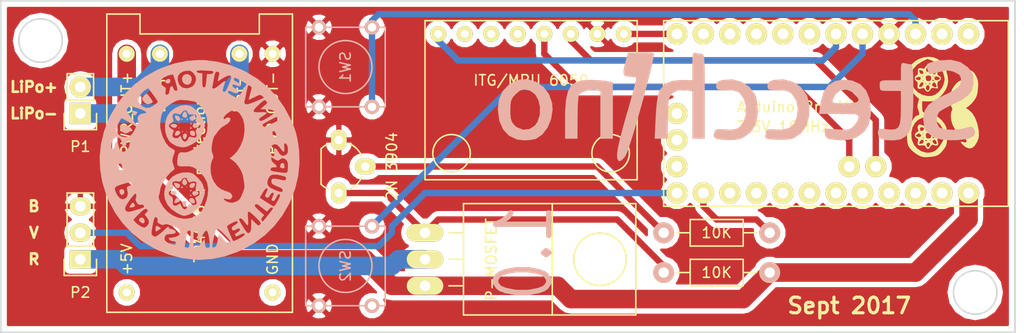
<source format=kicad_pcb>
(kicad_pcb (version 4) (host pcbnew 4.0.2+dfsg1-stable)

  (general
    (links 27)
    (no_connects 1)
    (area 93.904999 103.429999 193.3498 135.330001)
    (thickness 1.6)
    (drawings 18)
    (tracks 70)
    (zones 0)
    (modules 14)
    (nets 40)
  )

  (page USLetter)
  (title_block
    (title Stecchino)
    (date 2017-08-27)
    (rev V1.0)
    (company "Papas Inventeurs - Inventor Dads")
  )

  (layers
    (0 F.Cu signal)
    (31 B.Cu signal)
    (36 B.SilkS user)
    (37 F.SilkS user)
    (38 B.Mask user)
    (39 F.Mask user)
    (44 Edge.Cuts user)
    (45 Margin user hide)
  )

  (setup
    (last_trace_width 0.6096)
    (trace_clearance 0.1524)
    (zone_clearance 0.508)
    (zone_45_only no)
    (trace_min 0.1524)
    (segment_width 0.2)
    (edge_width 0.15)
    (via_size 0.6858)
    (via_drill 0.3302)
    (via_min_size 0.6858)
    (via_min_drill 0.3302)
    (uvia_size 0.762)
    (uvia_drill 0.508)
    (uvias_allowed no)
    (uvia_min_size 0)
    (uvia_min_drill 0)
    (pcb_text_width 0.3)
    (pcb_text_size 1.5 1.5)
    (mod_edge_width 0.15)
    (mod_text_size 1 1)
    (mod_text_width 0.15)
    (pad_size 1.524 1.524)
    (pad_drill 0.762)
    (pad_to_mask_clearance 0.2)
    (aux_axis_origin 0 0)
    (visible_elements FFFEFF7F)
    (pcbplotparams
      (layerselection 0x010f0_80000001)
      (usegerberextensions true)
      (excludeedgelayer true)
      (linewidth 0.100000)
      (plotframeref false)
      (viasonmask false)
      (mode 1)
      (useauxorigin false)
      (hpglpennumber 1)
      (hpglpenspeed 20)
      (hpglpendiameter 15)
      (hpglpenoverlay 2)
      (psnegative false)
      (psa4output false)
      (plotreference true)
      (plotvalue true)
      (plotinvisibletext false)
      (padsonsilk false)
      (subtractmaskfromsilk true)
      (outputformat 1)
      (mirror false)
      (drillshape 0)
      (scaleselection 1)
      (outputdirectory gerber/))
  )

  (net 0 "")
  (net 1 /LIPO-)
  (net 2 /LIPO+)
  (net 3 "Net-(P2-Pad1)")
  (net 4 /WS_DATA_IN)
  (net 5 GND)
  (net 6 "Net-(Q1-Pad2)")
  (net 7 "Net-(Q1-Pad3)")
  (net 8 +BATT)
  (net 9 /MOSFET_PIN)
  (net 10 /RESET)
  (net 11 /D3)
  (net 12 "Net-(U1-Pad5)")
  (net 13 "Net-(U1-Pad6)")
  (net 14 /ITG/MPU_VCC)
  (net 15 /I2C_SCL)
  (net 16 /I2C_SDA)
  (net 17 "Net-(U2-Pad5)")
  (net 18 "Net-(U2-Pad6)")
  (net 19 "Net-(U2-Pad7)")
  (net 20 /D2)
  (net 21 "Net-(uP1-Pad7)")
  (net 22 "Net-(uP1-Pad8)")
  (net 23 "Net-(uP1-Pad13)")
  (net 24 "Net-(uP1-Pad15)")
  (net 25 "Net-(uP1-Pad16)")
  (net 26 "Net-(uP1-Pad17)")
  (net 27 "Net-(uP1-Pad20)")
  (net 28 "Net-(uP1-Pad21)")
  (net 29 "Net-(uP1-Pad22)")
  (net 30 "Net-(uP1-Pad23)")
  (net 31 "Net-(uP1-Pad24)")
  (net 32 "Net-(uP1-Pad25)")
  (net 33 "Net-(uP1-Pad26)")
  (net 34 "Net-(uP1-Pad27)")
  (net 35 "Net-(uP1-Pad28)")
  (net 36 "Net-(uP1-Pad33)")
  (net 37 "Net-(uP1-Pad34)")
  (net 38 "Net-(uP1-Pad35)")
  (net 39 "Net-(uP1-Pad14)")

  (net_class Default "This is the default net class."
    (clearance 0.1524)
    (trace_width 0.6096)
    (via_dia 0.6858)
    (via_drill 0.3302)
    (uvia_dia 0.762)
    (uvia_drill 0.508)
    (add_net /D2)
    (add_net /D3)
    (add_net /I2C_SCL)
    (add_net /I2C_SDA)
    (add_net /ITG/MPU_VCC)
    (add_net /MOSFET_PIN)
    (add_net /RESET)
    (add_net /WS_DATA_IN)
    (add_net GND)
    (add_net "Net-(Q1-Pad2)")
    (add_net "Net-(Q1-Pad3)")
    (add_net "Net-(U1-Pad5)")
    (add_net "Net-(U1-Pad6)")
    (add_net "Net-(U2-Pad5)")
    (add_net "Net-(U2-Pad6)")
    (add_net "Net-(U2-Pad7)")
    (add_net "Net-(uP1-Pad13)")
    (add_net "Net-(uP1-Pad14)")
    (add_net "Net-(uP1-Pad15)")
    (add_net "Net-(uP1-Pad16)")
    (add_net "Net-(uP1-Pad17)")
    (add_net "Net-(uP1-Pad20)")
    (add_net "Net-(uP1-Pad21)")
    (add_net "Net-(uP1-Pad22)")
    (add_net "Net-(uP1-Pad23)")
    (add_net "Net-(uP1-Pad24)")
    (add_net "Net-(uP1-Pad25)")
    (add_net "Net-(uP1-Pad26)")
    (add_net "Net-(uP1-Pad27)")
    (add_net "Net-(uP1-Pad28)")
    (add_net "Net-(uP1-Pad33)")
    (add_net "Net-(uP1-Pad34)")
    (add_net "Net-(uP1-Pad35)")
    (add_net "Net-(uP1-Pad7)")
    (add_net "Net-(uP1-Pad8)")
  )

  (net_class Power ""
    (clearance 0.3048)
    (trace_width 1.778)
    (via_dia 0.6858)
    (via_drill 0.3302)
    (uvia_dia 0.762)
    (uvia_drill 0.508)
    (add_net +BATT)
    (add_net /LIPO+)
    (add_net /LIPO-)
    (add_net "Net-(P2-Pad1)")
  )

  (module lib_fp:LiPo_Mngmt_Board (layer F.Cu) (tedit 59AFF34D) (tstamp 59A232BB)
    (at 99.06 116.205 90)
    (path /59A0CCE9)
    (fp_text reference "TP4056 + protection" (at -4.445 13.97 90) (layer F.SilkS)
      (effects (font (size 1 1) (thickness 0.15)))
    )
    (fp_text value LiPo_Mngmt_Board (at -2.54 12.7 90) (layer F.Fab)
      (effects (font (size 1 1) (thickness 0.15)))
    )
    (fp_text user GND (at -12.065 20.955 90) (layer F.SilkS)
      (effects (font (size 1 1) (thickness 0.15)))
    )
    (fp_text user +5V (at -12.065 6.985 90) (layer F.SilkS)
      (effects (font (size 1 1) (thickness 0.15)))
    )
    (fp_text user PWR_OUT+ (at 1.905 6.985 90) (layer F.SilkS)
      (effects (font (size 1 1) (thickness 0.15)))
    )
    (fp_text user PWR_OUT- (at 1.905 20.955 90) (layer F.SilkS)
      (effects (font (size 1 1) (thickness 0.15)))
    )
    (fp_text user Bat- (at 3.81 17.78 90) (layer F.SilkS)
      (effects (font (size 1 1) (thickness 0.15)))
    )
    (fp_text user Bat+ (at 3.81 10.16 90) (layer F.SilkS)
      (effects (font (size 1 1) (thickness 0.15)))
    )
    (fp_line (start 11.43 5.08) (end 11.43 8.255) (layer F.SilkS) (width 0.15))
    (fp_line (start 11.43 8.255) (end 9.525 8.255) (layer F.SilkS) (width 0.15))
    (fp_line (start 9.525 8.255) (end 9.525 19.685) (layer F.SilkS) (width 0.15))
    (fp_line (start 9.525 19.685) (end 11.43 19.685) (layer F.SilkS) (width 0.15))
    (fp_line (start 11.43 19.685) (end 11.43 22.86) (layer F.SilkS) (width 0.15))
    (fp_line (start 11.43 22.86) (end -11.43 22.86) (layer F.SilkS) (width 0.15))
    (fp_line (start -17.145 20.955) (end -17.145 5.08) (layer F.SilkS) (width 0.15))
    (fp_line (start -17.145 5.08) (end 7.62 5.08) (layer F.SilkS) (width 0.15))
    (fp_line (start 7.62 5.08) (end 9.525 5.08) (layer F.SilkS) (width 0.15))
    (fp_line (start 9.525 5.08) (end 10.795 5.08) (layer F.SilkS) (width 0.15))
    (fp_line (start 10.795 5.08) (end 11.43 5.08) (layer F.SilkS) (width 0.15))
    (fp_line (start -17.145 20.955) (end -17.145 22.86) (layer F.SilkS) (width 0.15))
    (fp_line (start -17.145 22.86) (end -11.43 22.86) (layer F.SilkS) (width 0.15))
    (pad 1 thru_hole circle (at 7.62 10.16 90) (size 1.524 1.524) (drill 0.762) (layers *.Cu *.Mask F.SilkS)
      (net 2 /LIPO+))
    (pad 2 thru_hole circle (at 7.62 17.78 90) (size 1.524 1.524) (drill 0.762) (layers *.Cu *.Mask F.SilkS)
      (net 1 /LIPO-))
    (pad 4 thru_hole circle (at 7.62 6.985 90) (size 1.524 1.524) (drill 0.762) (layers *.Cu *.Mask F.SilkS)
      (net 8 +BATT))
    (pad 3 thru_hole circle (at 7.62 20.955 90) (size 1.524 1.524) (drill 0.762) (layers *.Cu *.Mask F.SilkS)
      (net 5 GND))
    (pad 5 thru_hole circle (at -15.24 20.955 90) (size 1.524 1.524) (drill 0.762) (layers *.Cu *.Mask F.SilkS)
      (net 12 "Net-(U1-Pad5)"))
    (pad 6 thru_hole circle (at -15.24 6.985 90) (size 1.524 1.524) (drill 0.762) (layers *.Cu *.Mask F.SilkS)
      (net 13 "Net-(U1-Pad6)"))
  )

  (module lib_fp:ArduinoProMini_pins_on_3_sides_big_holes (layer F.Cu) (tedit 59AFEF5C) (tstamp 59A24229)
    (at 191.77 118.11 270)
    (path /59A0CA23)
    (fp_text reference "3.3V 16MHz" (at -2.54 22.86 360) (layer F.SilkS)
      (effects (font (size 1 1) (thickness 0.15)))
    )
    (fp_text value ARDUPROMINI_pins_on_4_sides (at 0 -0.5 270) (layer F.Fab)
      (effects (font (size 1 1) (thickness 0.15)))
    )
    (fp_text user "Arduino Pro Mini" (at -4.445 20.955 360) (layer F.SilkS)
      (effects (font (size 1 1) (thickness 0.15)))
    )
    (fp_line (start -12.7 1.27) (end -12.7 34.29) (layer F.SilkS) (width 0.15))
    (fp_line (start -12.7 34.29) (end 5.08 34.29) (layer F.SilkS) (width 0.15))
    (fp_line (start 5.08 34.29) (end 5.08 1.27) (layer F.SilkS) (width 0.15))
    (fp_line (start 5.08 1.27) (end -12.7 1.27) (layer F.SilkS) (width 0.15))
    (pad 7 thru_hole circle (at -11.43 5.08 270) (size 2.032 2.032) (drill 1.016) (layers *.Cu *.Mask F.SilkS)
      (net 21 "Net-(uP1-Pad7)"))
    (pad 8 thru_hole circle (at -11.43 7.62 270) (size 2.032 2.032) (drill 1.016) (layers *.Cu *.Mask F.SilkS)
      (net 22 "Net-(uP1-Pad8)"))
    (pad 9 thru_hole circle (at -11.43 10.16 270) (size 2.032 2.032) (drill 1.016) (layers *.Cu *.Mask F.SilkS)
      (net 10 /RESET))
    (pad 10 thru_hole circle (at -11.43 12.7 270) (size 2.032 2.032) (drill 1.016) (layers *.Cu *.Mask F.SilkS)
      (net 5 GND))
    (pad 11 thru_hole circle (at -11.43 15.24 270) (size 2.032 2.032) (drill 1.016) (layers *.Cu *.Mask F.SilkS)
      (net 20 /D2))
    (pad 12 thru_hole circle (at -11.43 17.78 270) (size 2.032 2.032) (drill 1.016) (layers *.Cu *.Mask F.SilkS)
      (net 11 /D3))
    (pad 13 thru_hole circle (at -11.43 20.32 270) (size 2.032 2.032) (drill 1.016) (layers *.Cu *.Mask F.SilkS)
      (net 23 "Net-(uP1-Pad13)"))
    (pad 14 thru_hole circle (at -11.43 22.86 270) (size 2.032 2.032) (drill 1.016) (layers *.Cu *.Mask F.SilkS)
      (net 39 "Net-(uP1-Pad14)"))
    (pad 15 thru_hole circle (at -11.43 25.4 270) (size 2.032 2.032) (drill 1.016) (layers *.Cu *.Mask F.SilkS)
      (net 24 "Net-(uP1-Pad15)"))
    (pad 16 thru_hole circle (at -11.43 27.94 270) (size 2.032 2.032) (drill 1.016) (layers *.Cu *.Mask F.SilkS)
      (net 25 "Net-(uP1-Pad16)"))
    (pad 17 thru_hole circle (at -11.43 30.48 270) (size 2.032 2.032) (drill 1.016) (layers *.Cu *.Mask F.SilkS)
      (net 26 "Net-(uP1-Pad17)"))
    (pad 18 thru_hole circle (at -11.43 33.02 270) (size 2.032 2.032) (drill 1.016) (layers *.Cu *.Mask F.SilkS)
      (net 14 /ITG/MPU_VCC))
    (pad 19 thru_hole circle (at 3.81 5.08 270) (size 2.032 2.032) (drill 1.016) (layers *.Cu *.Mask F.SilkS)
      (net 8 +BATT))
    (pad 20 thru_hole circle (at 3.81 7.62 270) (size 2.032 2.032) (drill 1.016) (layers *.Cu *.Mask F.SilkS)
      (net 27 "Net-(uP1-Pad20)"))
    (pad 21 thru_hole circle (at 3.81 10.16 270) (size 2.032 2.032) (drill 1.016) (layers *.Cu *.Mask F.SilkS)
      (net 28 "Net-(uP1-Pad21)"))
    (pad 22 thru_hole circle (at 3.81 12.7 270) (size 2.032 2.032) (drill 1.016) (layers *.Cu *.Mask F.SilkS)
      (net 29 "Net-(uP1-Pad22)"))
    (pad 23 thru_hole circle (at 3.81 15.24 270) (size 2.032 2.032) (drill 1.016) (layers *.Cu *.Mask F.SilkS)
      (net 30 "Net-(uP1-Pad23)"))
    (pad 24 thru_hole circle (at 3.81 17.78 270) (size 2.032 2.032) (drill 1.016) (layers *.Cu *.Mask F.SilkS)
      (net 31 "Net-(uP1-Pad24)"))
    (pad 25 thru_hole circle (at 3.81 20.32 270) (size 2.032 2.032) (drill 1.016) (layers *.Cu *.Mask F.SilkS)
      (net 32 "Net-(uP1-Pad25)"))
    (pad 26 thru_hole circle (at 3.81 22.86 270) (size 2.032 2.032) (drill 1.016) (layers *.Cu *.Mask F.SilkS)
      (net 33 "Net-(uP1-Pad26)"))
    (pad 27 thru_hole circle (at 3.81 25.4 270) (size 2.032 2.032) (drill 1.016) (layers *.Cu *.Mask F.SilkS)
      (net 34 "Net-(uP1-Pad27)"))
    (pad 28 thru_hole circle (at 3.81 27.94 270) (size 2.032 2.032) (drill 1.016) (layers *.Cu *.Mask F.SilkS)
      (net 35 "Net-(uP1-Pad28)"))
    (pad 29 thru_hole circle (at 3.81 30.48 270) (size 2.032 2.032) (drill 1.016) (layers *.Cu *.Mask F.SilkS)
      (net 9 /MOSFET_PIN))
    (pad 30 thru_hole circle (at 3.81 33.02 270) (size 2.032 2.032) (drill 1.016) (layers *.Cu *.Mask F.SilkS)
      (net 4 /WS_DATA_IN))
    (pad 31 thru_hole circle (at 1.27 13.97 270) (size 2.032 2.032) (drill 1.016) (layers *.Cu *.Mask F.SilkS)
      (net 15 /I2C_SCL))
    (pad 32 thru_hole circle (at 1.27 16.51 270) (size 2.032 2.032) (drill 1.016) (layers *.Cu *.Mask F.SilkS)
      (net 16 /I2C_SDA))
    (pad 33 thru_hole circle (at 1.27 33.02 270) (size 2.032 2.032) (drill 1.016) (layers *.Cu *.Mask F.SilkS)
      (net 36 "Net-(uP1-Pad33)"))
    (pad 34 thru_hole circle (at -1.27 33.02 270) (size 2.032 2.032) (drill 1.016) (layers *.Cu *.Mask F.SilkS)
      (net 37 "Net-(uP1-Pad34)"))
    (pad 35 thru_hole circle (at -3.81 33.02 270) (size 2.032 2.032) (drill 1.016) (layers *.Cu *.Mask F.SilkS)
      (net 38 "Net-(uP1-Pad35)"))
  )

  (module TO_SOT_Packages_THT:TO-92_Molded_Wide_Oval (layer F.Cu) (tedit 59AFEF92) (tstamp 59A2328D)
    (at 126.365 116.84 270)
    (descr "TO-92 leads molded, wide, oval pads, drill 0.8mm (see NXP sot054_po.pdf)")
    (tags "to-92 sc-43 sc-43a sot54 PA33 transistor")
    (path /59A0CE88)
    (fp_text reference "2N 3904" (at 2.54 -5.08 270) (layer F.SilkS)
      (effects (font (size 1 1) (thickness 0.15)))
    )
    (fp_text value 2N3904 (at 0 3 270) (layer F.Fab)
      (effects (font (size 1 1) (thickness 0.15)))
    )
    (fp_arc (start 2.54 0) (end 0.34 -1) (angle 41.11209044) (layer F.SilkS) (width 0.15))
    (fp_arc (start 2.54 0) (end 4.74 -1) (angle -41.11210221) (layer F.SilkS) (width 0.15))
    (fp_arc (start 2.54 0) (end 0.84 1.7) (angle 20.5) (layer F.SilkS) (width 0.15))
    (fp_arc (start 2.54 0) (end 4.24 1.7) (angle -20.5) (layer F.SilkS) (width 0.15))
    (fp_line (start -1.25 1.95) (end -1.25 -3.8) (layer F.CrtYd) (width 0.05))
    (fp_line (start -1.25 1.95) (end 6.35 1.95) (layer F.CrtYd) (width 0.05))
    (fp_line (start 0.84 1.7) (end 4.24 1.7) (layer F.SilkS) (width 0.15))
    (fp_line (start -1.25 -3.8) (end 6.35 -3.8) (layer F.CrtYd) (width 0.05))
    (fp_line (start 6.35 1.95) (end 6.35 -3.8) (layer F.CrtYd) (width 0.05))
    (pad 2 thru_hole oval (at 2.54 -2.54) (size 1.99898 1.50114) (drill 0.8) (layers *.Cu *.Mask F.SilkS)
      (net 6 "Net-(Q1-Pad2)"))
    (pad 1 thru_hole oval (at 0 0) (size 1.50114 1.99898) (drill 0.8) (layers *.Cu *.Mask F.SilkS)
      (net 5 GND))
    (pad 3 thru_hole oval (at 5.08 0) (size 1.50114 1.99898) (drill 0.8) (layers *.Cu *.Mask F.SilkS)
      (net 7 "Net-(Q1-Pad3)"))
    (model TO_SOT_Packages_THT.3dshapes/TO-92_Molded_Wide_Oval.wrl
      (at (xyz 0.1 0 0))
      (scale (xyz 1 1 1))
      (rotate (xyz 0 0 -90))
    )
  )

  (module TO_SOT_Packages_THT:TO-220_Neutral123_Horizontal_LargePads (layer F.Cu) (tedit 59AFEEF9) (tstamp 59A23295)
    (at 134.62 128.27 270)
    (descr "TO-220, Neutral, Horizontal, Large Pads,")
    (tags "TO-220, Neutral, Horizontal, Large Pads,")
    (path /59A0CEE9)
    (fp_text reference P-MOSFET (at 0 -6.35 450) (layer F.SilkS)
      (effects (font (size 1 1) (thickness 0.15)))
    )
    (fp_text value IRF9540 (at -0.20066 4.24942 270) (layer F.Fab)
      (effects (font (size 1 1) (thickness 0.15)))
    )
    (fp_line (start -2.54 -3.683) (end -2.54 -2.286) (layer F.SilkS) (width 0.15))
    (fp_line (start 0 -3.683) (end 0 -2.286) (layer F.SilkS) (width 0.15))
    (fp_line (start 2.54 -3.683) (end 2.54 -2.286) (layer F.SilkS) (width 0.15))
    (fp_circle (center 0 -16.764) (end 1.778 -14.986) (layer F.SilkS) (width 0.15))
    (fp_line (start 5.334 -12.192) (end 5.334 -20.193) (layer F.SilkS) (width 0.15))
    (fp_line (start 5.334 -20.193) (end -5.334 -20.193) (layer F.SilkS) (width 0.15))
    (fp_line (start -5.334 -20.193) (end -5.334 -12.192) (layer F.SilkS) (width 0.15))
    (fp_line (start 5.334 -3.683) (end 5.334 -12.192) (layer F.SilkS) (width 0.15))
    (fp_line (start 5.334 -12.192) (end -5.334 -12.192) (layer F.SilkS) (width 0.15))
    (fp_line (start -5.334 -12.192) (end -5.334 -3.683) (layer F.SilkS) (width 0.15))
    (fp_line (start 0 -3.683) (end -5.334 -3.683) (layer F.SilkS) (width 0.15))
    (fp_line (start 0 -3.683) (end 5.334 -3.683) (layer F.SilkS) (width 0.15))
    (pad 2 thru_hole oval (at 0 0) (size 3.50012 1.69926) (drill 1.00076) (layers *.Cu *.Mask F.SilkS)
      (net 3 "Net-(P2-Pad1)"))
    (pad 1 thru_hole oval (at -2.54 0) (size 3.50012 1.69926) (drill 1.00076) (layers *.Cu *.Mask F.SilkS)
      (net 7 "Net-(Q1-Pad3)"))
    (pad 3 thru_hole oval (at 2.54 0) (size 3.50012 1.69926) (drill 1.00076) (layers *.Cu *.Mask F.SilkS)
      (net 8 +BATT))
    (pad "" np_thru_hole circle (at 0 -16.764) (size 3.79984 3.79984) (drill 3.79984) (layers *.Cu *.Mask F.SilkS))
    (model TO_SOT_Packages_THT.3dshapes/TO-220_Neutral123_Horizontal_LargePads.wrl
      (at (xyz 0 0 0))
      (scale (xyz 0.3937 0.3937 0.3937))
      (rotate (xyz 0 0 0))
    )
  )

  (module Resistors_ThroughHole:Resistor_Horizontal_RM10mm (layer F.Cu) (tedit 59AFEEAF) (tstamp 59A2329B)
    (at 157.48 125.73)
    (descr "Resistor, Axial,  RM 10mm, 1/3W")
    (tags "Resistor Axial RM 10mm 1/3W")
    (path /59A0CF9F)
    (fp_text reference 10K (at 5.08 0) (layer F.SilkS)
      (effects (font (size 1 1) (thickness 0.15)))
    )
    (fp_text value 10K (at 5.08 -2.54) (layer F.Fab)
      (effects (font (size 1 1) (thickness 0.15)))
    )
    (fp_line (start -1.25 -1.5) (end 11.4 -1.5) (layer F.CrtYd) (width 0.05))
    (fp_line (start -1.25 1.5) (end -1.25 -1.5) (layer F.CrtYd) (width 0.05))
    (fp_line (start 11.4 -1.5) (end 11.4 1.5) (layer F.CrtYd) (width 0.05))
    (fp_line (start -1.25 1.5) (end 11.4 1.5) (layer F.CrtYd) (width 0.05))
    (fp_line (start 2.54 -1.27) (end 7.62 -1.27) (layer F.SilkS) (width 0.15))
    (fp_line (start 7.62 -1.27) (end 7.62 1.27) (layer F.SilkS) (width 0.15))
    (fp_line (start 7.62 1.27) (end 2.54 1.27) (layer F.SilkS) (width 0.15))
    (fp_line (start 2.54 1.27) (end 2.54 -1.27) (layer F.SilkS) (width 0.15))
    (fp_line (start 2.54 0) (end 1.27 0) (layer F.SilkS) (width 0.15))
    (fp_line (start 7.62 0) (end 8.89 0) (layer F.SilkS) (width 0.15))
    (pad 1 thru_hole circle (at 0 0) (size 1.99898 1.99898) (drill 1.00076) (layers *.Cu *.SilkS *.Mask)
      (net 6 "Net-(Q1-Pad2)"))
    (pad 2 thru_hole circle (at 10.16 0) (size 1.99898 1.99898) (drill 1.00076) (layers *.Cu *.SilkS *.Mask)
      (net 9 /MOSFET_PIN))
    (model Resistors_ThroughHole.3dshapes/Resistor_Horizontal_RM10mm.wrl
      (at (xyz 0 0 0))
      (scale (xyz 0.4 0.4 0.4))
      (rotate (xyz 0 0 0))
    )
  )

  (module Resistors_ThroughHole:Resistor_Horizontal_RM10mm (layer F.Cu) (tedit 59AFEEBA) (tstamp 59A232A1)
    (at 157.48 129.54)
    (descr "Resistor, Axial,  RM 10mm, 1/3W")
    (tags "Resistor Axial RM 10mm 1/3W")
    (path /59A0CF4C)
    (fp_text reference 10K (at 5.08 0) (layer F.SilkS)
      (effects (font (size 1 1) (thickness 0.15)))
    )
    (fp_text value 10K (at 5.08 -2.54) (layer F.Fab)
      (effects (font (size 1 1) (thickness 0.15)))
    )
    (fp_line (start -1.25 -1.5) (end 11.4 -1.5) (layer F.CrtYd) (width 0.05))
    (fp_line (start -1.25 1.5) (end -1.25 -1.5) (layer F.CrtYd) (width 0.05))
    (fp_line (start 11.4 -1.5) (end 11.4 1.5) (layer F.CrtYd) (width 0.05))
    (fp_line (start -1.25 1.5) (end 11.4 1.5) (layer F.CrtYd) (width 0.05))
    (fp_line (start 2.54 -1.27) (end 7.62 -1.27) (layer F.SilkS) (width 0.15))
    (fp_line (start 7.62 -1.27) (end 7.62 1.27) (layer F.SilkS) (width 0.15))
    (fp_line (start 7.62 1.27) (end 2.54 1.27) (layer F.SilkS) (width 0.15))
    (fp_line (start 2.54 1.27) (end 2.54 -1.27) (layer F.SilkS) (width 0.15))
    (fp_line (start 2.54 0) (end 1.27 0) (layer F.SilkS) (width 0.15))
    (fp_line (start 7.62 0) (end 8.89 0) (layer F.SilkS) (width 0.15))
    (pad 1 thru_hole circle (at 0 0) (size 1.99898 1.99898) (drill 1.00076) (layers *.Cu *.SilkS *.Mask)
      (net 7 "Net-(Q1-Pad3)"))
    (pad 2 thru_hole circle (at 10.16 0) (size 1.99898 1.99898) (drill 1.00076) (layers *.Cu *.SilkS *.Mask)
      (net 8 +BATT))
    (model Resistors_ThroughHole.3dshapes/Resistor_Horizontal_RM10mm.wrl
      (at (xyz 0 0 0))
      (scale (xyz 0.4 0.4 0.4))
      (rotate (xyz 0 0 0))
    )
  )

  (module Buttons_Switches_ThroughHole:SW_PUSH_SMALL (layer B.Cu) (tedit 59AFF3D7) (tstamp 59A232A9)
    (at 127 109.855 270)
    (path /59A0CD40)
    (fp_text reference SW1 (at 0 0 270) (layer B.SilkS)
      (effects (font (size 1 1) (thickness 0.15)) (justify mirror))
    )
    (fp_text value SW_PUSH (at 0 -1.016 270) (layer B.Fab)
      (effects (font (size 1 1) (thickness 0.15)) (justify mirror))
    )
    (fp_circle (center 0 0) (end 0 2.54) (layer B.SilkS) (width 0.15))
    (fp_line (start -3.81 3.81) (end 3.81 3.81) (layer B.SilkS) (width 0.15))
    (fp_line (start 3.81 3.81) (end 3.81 -3.81) (layer B.SilkS) (width 0.15))
    (fp_line (start 3.81 -3.81) (end -3.81 -3.81) (layer B.SilkS) (width 0.15))
    (fp_line (start -3.81 3.81) (end -3.81 -3.81) (layer B.SilkS) (width 0.15))
    (pad 1 thru_hole circle (at 3.81 2.54 270) (size 1.397 1.397) (drill 0.8128) (layers *.Cu *.Mask B.SilkS)
      (net 5 GND))
    (pad 2 thru_hole circle (at 3.81 -2.54 270) (size 1.397 1.397) (drill 0.8128) (layers *.Cu *.Mask B.SilkS)
      (net 10 /RESET))
    (pad 1 thru_hole circle (at -3.81 2.54 270) (size 1.397 1.397) (drill 0.8128) (layers *.Cu *.Mask B.SilkS)
      (net 5 GND))
    (pad 2 thru_hole circle (at -3.81 -2.54 270) (size 1.397 1.397) (drill 0.8128) (layers *.Cu *.Mask B.SilkS)
      (net 10 /RESET))
  )

  (module Buttons_Switches_ThroughHole:SW_PUSH_SMALL (layer B.Cu) (tedit 59AFF3DB) (tstamp 59A232B1)
    (at 127 128.905 270)
    (path /59A0E228)
    (fp_text reference SW2 (at 0 0 270) (layer B.SilkS)
      (effects (font (size 1 1) (thickness 0.15)) (justify mirror))
    )
    (fp_text value SW_PUSH (at 0 -1.016 270) (layer B.Fab)
      (effects (font (size 1 1) (thickness 0.15)) (justify mirror))
    )
    (fp_circle (center 0 0) (end 0 2.54) (layer B.SilkS) (width 0.15))
    (fp_line (start -3.81 3.81) (end 3.81 3.81) (layer B.SilkS) (width 0.15))
    (fp_line (start 3.81 3.81) (end 3.81 -3.81) (layer B.SilkS) (width 0.15))
    (fp_line (start 3.81 -3.81) (end -3.81 -3.81) (layer B.SilkS) (width 0.15))
    (fp_line (start -3.81 3.81) (end -3.81 -3.81) (layer B.SilkS) (width 0.15))
    (pad 1 thru_hole circle (at 3.81 2.54 270) (size 1.397 1.397) (drill 0.8128) (layers *.Cu *.Mask B.SilkS)
      (net 5 GND))
    (pad 2 thru_hole circle (at 3.81 -2.54 270) (size 1.397 1.397) (drill 0.8128) (layers *.Cu *.Mask B.SilkS)
      (net 20 /D2))
    (pad 1 thru_hole circle (at -3.81 2.54 270) (size 1.397 1.397) (drill 0.8128) (layers *.Cu *.Mask B.SilkS)
      (net 5 GND))
    (pad 2 thru_hole circle (at -3.81 -2.54 270) (size 1.397 1.397) (drill 0.8128) (layers *.Cu *.Mask B.SilkS)
      (net 20 /D2))
  )

  (module lib_fp:ITG_MPU_6050 (layer F.Cu) (tedit 59AFEF41) (tstamp 59A232C7)
    (at 144.78 118.11 180)
    (path /59A0CA70)
    (fp_text reference "ITG/MPU 6050" (at 0 6.985 180) (layer F.SilkS)
      (effects (font (size 1 1) (thickness 0.15)))
    )
    (fp_text value ITG/MPU6050 (at 0 -0.5 180) (layer F.Fab)
      (effects (font (size 1 1) (thickness 0.15)))
    )
    (fp_circle (center 7.62 0) (end 8.89 -1.27) (layer F.SilkS) (width 0.15))
    (fp_circle (center -7.62 0) (end -6.35 1.27) (layer F.SilkS) (width 0.15))
    (fp_line (start -10.16 12.7) (end 10.16 12.7) (layer F.SilkS) (width 0.15))
    (fp_line (start 10.16 12.7) (end 10.16 -2.54) (layer F.SilkS) (width 0.15))
    (fp_line (start 10.16 -2.54) (end -10.16 -2.54) (layer F.SilkS) (width 0.15))
    (fp_line (start -10.16 -2.54) (end -10.16 12.7) (layer F.SilkS) (width 0.15))
    (pad 1 thru_hole circle (at -8.89 11.43 180) (size 1.524 1.524) (drill 0.762) (layers *.Cu *.Mask F.SilkS)
      (net 14 /ITG/MPU_VCC))
    (pad 2 thru_hole circle (at -6.35 11.43 180) (size 1.524 1.524) (drill 0.762) (layers *.Cu *.Mask F.SilkS)
      (net 5 GND))
    (pad 3 thru_hole circle (at -3.81 11.43 180) (size 1.524 1.524) (drill 0.762) (layers *.Cu *.Mask F.SilkS)
      (net 15 /I2C_SCL))
    (pad 4 thru_hole circle (at -1.27 11.43 180) (size 1.524 1.524) (drill 0.762) (layers *.Cu *.Mask F.SilkS)
      (net 16 /I2C_SDA))
    (pad 5 thru_hole circle (at 1.27 11.43 180) (size 1.524 1.524) (drill 0.762) (layers *.Cu *.Mask F.SilkS)
      (net 17 "Net-(U2-Pad5)"))
    (pad 6 thru_hole circle (at 3.81 11.43 180) (size 1.524 1.524) (drill 0.762) (layers *.Cu *.Mask F.SilkS)
      (net 18 "Net-(U2-Pad6)"))
    (pad 7 thru_hole circle (at 6.35 11.43 180) (size 1.524 1.524) (drill 0.762) (layers *.Cu *.Mask F.SilkS)
      (net 19 "Net-(U2-Pad7)"))
    (pad 8 thru_hole circle (at 8.89 11.43 180) (size 1.524 1.524) (drill 0.762) (layers *.Cu *.Mask F.SilkS)
      (net 11 /D3))
  )

  (module Pin_Headers:Pin_Header_Straight_1x02 (layer F.Cu) (tedit 59AF5701) (tstamp 59A252CC)
    (at 101.6 114.3 180)
    (descr "Through hole pin header")
    (tags "pin header")
    (path /59A0D1A9)
    (fp_text reference P1 (at 0 -3.175 180) (layer F.SilkS)
      (effects (font (size 1 1) (thickness 0.15)))
    )
    (fp_text value CONN_01X02 (at 0 -3.1 180) (layer F.Fab)
      (effects (font (size 1 1) (thickness 0.15)))
    )
    (fp_line (start 1.27 1.27) (end 1.27 3.81) (layer F.SilkS) (width 0.15))
    (fp_line (start 1.55 -1.55) (end 1.55 0) (layer F.SilkS) (width 0.15))
    (fp_line (start -1.75 -1.75) (end -1.75 4.3) (layer F.CrtYd) (width 0.05))
    (fp_line (start 1.75 -1.75) (end 1.75 4.3) (layer F.CrtYd) (width 0.05))
    (fp_line (start -1.75 -1.75) (end 1.75 -1.75) (layer F.CrtYd) (width 0.05))
    (fp_line (start -1.75 4.3) (end 1.75 4.3) (layer F.CrtYd) (width 0.05))
    (fp_line (start 1.27 1.27) (end -1.27 1.27) (layer F.SilkS) (width 0.15))
    (fp_line (start -1.55 0) (end -1.55 -1.55) (layer F.SilkS) (width 0.15))
    (fp_line (start -1.55 -1.55) (end 1.55 -1.55) (layer F.SilkS) (width 0.15))
    (fp_line (start -1.27 1.27) (end -1.27 3.81) (layer F.SilkS) (width 0.15))
    (fp_line (start -1.27 3.81) (end 1.27 3.81) (layer F.SilkS) (width 0.15))
    (pad 1 thru_hole rect (at 0 0 180) (size 2.032 2.032) (drill 1.016) (layers *.Cu *.Mask F.SilkS)
      (net 1 /LIPO-))
    (pad 2 thru_hole oval (at 0 2.54 180) (size 2.032 2.032) (drill 1.016) (layers *.Cu *.Mask F.SilkS)
      (net 2 /LIPO+))
    (model Pin_Headers.3dshapes/Pin_Header_Straight_1x02.wrl
      (at (xyz 0 -0.05 0))
      (scale (xyz 1 1 1))
      (rotate (xyz 0 0 90))
    )
  )

  (module Pin_Headers:Pin_Header_Straight_1x03 (layer F.Cu) (tedit 59AF5706) (tstamp 59A252D1)
    (at 101.6 128.27 180)
    (descr "Through hole pin header")
    (tags "pin header")
    (path /59A0D14E)
    (fp_text reference P2 (at 0 -3.175 180) (layer F.SilkS)
      (effects (font (size 1 1) (thickness 0.15)))
    )
    (fp_text value CONN_01X03 (at 0 -3.1 180) (layer F.Fab)
      (effects (font (size 1 1) (thickness 0.15)))
    )
    (fp_line (start -1.75 -1.75) (end -1.75 6.85) (layer F.CrtYd) (width 0.05))
    (fp_line (start 1.75 -1.75) (end 1.75 6.85) (layer F.CrtYd) (width 0.05))
    (fp_line (start -1.75 -1.75) (end 1.75 -1.75) (layer F.CrtYd) (width 0.05))
    (fp_line (start -1.75 6.85) (end 1.75 6.85) (layer F.CrtYd) (width 0.05))
    (fp_line (start -1.27 1.27) (end -1.27 6.35) (layer F.SilkS) (width 0.15))
    (fp_line (start -1.27 6.35) (end 1.27 6.35) (layer F.SilkS) (width 0.15))
    (fp_line (start 1.27 6.35) (end 1.27 1.27) (layer F.SilkS) (width 0.15))
    (fp_line (start 1.55 -1.55) (end 1.55 0) (layer F.SilkS) (width 0.15))
    (fp_line (start 1.27 1.27) (end -1.27 1.27) (layer F.SilkS) (width 0.15))
    (fp_line (start -1.55 0) (end -1.55 -1.55) (layer F.SilkS) (width 0.15))
    (fp_line (start -1.55 -1.55) (end 1.55 -1.55) (layer F.SilkS) (width 0.15))
    (pad 1 thru_hole rect (at 0 0 180) (size 2.032 1.7272) (drill 1.016) (layers *.Cu *.Mask F.SilkS)
      (net 3 "Net-(P2-Pad1)"))
    (pad 2 thru_hole oval (at 0 2.54 180) (size 2.032 1.7272) (drill 1.016) (layers *.Cu *.Mask F.SilkS)
      (net 4 /WS_DATA_IN))
    (pad 3 thru_hole oval (at 0 5.08 180) (size 2.032 1.7272) (drill 1.016) (layers *.Cu *.Mask F.SilkS)
      (net 5 GND))
    (model Pin_Headers.3dshapes/Pin_Header_Straight_1x03.wrl
      (at (xyz 0 -0.1 0))
      (scale (xyz 1 1 1))
      (rotate (xyz 0 0 90))
    )
  )

  (module lib_fp:logo_bw_15mm (layer F.Cu) (tedit 0) (tstamp 59B2A077)
    (at 184.15 113.665 90)
    (fp_text reference G*** (at 0 0 90) (layer F.SilkS) hide
      (effects (font (thickness 0.3)))
    )
    (fp_text value LOGO (at 0.75 0 90) (layer F.SilkS) hide
      (effects (font (thickness 0.3)))
    )
    (fp_poly (pts (xy 1.064138 0.784366) (xy 1.465319 0.878863) (xy 1.685119 0.969504) (xy 2.019289 1.179078)
      (xy 2.298734 1.428718) (xy 2.487758 1.681319) (xy 2.550583 1.869162) (xy 2.571917 2.087632)
      (xy 2.618858 2.22242) (xy 2.722134 2.359102) (xy 2.729671 2.367921) (xy 2.894049 2.514589)
      (xy 3.037896 2.511628) (xy 3.165768 2.410136) (xy 3.25045 2.257907) (xy 3.214149 2.065958)
      (xy 3.145388 1.862314) (xy 3.155433 1.798415) (xy 3.251578 1.860511) (xy 3.300344 1.903501)
      (xy 3.471894 2.163137) (xy 3.528406 2.489169) (xy 3.460128 2.815371) (xy 3.440631 2.856174)
      (xy 3.232313 3.093405) (xy 2.866224 3.29928) (xy 2.613643 3.396825) (xy 2.388954 3.446873)
      (xy 2.12836 3.45696) (xy 1.768062 3.434622) (xy 1.740253 3.432277) (xy 1.358556 3.389572)
      (xy 1.083482 3.326342) (xy 0.852326 3.223523) (xy 0.664679 3.10529) (xy 0.401084 2.897766)
      (xy 0.168798 2.66919) (xy 0.081039 2.559377) (xy -0.108946 2.282421) (xy -0.31165 2.580727)
      (xy -0.614891 2.894019) (xy -1.051666 3.160216) (xy -1.589335 3.364775) (xy -2.195257 3.493153)
      (xy -2.413 3.517029) (xy -2.759289 3.528258) (xy -3.036724 3.481946) (xy -3.340745 3.36155)
      (xy -3.358767 3.353095) (xy -3.732313 3.122795) (xy -3.93946 2.863282) (xy -3.979907 2.575736)
      (xy -3.853354 2.261335) (xy -3.689769 2.05221) (xy -3.486308 1.856528) (xy -3.363995 1.796846)
      (xy -3.329843 1.872997) (xy -3.381063 2.059593) (xy -3.421111 2.258827) (xy -3.375358 2.335322)
      (xy -3.225888 2.341665) (xy -3.040598 2.25087) (xy -2.883578 2.102517) (xy -2.828005 1.997277)
      (xy -2.663239 1.708377) (xy -2.337155 1.391222) (xy -2.032 1.166203) (xy -1.692242 0.996306)
      (xy -1.292344 0.885343) (xy -0.889389 0.84151) (xy -0.54046 0.873005) (xy -0.384282 0.929577)
      (xy -0.207104 0.991311) (xy -0.046112 0.937141) (xy 0.011145 0.899189) (xy 0.282075 0.792219)
      (xy 0.651398 0.754714) (xy 1.064138 0.784366)) (layer F.SilkS) (width 0.01))
    (fp_poly (pts (xy 3.207723 -3.416019) (xy 3.637806 -3.251858) (xy 4.041643 -2.952356) (xy 4.39485 -2.53376)
      (xy 4.572659 -2.231541) (xy 4.735969 -1.771608) (xy 4.790853 -1.282732) (xy 4.73762 -0.81701)
      (xy 4.576576 -0.426538) (xy 4.561896 -0.404284) (xy 4.299919 -0.078034) (xy 3.999714 0.158532)
      (xy 3.608384 0.342197) (xy 3.373488 0.422102) (xy 2.845019 0.552919) (xy 2.399204 0.57718)
      (xy 1.986383 0.494003) (xy 1.735667 0.393001) (xy 1.383613 0.180805) (xy 1.051149 -0.102231)
      (xy 0.776326 -0.415737) (xy 0.597196 -0.71934) (xy 0.55444 -0.860233) (xy 0.528402 -1.130864)
      (xy 0.525493 -1.382961) (xy 1.031114 -1.382961) (xy 1.041007 -1.001994) (xy 1.166371 -0.650519)
      (xy 1.422555 -0.319816) (xy 1.771293 -0.039804) (xy 2.174319 0.159598) (xy 2.593368 0.248471)
      (xy 2.642657 0.250283) (xy 2.851595 0.222214) (xy 3.137308 0.14627) (xy 3.31999 0.083095)
      (xy 3.822355 -0.173323) (xy 4.18651 -0.512955) (xy 4.429991 -0.952544) (xy 4.443981 -0.990303)
      (xy 4.596285 -1.413844) (xy 4.351011 -1.909341) (xy 4.030064 -2.405062) (xy 3.635711 -2.758117)
      (xy 3.181871 -2.96191) (xy 2.682459 -3.009849) (xy 2.219867 -2.919037) (xy 1.759943 -2.684689)
      (xy 1.395976 -2.330179) (xy 1.146767 -1.886079) (xy 1.031114 -1.382961) (xy 0.525493 -1.382961)
      (xy 0.524732 -1.448909) (xy 0.528011 -1.524) (xy 0.550333 -1.905) (xy 0.084667 -1.915267)
      (xy -0.194199 -1.906505) (xy -0.410056 -1.872978) (xy -0.486833 -1.8414) (xy -0.554188 -1.708709)
      (xy -0.590579 -1.482954) (xy -0.592667 -1.413365) (xy -0.673653 -0.949926) (xy -0.907319 -0.483891)
      (xy -1.279726 -0.042863) (xy -1.289298 -0.033722) (xy -1.638731 0.243671) (xy -2.011356 0.414656)
      (xy -2.450458 0.492136) (xy -2.999327 0.489014) (xy -3.034981 0.486663) (xy -3.38781 0.455932)
      (xy -3.632249 0.408454) (xy -3.829192 0.323431) (xy -4.039536 0.180066) (xy -4.124739 0.114481)
      (xy -4.413414 -0.133163) (xy -4.601334 -0.368346) (xy -4.714482 -0.643077) (xy -4.778844 -1.009361)
      (xy -4.800435 -1.237911) (xy -4.806626 -1.353836) (xy -4.402667 -1.353836) (xy -4.346702 -0.946735)
      (xy -4.168591 -0.595598) (xy -3.853012 -0.280228) (xy -3.384643 0.019573) (xy -3.344333 0.041247)
      (xy -3.0204 0.182344) (xy -2.725223 0.225249) (xy -2.403282 0.169055) (xy -2.01407 0.019517)
      (xy -1.663112 -0.212984) (xy -1.353153 -0.557296) (xy -1.121071 -0.960259) (xy -1.003741 -1.368714)
      (xy -0.997297 -1.446225) (xy -1.052985 -1.90672) (xy -1.247754 -2.301195) (xy -1.559362 -2.615093)
      (xy -1.965567 -2.833857) (xy -2.444127 -2.942931) (xy -2.972799 -2.927758) (xy -3.193533 -2.883585)
      (xy -3.635831 -2.691871) (xy -4.001869 -2.37577) (xy -4.263746 -1.970581) (xy -4.393563 -1.511601)
      (xy -4.402667 -1.353836) (xy -4.806626 -1.353836) (xy -4.819007 -1.585636) (xy -4.800466 -1.835249)
      (xy -4.734441 -2.055847) (xy -4.650231 -2.238397) (xy -4.463219 -2.538401) (xy -4.217676 -2.841563)
      (xy -4.10275 -2.957597) (xy -3.885107 -3.140024) (xy -3.6841 -3.247528) (xy -3.430611 -3.309012)
      (xy -3.188875 -3.339724) (xy -2.82497 -3.363687) (xy -2.519694 -3.337957) (xy -2.182014 -3.252181)
      (xy -2.052794 -3.210543) (xy -1.717976 -3.075155) (xy -1.392626 -2.902729) (xy -1.114091 -2.717966)
      (xy -0.919718 -2.545566) (xy -0.846897 -2.413) (xy -0.800835 -2.236791) (xy -0.665369 -2.178611)
      (xy -0.420846 -2.232421) (xy -0.347921 -2.259686) (xy -0.075132 -2.34589) (xy 0.159182 -2.351191)
      (xy 0.388558 -2.301864) (xy 0.762828 -2.201762) (xy 1.057579 -2.528017) (xy 1.366225 -2.7948)
      (xy 1.779694 -3.052324) (xy 2.235138 -3.267646) (xy 2.669711 -3.407828) (xy 2.775778 -3.428596)
      (xy 3.207723 -3.416019)) (layer F.SilkS) (width 0.01))
    (fp_poly (pts (xy -2.496244 -2.506454) (xy -2.444135 -2.422234) (xy -2.35161 -2.276456) (xy -2.241162 -2.268442)
      (xy -2.186118 -2.294143) (xy -1.987032 -2.341861) (xy -1.803005 -2.3) (xy -1.699171 -2.187914)
      (xy -1.693333 -2.147729) (xy -1.731951 -1.96851) (xy -1.776347 -1.865756) (xy -1.806207 -1.731547)
      (xy -1.707572 -1.613557) (xy -1.649347 -1.573037) (xy -1.474799 -1.403127) (xy -1.463451 -1.24046)
      (xy -1.615493 -1.102246) (xy -1.64399 -1.088456) (xy -1.782022 -0.996371) (xy -1.8186 -0.855305)
      (xy -1.802489 -0.710771) (xy -1.810554 -0.470327) (xy -1.923473 -0.359234) (xy -2.127443 -0.387715)
      (xy -2.195086 -0.41999) (xy -2.333526 -0.46584) (xy -2.424056 -0.389047) (xy -2.469292 -0.29951)
      (xy -2.615038 -0.123401) (xy -2.799999 -0.096706) (xy -2.9464 -0.186267) (xy -3.036582 -0.333593)
      (xy -3.048 -0.39353) (xy -3.086328 -0.455176) (xy -3.225383 -0.435487) (xy -3.308415 -0.408411)
      (xy -3.559337 -0.364446) (xy -3.694741 -0.441207) (xy -3.701974 -0.553863) (xy -3.593753 -0.553863)
      (xy -3.514873 -0.509819) (xy -3.489772 -0.509297) (xy -3.486571 -0.510005) (xy -2.93595 -0.510005)
      (xy -2.883953 -0.348545) (xy -2.761409 -0.193141) (xy -2.655455 -0.205823) (xy -2.573628 -0.385585)
      (xy -2.572487 -0.390088) (xy -2.571464 -0.590334) (xy -2.659679 -0.702425) (xy -2.798435 -0.693145)
      (xy -2.865765 -0.641816) (xy -2.93595 -0.510005) (xy -3.486571 -0.510005) (xy -3.290701 -0.553316)
      (xy -3.226163 -0.585419) (xy -3.151373 -0.707284) (xy -3.157464 -0.730315) (xy -2.37369 -0.730315)
      (xy -2.318118 -0.598036) (xy -2.264833 -0.564074) (xy -2.096542 -0.522794) (xy -1.937085 -0.518838)
      (xy -1.862788 -0.553756) (xy -1.862667 -0.5559) (xy -1.925885 -0.732202) (xy -2.070371 -0.881407)
      (xy -2.204312 -0.931334) (xy -2.331397 -0.867858) (xy -2.37369 -0.730315) (xy -3.157464 -0.730315)
      (xy -3.187524 -0.843955) (xy -3.191778 -0.846667) (xy -3.005667 -0.846667) (xy -2.998954 -0.768648)
      (xy -2.96833 -0.762) (xy -2.882112 -0.823461) (xy -2.878667 -0.846667) (xy -2.624667 -0.846667)
      (xy -2.560238 -0.764461) (xy -2.54 -0.762) (xy -2.457794 -0.82643) (xy -2.455333 -0.846667)
      (xy -2.519763 -0.928874) (xy -2.54 -0.931334) (xy -2.622207 -0.866905) (xy -2.624667 -0.846667)
      (xy -2.878667 -0.846667) (xy -2.907554 -0.929133) (xy -2.916003 -0.931334) (xy -2.988289 -0.872005)
      (xy -3.005667 -0.846667) (xy -3.191778 -0.846667) (xy -3.304525 -0.918534) (xy -3.355689 -0.916425)
      (xy -3.491503 -0.822166) (xy -3.564883 -0.6985) (xy -3.593753 -0.553863) (xy -3.701974 -0.553863)
      (xy -3.706961 -0.631531) (xy -3.671875 -0.747983) (xy -3.626404 -0.919647) (xy -3.680473 -1.029071)
      (xy -3.830116 -1.127894) (xy -4.009268 -1.276887) (xy -4.015416 -1.358654) (xy -3.885842 -1.358654)
      (xy -3.829758 -1.272025) (xy -3.77109 -1.224917) (xy -3.580862 -1.130615) (xy -3.51524 -1.157112)
      (xy -3.273778 -1.157112) (xy -3.262156 -1.106777) (xy -3.217333 -1.100667) (xy -3.147643 -1.131645)
      (xy -3.160889 -1.157112) (xy -3.261369 -1.167245) (xy -3.273778 -1.157112) (xy -3.51524 -1.157112)
      (xy -3.461284 -1.178898) (xy -3.429 -1.31823) (xy -3.46989 -1.413222) (xy -3.032835 -1.413222)
      (xy -3.028349 -1.171051) (xy -2.903893 -1.045041) (xy -2.730982 -1.031497) (xy -2.563171 -1.078892)
      (xy -2.532525 -1.143) (xy -2.286 -1.143) (xy -2.243667 -1.100667) (xy -2.201333 -1.143)
      (xy -2.243667 -1.185334) (xy -2.286 -1.143) (xy -2.532525 -1.143) (xy -2.50275 -1.205283)
      (xy -2.497667 -1.312334) (xy -2.500025 -1.332528) (xy -2.100736 -1.332528) (xy -2.063117 -1.217701)
      (xy -1.924541 -1.186347) (xy -1.735424 -1.246042) (xy -1.693333 -1.271297) (xy -1.608917 -1.351061)
      (xy -1.675924 -1.427452) (xy -1.693333 -1.439228) (xy -1.890466 -1.503551) (xy -2.046423 -1.441006)
      (xy -2.100736 -1.332528) (xy -2.500025 -1.332528) (xy -2.518682 -1.49227) (xy -2.565989 -1.524)
      (xy -2.286 -1.524) (xy -2.255022 -1.45431) (xy -2.229556 -1.467556) (xy -2.219423 -1.568036)
      (xy -2.229556 -1.580445) (xy -2.27989 -1.568823) (xy -2.286 -1.524) (xy -2.565989 -1.524)
      (xy -2.617553 -1.558585) (xy -2.750507 -1.566334) (xy -2.956874 -1.526069) (xy -3.032835 -1.413222)
      (xy -3.46989 -1.413222) (xy -3.491751 -1.464004) (xy -3.645272 -1.502554) (xy -3.81 -1.437619)
      (xy -3.885842 -1.358654) (xy -4.015416 -1.358654) (xy -4.019912 -1.418449) (xy -3.891305 -1.524)
      (xy -3.302 -1.524) (xy -3.273113 -1.441535) (xy -3.264664 -1.439334) (xy -3.192378 -1.498663)
      (xy -3.175 -1.524) (xy -3.181713 -1.602019) (xy -3.212337 -1.608667) (xy -3.298555 -1.547207)
      (xy -3.302 -1.524) (xy -3.891305 -1.524) (xy -3.862073 -1.547991) (xy -3.827757 -1.564354)
      (xy -3.709483 -1.645947) (xy -3.675676 -1.78028) (xy -3.695664 -1.965112) (xy -3.698185 -2.135707)
      (xy -3.553921 -2.135707) (xy -3.545713 -1.990542) (xy -3.492615 -1.843412) (xy -3.461016 -1.80155)
      (xy -3.315759 -1.743186) (xy -3.180368 -1.797502) (xy -3.164853 -1.834445) (xy -3.019778 -1.834445)
      (xy -3.008156 -1.784111) (xy -2.963333 -1.778) (xy -2.893643 -1.808979) (xy -2.899549 -1.820334)
      (xy -2.624667 -1.820334) (xy -2.582333 -1.778) (xy -2.54 -1.820334) (xy -2.582333 -1.862667)
      (xy -2.624667 -1.820334) (xy -2.899549 -1.820334) (xy -2.906889 -1.834445) (xy -3.007369 -1.844578)
      (xy -3.019778 -1.834445) (xy -3.164853 -1.834445) (xy -3.132667 -1.91108) (xy -3.199535 -2.029901)
      (xy -3.348854 -2.146454) (xy -3.405011 -2.166332) (xy -2.897818 -2.166332) (xy -2.847308 -2.02859)
      (xy -2.73639 -1.9969) (xy -2.676426 -2.02994) (xy -2.318146 -2.02994) (xy -2.311854 -1.914955)
      (xy -2.286727 -1.864025) (xy -2.161437 -1.716035) (xy -2.042985 -1.720236) (xy -1.979849 -1.815388)
      (xy -1.946305 -2.021177) (xy -2.026955 -2.123237) (xy -2.183872 -2.107597) (xy -2.318146 -2.02994)
      (xy -2.676426 -2.02994) (xy -2.655767 -2.041323) (xy -2.55617 -2.152566) (xy -2.54 -2.195519)
      (xy -2.585097 -2.301841) (xy -2.661165 -2.417985) (xy -2.753514 -2.525923) (xy -2.810432 -2.495963)
      (xy -2.863081 -2.370667) (xy -2.897818 -2.166332) (xy -3.405011 -2.166332) (xy -3.503698 -2.201264)
      (xy -3.508101 -2.201334) (xy -3.553921 -2.135707) (xy -3.698185 -2.135707) (xy -3.699436 -2.220321)
      (xy -3.602022 -2.34079) (xy -3.396066 -2.332741) (xy -3.298237 -2.301178) (xy -3.129377 -2.271157)
      (xy -3.026036 -2.364968) (xy -3.005312 -2.403954) (xy -2.852646 -2.572679) (xy -2.664662 -2.607441)
      (xy -2.496244 -2.506454)) (layer F.SilkS) (width 0.01))
    (fp_poly (pts (xy 2.949549 -2.548321) (xy 3.004689 -2.458413) (xy 3.081364 -2.345164) (xy 3.245321 -2.307545)
      (xy 3.37021 -2.310247) (xy 3.581172 -2.307155) (xy 3.678479 -2.245976) (xy 3.711317 -2.128069)
      (xy 3.699043 -1.935773) (xy 3.649894 -1.838028) (xy 3.634962 -1.743273) (xy 3.770276 -1.621458)
      (xy 3.814809 -1.593365) (xy 3.980521 -1.471852) (xy 4.016778 -1.364463) (xy 3.982173 -1.275307)
      (xy 3.834189 -1.115785) (xy 3.725487 -1.058383) (xy 3.609151 -0.990866) (xy 3.629554 -0.869009)
      (xy 3.64725 -0.834366) (xy 3.711908 -0.61173) (xy 3.634165 -0.475153) (xy 3.425152 -0.43927)
      (xy 3.353229 -0.447823) (xy 3.146346 -0.46039) (xy 3.031409 -0.389534) (xy 2.975545 -0.289324)
      (xy 2.833908 -0.122451) (xy 2.660948 -0.100944) (xy 2.507562 -0.225717) (xy 2.478002 -0.280393)
      (xy 2.390382 -0.409032) (xy 2.249896 -0.450485) (xy 2.070588 -0.438966) (xy 1.752352 -0.401813)
      (xy 1.762309 -0.463174) (xy 2.558604 -0.463174) (xy 2.575975 -0.376188) (xy 2.656367 -0.203324)
      (xy 2.758271 -0.194376) (xy 2.864913 -0.348311) (xy 2.884043 -0.395142) (xy 2.92711 -0.584147)
      (xy 2.864762 -0.687595) (xy 2.860781 -0.690179) (xy 2.851658 -0.693117) (xy 3.118768 -0.693117)
      (xy 3.192762 -0.613834) (xy 3.388505 -0.513982) (xy 3.513157 -0.543235) (xy 3.541034 -0.695407)
      (xy 3.540722 -0.697636) (xy 3.45715 -0.855121) (xy 3.307493 -0.9223) (xy 3.159777 -0.87698)
      (xy 3.123225 -0.833831) (xy 3.118768 -0.693117) (xy 2.851658 -0.693117) (xy 2.679801 -0.748458)
      (xy 2.573306 -0.66643) (xy 2.558604 -0.463174) (xy 1.762309 -0.463174) (xy 1.795412 -0.667168)
      (xy 1.867556 -0.667168) (xy 1.897101 -0.54082) (xy 2.030749 -0.520305) (xy 2.241117 -0.629236)
      (xy 2.248651 -0.635) (xy 2.361811 -0.736153) (xy 2.341775 -0.811853) (xy 2.299549 -0.846667)
      (xy 2.455333 -0.846667) (xy 2.48422 -0.764202) (xy 2.49267 -0.762) (xy 2.564956 -0.821329)
      (xy 2.582333 -0.846667) (xy 2.878667 -0.846667) (xy 2.909645 -0.776977) (xy 2.935111 -0.790223)
      (xy 2.945244 -0.890702) (xy 2.935111 -0.903112) (xy 2.884777 -0.891489) (xy 2.878667 -0.846667)
      (xy 2.582333 -0.846667) (xy 2.57562 -0.924686) (xy 2.544997 -0.931334) (xy 2.458779 -0.869873)
      (xy 2.455333 -0.846667) (xy 2.299549 -0.846667) (xy 2.244663 -0.891917) (xy 2.109088 -0.975351)
      (xy 2.019322 -0.938143) (xy 1.969496 -0.875734) (xy 1.867556 -0.667168) (xy 1.795412 -0.667168)
      (xy 1.802827 -0.712856) (xy 1.821557 -0.928095) (xy 1.768248 -1.045745) (xy 1.646318 -1.118206)
      (xy 1.566637 -1.185334) (xy 2.159 -1.185334) (xy 2.165713 -1.107315) (xy 2.196336 -1.100667)
      (xy 2.282554 -1.162128) (xy 2.286 -1.185334) (xy 2.257113 -1.267799) (xy 2.248663 -1.27)
      (xy 2.176377 -1.210672) (xy 2.159 -1.185334) (xy 1.566637 -1.185334) (xy 1.47697 -1.260874)
      (xy 1.466817 -1.348147) (xy 1.547581 -1.348147) (xy 1.618986 -1.261831) (xy 1.819946 -1.192539)
      (xy 2.00473 -1.214683) (xy 2.076625 -1.273709) (xy 2.081998 -1.407596) (xy 2.076543 -1.413222)
      (xy 2.470499 -1.413222) (xy 2.474984 -1.171051) (xy 2.599441 -1.045041) (xy 2.772352 -1.031497)
      (xy 2.940163 -1.078892) (xy 2.970809 -1.143) (xy 3.217333 -1.143) (xy 3.259667 -1.100667)
      (xy 3.302 -1.143) (xy 3.259667 -1.185334) (xy 3.217333 -1.143) (xy 2.970809 -1.143)
      (xy 3.000583 -1.205283) (xy 3.005667 -1.312334) (xy 3.001084 -1.351577) (xy 3.345415 -1.351577)
      (xy 3.358424 -1.306144) (xy 3.44504 -1.19992) (xy 3.599735 -1.213191) (xy 3.745108 -1.280584)
      (xy 3.865124 -1.354227) (xy 3.8483 -1.410581) (xy 3.718625 -1.485257) (xy 3.520462 -1.538818)
      (xy 3.381098 -1.486818) (xy 3.345415 -1.351577) (xy 3.001084 -1.351577) (xy 2.984652 -1.49227)
      (xy 2.88578 -1.558585) (xy 2.752826 -1.566334) (xy 3.217333 -1.566334) (xy 3.259667 -1.524)
      (xy 3.302 -1.566334) (xy 3.259667 -1.608667) (xy 3.217333 -1.566334) (xy 2.752826 -1.566334)
      (xy 2.546459 -1.526069) (xy 2.470499 -1.413222) (xy 2.076543 -1.413222) (xy 1.97524 -1.517683)
      (xy 1.811544 -1.554134) (xy 1.773567 -1.547373) (xy 1.593958 -1.4606) (xy 1.547581 -1.348147)
      (xy 1.466817 -1.348147) (xy 1.456806 -1.434186) (xy 1.578456 -1.580445) (xy 2.144889 -1.580445)
      (xy 2.156511 -1.530111) (xy 2.201333 -1.524) (xy 2.271023 -1.554979) (xy 2.257778 -1.580445)
      (xy 2.157298 -1.590578) (xy 2.144889 -1.580445) (xy 1.578456 -1.580445) (xy 1.58597 -1.589478)
      (xy 1.64481 -1.621252) (xy 1.786975 -1.71365) (xy 1.797729 -1.842353) (xy 1.768354 -1.930371)
      (xy 1.736067 -2.077257) (xy 1.894784 -2.077257) (xy 1.943452 -1.954585) (xy 2.06645 -1.82782)
      (xy 2.218616 -1.780834) (xy 2.33816 -1.820334) (xy 2.455333 -1.820334) (xy 2.497667 -1.778)
      (xy 2.54 -1.820334) (xy 2.497667 -1.862667) (xy 2.878667 -1.862667) (xy 2.909645 -1.792977)
      (xy 2.935111 -1.806223) (xy 2.945244 -1.906702) (xy 2.935111 -1.919112) (xy 2.884777 -1.907489)
      (xy 2.878667 -1.862667) (xy 2.497667 -1.862667) (xy 2.455333 -1.820334) (xy 2.33816 -1.820334)
      (xy 2.338617 -1.820485) (xy 2.370667 -1.906816) (xy 2.361371 -1.923253) (xy 3.133235 -1.923253)
      (xy 3.189939 -1.808929) (xy 3.292125 -1.778) (xy 3.442015 -1.852324) (xy 3.500434 -1.964803)
      (xy 3.525821 -2.142652) (xy 3.453721 -2.19363) (xy 3.30838 -2.161026) (xy 3.173627 -2.06211)
      (xy 3.133235 -1.923253) (xy 2.361371 -1.923253) (xy 2.306282 -2.020659) (xy 2.159141 -2.129725)
      (xy 2.090635 -2.157154) (xy 2.566397 -2.157154) (xy 2.581865 -2.117425) (xy 2.696502 -2.038341)
      (xy 2.823236 -2.055764) (xy 2.878667 -2.152076) (xy 2.846326 -2.349261) (xy 2.770387 -2.500045)
      (xy 2.70598 -2.54) (xy 2.625033 -2.469379) (xy 2.570257 -2.31368) (xy 2.566397 -2.157154)
      (xy 2.090635 -2.157154) (xy 1.998265 -2.194137) (xy 1.897782 -2.180005) (xy 1.894784 -2.077257)
      (xy 1.736067 -2.077257) (xy 1.71305 -2.181964) (xy 1.784372 -2.322023) (xy 1.98581 -2.355248)
      (xy 2.075714 -2.344511) (xy 2.295048 -2.33174) (xy 2.418042 -2.399307) (xy 2.458192 -2.460676)
      (xy 2.600972 -2.59178) (xy 2.787938 -2.620899) (xy 2.949549 -2.548321)) (layer F.SilkS) (width 0.01))
  )

  (module lib_fp:Logo_Papas_Inventeurs_20mm (layer B.Cu) (tedit 0) (tstamp 59B10F17)
    (at 113.03 118.745 270)
    (fp_text reference G*** (at 0 0 270) (layer B.SilkS) hide
      (effects (font (thickness 0.3)) (justify mirror))
    )
    (fp_text value LOGO (at 0.75 0 270) (layer B.SilkS) hide
      (effects (font (thickness 0.3)) (justify mirror))
    )
    (fp_poly (pts (xy 0.943314 9.528102) (xy 2.164939 9.315229) (xy 3.373998 8.934586) (xy 3.926764 8.701891)
      (xy 5.058832 8.098025) (xy 6.075668 7.370137) (xy 6.97638 6.5191) (xy 7.760081 5.545789)
      (xy 8.425881 4.451078) (xy 8.596658 4.111288) (xy 9.077595 2.929868) (xy 9.397109 1.726678)
      (xy 9.55207 0.514975) (xy 9.567334 0) (xy 9.483348 -1.211306) (xy 9.233477 -2.419739)
      (xy 8.820852 -3.612043) (xy 8.596658 -4.111288) (xy 7.96519 -5.241015) (xy 7.215563 -6.249596)
      (xy 6.348667 -7.136155) (xy 5.365391 -7.89982) (xy 4.266623 -8.539715) (xy 3.926764 -8.70189)
      (xy 2.734487 -9.155175) (xy 1.516037 -9.442913) (xy 0.279483 -9.564005) (xy -0.967102 -9.517358)
      (xy -1.524 -9.442207) (xy -2.062187 -9.346549) (xy -2.500465 -9.248174) (xy -2.898695 -9.1287)
      (xy -3.316736 -8.969746) (xy -3.814449 -8.752931) (xy -3.910224 -8.709482) (xy -4.974393 -8.142969)
      (xy -1.575584 -8.142969) (xy -1.571531 -8.263264) (xy -1.435555 -8.370373) (xy -1.204936 -8.444462)
      (xy -0.967222 -8.466667) (xy -0.71336 -8.444327) (xy -0.554964 -8.356499) (xy -0.466652 -8.244621)
      (xy -0.381301 -7.994668) (xy -0.461953 -7.765236) (xy -0.705923 -7.562059) (xy -0.812274 -7.506264)
      (xy -1.000244 -7.382739) (xy -1.097118 -7.252853) (xy -1.100666 -7.229359) (xy -1.07178 -7.145288)
      (xy -0.958123 -7.116577) (xy -0.719666 -7.132922) (xy -0.482621 -7.149883) (xy -0.36969 -7.12238)
      (xy -0.338853 -7.03871) (xy -0.338666 -7.026808) (xy -0.412058 -6.893633) (xy -0.489046 -6.858)
      (xy -0.259056 -6.858) (xy -0.070355 -7.185875) (xy 0.041395 -7.394078) (xy 0.069102 -7.516635)
      (xy 0.018289 -7.611606) (xy -0.025494 -7.657589) (xy -0.155424 -7.885686) (xy -0.122002 -8.129236)
      (xy 0 -8.297333) (xy 0.170837 -8.409932) (xy 0.42158 -8.459531) (xy 0.613834 -8.46537)
      (xy 0.889301 -8.451462) (xy 1.103185 -8.417365) (xy 1.172698 -8.391601) (xy 1.224155 -8.330768)
      (xy 1.244762 -8.211203) (xy 1.234691 -8.000043) (xy 1.194114 -7.664426) (xy 1.177148 -7.542532)
      (xy 1.122162 -7.177496) (xy 1.097506 -7.058002) (xy 1.404745 -7.058002) (xy 1.413161 -7.390739)
      (xy 1.499794 -7.841598) (xy 1.579432 -8.149167) (xy 1.679678 -8.280592) (xy 1.85187 -8.268078)
      (xy 1.917772 -8.232537) (xy 1.962678 -8.145957) (xy 1.95006 -7.959737) (xy 1.881417 -7.657142)
      (xy 1.801974 -7.275002) (xy 1.803746 -7.027475) (xy 1.891107 -6.898282) (xy 2.068432 -6.871141)
      (xy 2.091999 -6.873496) (xy 2.227337 -6.911376) (xy 2.333839 -7.01239) (xy 2.440429 -7.213326)
      (xy 2.529163 -7.4295) (xy 2.671587 -7.748632) (xy 2.794286 -7.918569) (xy 2.88702 -7.958667)
      (xy 3.020566 -7.934935) (xy 3.075741 -7.84678) (xy 3.052745 -7.668758) (xy 2.951778 -7.375428)
      (xy 2.892759 -7.227826) (xy 2.706993 -6.835855) (xy 2.519908 -6.594826) (xy 2.307085 -6.487928)
      (xy 2.044104 -6.498352) (xy 1.893407 -6.539922) (xy 1.640408 -6.655454) (xy 1.479007 -6.820527)
      (xy 1.404745 -7.058002) (xy 1.097506 -7.058002) (xy 1.075308 -6.950428) (xy 1.025177 -6.831092)
      (xy 0.960357 -6.789256) (xy 0.89345 -6.790802) (xy 0.766227 -6.852839) (xy 0.72128 -7.019108)
      (xy 0.719667 -7.083489) (xy 0.700206 -7.31971) (xy 0.634879 -7.397428) (xy 0.513275 -7.318981)
      (xy 0.379501 -7.159894) (xy 0.14654 -6.928007) (xy -0.05491 -6.858) (xy -0.259056 -6.858)
      (xy -0.489046 -6.858) (xy -0.598053 -6.807548) (xy -0.845379 -6.772995) (xy -1.102765 -6.794413)
      (xy -1.318938 -6.876245) (xy -1.390681 -6.935684) (xy -1.508524 -7.164095) (xy -1.458647 -7.400241)
      (xy -1.242283 -7.640489) (xy -1.121833 -7.728651) (xy -0.86921 -7.918548) (xy -0.773326 -8.044935)
      (xy -0.834212 -8.108459) (xy -1.051897 -8.109769) (xy -1.139316 -8.099299) (xy -1.420056 -8.084643)
      (xy -1.567445 -8.132404) (xy -1.575584 -8.142969) (xy -4.974393 -8.142969) (xy -5.047373 -8.104118)
      (xy -6.06644 -7.377404) (xy -6.070055 -7.374001) (xy -4.098518 -7.374001) (xy -4.075851 -7.452911)
      (xy -4.017751 -7.506332) (xy -3.878812 -7.580115) (xy -3.818303 -7.582798) (xy -3.760727 -7.497277)
      (xy -3.649847 -7.295059) (xy -3.569765 -7.138629) (xy -2.803654 -7.138629) (xy -2.664824 -7.242302)
      (xy -2.559167 -7.292328) (xy -2.305986 -7.369767) (xy -2.155952 -7.343935) (xy -2.126288 -7.219967)
      (xy -2.142037 -7.168008) (xy -2.256729 -7.054586) (xy -2.452328 -6.984111) (xy -2.655967 -6.970764)
      (xy -2.794778 -7.028728) (xy -2.802577 -7.03945) (xy -2.803654 -7.138629) (xy -3.569765 -7.138629)
      (xy -3.505117 -7.01235) (xy -3.430691 -6.861469) (xy -3.272423 -6.526106) (xy -3.218584 -6.389883)
      (xy 2.724292 -6.389883) (xy 2.735325 -6.493942) (xy 2.844148 -6.505564) (xy 3.069141 -6.424113)
      (xy 3.177131 -6.374266) (xy 3.380701 -6.288216) (xy 3.491264 -6.283674) (xy 3.559707 -6.353099)
      (xy 3.628846 -6.500998) (xy 3.586685 -6.606437) (xy 3.410782 -6.718429) (xy 3.386667 -6.731)
      (xy 3.213415 -6.854343) (xy 3.133314 -6.977913) (xy 3.132667 -6.987174) (xy 3.172077 -7.091757)
      (xy 3.303511 -7.092738) (xy 3.546771 -6.98966) (xy 3.57144 -6.977016) (xy 3.761225 -6.89601)
      (xy 3.864196 -6.909203) (xy 3.900316 -6.951806) (xy 3.939266 -7.064685) (xy 3.882221 -7.166802)
      (xy 3.705127 -7.286528) (xy 3.543976 -7.372134) (xy 3.337351 -7.493624) (xy 3.26868 -7.586493)
      (xy 3.297289 -7.656656) (xy 3.37487 -7.700741) (xy 3.507668 -7.679844) (xy 3.72868 -7.584636)
      (xy 3.944289 -7.473698) (xy 4.219709 -7.312009) (xy 4.401698 -7.173708) (xy 4.460843 -7.081402)
      (xy 4.459742 -7.077553) (xy 4.398044 -6.963259) (xy 4.267665 -6.747339) (xy 4.09291 -6.469688)
      (xy 4.026885 -6.367047) (xy 3.633058 -5.758253) (xy 3.192362 -6.009343) (xy 2.951514 -6.16448)
      (xy 2.780401 -6.308366) (xy 2.724292 -6.389883) (xy -3.218584 -6.389883) (xy -3.186642 -6.309067)
      (xy -3.164975 -6.179897) (xy -3.19905 -6.108139) (xy -3.219415 -6.092922) (xy -3.348638 -6.024756)
      (xy -3.386666 -6.014266) (xy -3.442203 -6.084043) (xy -3.556053 -6.270934) (xy -3.708523 -6.541756)
      (xy -3.797391 -6.706348) (xy -3.968268 -7.033321) (xy -4.065651 -7.245005) (xy -4.098518 -7.374001)
      (xy -6.070055 -7.374001) (xy -6.967687 -6.529084) (xy -7.146849 -6.307286) (xy -5.718647 -6.307286)
      (xy -5.65953 -6.398597) (xy -5.637804 -6.421148) (xy -5.55041 -6.488424) (xy -5.463504 -6.477085)
      (xy -5.339188 -6.368188) (xy -5.184097 -6.194363) (xy -4.868333 -5.829633) (xy -4.85235 -6.392396)
      (xy -4.81398 -6.814065) (xy -4.725983 -7.078625) (xy -4.586255 -7.191495) (xy -4.539966 -7.196667)
      (xy -4.456585 -7.128566) (xy -4.314168 -6.946266) (xy -4.13738 -6.682767) (xy -4.049576 -6.5405)
      (xy -3.850176 -6.190289) (xy -3.744876 -5.955268) (xy -3.72567 -5.81554) (xy -3.742943 -5.7785)
      (xy -3.842438 -5.69156) (xy -3.939894 -5.707207) (xy -4.063721 -5.84237) (xy -4.204392 -6.053515)
      (xy -4.351449 -6.266868) (xy -4.470296 -6.40514) (xy -4.5161 -6.434515) (xy -4.547606 -6.35728)
      (xy -4.56361 -6.153918) (xy -4.560932 -5.867185) (xy -4.559945 -5.844721) (xy -4.554646 -5.455882)
      (xy -4.564845 -5.391587) (xy 4.234851 -5.391587) (xy 4.242479 -5.486139) (xy 4.328323 -5.637559)
      (xy 4.506389 -5.878839) (xy 4.55495 -5.941616) (xy 4.951335 -6.452046) (xy 4.730392 -6.633856)
      (xy 4.593584 -6.791739) (xy 4.55019 -6.936691) (xy 4.609606 -7.020971) (xy 4.652957 -7.027333)
      (xy 4.744369 -6.977074) (xy 4.931977 -6.842709) (xy 5.182155 -6.648852) (xy 5.302068 -6.552132)
      (xy 5.563631 -6.338476) (xy 5.769971 -6.169573) (xy 5.89001 -6.07088) (xy 5.907546 -6.056197)
      (xy 5.873035 -5.994008) (xy 5.812668 -5.937456) (xy 5.693461 -5.892203) (xy 5.543092 -5.967444)
      (xy 5.493122 -6.00732) (xy 5.291667 -6.175191) (xy 4.857984 -5.692918) (xy 4.631203 -5.449514)
      (xy 4.481652 -5.318465) (xy 4.38001 -5.28052) (xy 4.296956 -5.316426) (xy 4.291433 -5.320915)
      (xy 4.234851 -5.391587) (xy -4.564845 -5.391587) (xy -4.590837 -5.22774) (xy -4.681343 -5.154104)
      (xy -4.838986 -5.228782) (xy -5.076592 -5.445583) (xy -5.175139 -5.547687) (xy -5.456185 -5.849927)
      (xy -5.631061 -6.059544) (xy -5.713853 -6.203133) (xy -5.718647 -6.307286) (xy -7.146849 -6.307286)
      (xy -7.751373 -5.558902) (xy -8.247576 -4.745557) (xy -7.128676 -4.745557) (xy -7.06571 -4.860965)
      (xy -6.997068 -4.942105) (xy -6.916599 -4.977382) (xy -6.782517 -4.966126) (xy -6.553034 -4.907667)
      (xy -6.351743 -4.849533) (xy -6.06483 -4.770214) (xy -5.853935 -4.720254) (xy -5.759079 -4.708971)
      (xy -5.757333 -4.711149) (xy -5.792625 -4.798654) (xy -5.885189 -4.994592) (xy -6.015055 -5.256705)
      (xy -6.016259 -5.259091) (xy -6.151271 -5.535519) (xy -6.215038 -5.710205) (xy -6.215515 -5.831079)
      (xy -6.160654 -5.946071) (xy -6.136494 -5.983689) (xy -6.024999 -6.117435) (xy -5.94864 -6.146133)
      (xy -5.947665 -6.145221) (xy -5.89585 -6.04996) (xy -5.796923 -5.834083) (xy -5.667194 -5.533981)
      (xy -5.577753 -5.319898) (xy -5.425675 -4.933495) (xy -5.34152 -4.668194) (xy -5.34132 -4.666725)
      (xy 4.946784 -4.666725) (xy 4.978225 -4.762136) (xy 5.109016 -4.944062) (xy 5.315819 -5.182306)
      (xy 5.467485 -5.340535) (xy 5.73548 -5.60687) (xy 5.914005 -5.768045) (xy 6.03101 -5.840911)
      (xy 6.114445 -5.842317) (xy 6.192257 -5.789116) (xy 6.199998 -5.782172) (xy 6.280183 -5.695425)
      (xy 6.285333 -5.611579) (xy 6.200009 -5.489637) (xy 6.017428 -5.297434) (xy 5.679825 -4.953)
      (xy 6.27612 -4.946335) (xy 6.65278 -4.924584) (xy 6.886353 -4.862518) (xy 7.000442 -4.749624)
      (xy 7.021499 -4.614333) (xy 6.952299 -4.528603) (xy 6.775264 -4.389686) (xy 6.530404 -4.222486)
      (xy 6.257729 -4.051905) (xy 5.997247 -3.902846) (xy 5.788967 -3.800213) (xy 5.6729 -3.768908)
      (xy 5.666932 -3.771211) (xy 5.588983 -3.89447) (xy 5.666469 -4.063733) (xy 5.894777 -4.269698)
      (xy 5.924859 -4.291342) (xy 6.121542 -4.444578) (xy 6.24382 -4.566923) (xy 6.263526 -4.60559)
      (xy 6.186732 -4.636272) (xy 5.979594 -4.645476) (xy 5.6799 -4.631845) (xy 5.634448 -4.628184)
      (xy 5.243805 -4.608864) (xy 5.011757 -4.630021) (xy 4.946784 -4.666725) (xy -5.34132 -4.666725)
      (xy -5.317718 -4.493524) (xy -5.344816 -4.382456) (xy -5.473099 -4.266139) (xy -5.573326 -4.275602)
      (xy -5.720331 -4.317415) (xy -5.983073 -4.378601) (xy -6.310825 -4.44751) (xy -6.392333 -4.46367)
      (xy -6.713977 -4.531288) (xy -6.968701 -4.593452) (xy -7.112827 -4.639229) (xy -7.127467 -4.647668)
      (xy -7.128676 -4.745557) (xy -8.247576 -4.745557) (xy -8.417761 -4.466602) (xy -8.596658 -4.111288)
      (xy -8.905838 -3.351788) (xy -7.874 -3.351788) (xy -7.837243 -3.459735) (xy -7.743194 -3.660052)
      (xy -7.616188 -3.907305) (xy -7.48056 -4.15606) (xy -7.360644 -4.360883) (xy -7.280775 -4.476339)
      (xy -7.265801 -4.487333) (xy -7.169992 -4.444504) (xy -6.96925 -4.330213) (xy -6.700314 -4.165753)
      (xy -6.585473 -4.092995) (xy -6.303015 -3.911526) (xy -6.07913 -3.766206) (xy -5.949058 -3.67997)
      (xy -5.931356 -3.667295) (xy -5.936901 -3.573993) (xy -6.011457 -3.389547) (xy -6.055773 -3.303315)
      (xy -4.747905 -3.303315) (xy -4.655587 -3.6066) (xy -4.399684 -3.879676) (xy -3.981856 -4.117845)
      (xy -3.894666 -4.154594) (xy -3.401334 -4.279726) (xy -2.827136 -4.304029) (xy -2.227188 -4.227586)
      (xy -1.935085 -4.151704) (xy -1.326297 -3.909375) (xy -0.80863 -3.59439) (xy -0.418023 -3.229177)
      (xy -0.380063 -3.181298) (xy -0.145259 -2.873453) (xy 0.006652 -3.123252) (xy 0.26215 -3.430448)
      (xy 0.625586 -3.727356) (xy 1.038125 -3.97437) (xy 1.440929 -4.131879) (xy 1.536673 -4.153259)
      (xy 1.978065 -4.231815) (xy 2.29411 -4.27975) (xy 2.526226 -4.295808) (xy 2.715834 -4.278736)
      (xy 2.904354 -4.227276) (xy 3.133204 -4.140173) (xy 3.22812 -4.101991) (xy 3.552193 -3.96106)
      (xy 3.760266 -3.835244) (xy 3.89826 -3.690093) (xy 3.993898 -3.527452) (xy 3.994746 -3.524699)
      (xy 5.87122 -3.524699) (xy 5.893683 -3.613179) (xy 5.927834 -3.641388) (xy 6.03424 -3.646407)
      (xy 6.154839 -3.516419) (xy 6.219779 -3.409337) (xy 6.372839 -3.174189) (xy 6.502296 -3.079148)
      (xy 6.641149 -3.104729) (xy 6.688667 -3.13243) (xy 6.762806 -3.206117) (xy 6.749783 -3.314923)
      (xy 6.663827 -3.482981) (xy 6.570765 -3.694566) (xy 6.588145 -3.823163) (xy 6.606337 -3.844427)
      (xy 6.710765 -3.873898) (xy 6.845779 -3.759299) (xy 6.857332 -3.745367) (xy 6.983073 -3.572624)
      (xy 7.0469 -3.454968) (xy 7.13996 -3.397056) (xy 7.225484 -3.412097) (xy 7.308836 -3.459445)
      (xy 7.317878 -3.54134) (xy 7.249452 -3.705081) (xy 7.19924 -3.804957) (xy 7.071443 -4.081193)
      (xy 7.035944 -4.241444) (xy 7.09054 -4.310233) (xy 7.153115 -4.318) (xy 7.252562 -4.247511)
      (xy 7.390985 -4.062981) (xy 7.534115 -3.812414) (xy 7.663964 -3.544845) (xy 7.755868 -3.335726)
      (xy 7.789334 -3.232994) (xy 7.7171 -3.177344) (xy 7.528983 -3.080979) (xy 7.267863 -2.96208)
      (xy 6.976618 -2.83883) (xy 6.698125 -2.729408) (xy 6.475264 -2.651998) (xy 6.35468 -2.624667)
      (xy 6.283379 -2.694313) (xy 6.166567 -2.875735) (xy 6.046982 -3.096133) (xy 5.919636 -3.364634)
      (xy 5.87122 -3.524699) (xy 3.994746 -3.524699) (xy 4.115364 -3.133303) (xy 4.0685 -2.75001)
      (xy 3.933817 -2.480926) (xy 3.797065 -2.316398) (xy 3.7184 -2.307638) (xy 3.713375 -2.44651)
      (xy 3.746428 -2.578957) (xy 3.793963 -2.815839) (xy 3.751319 -2.971074) (xy 3.728136 -3.00229)
      (xy 3.545979 -3.122898) (xy 3.350638 -3.097213) (xy 3.171873 -2.94274) (xy 3.039446 -2.676984)
      (xy 3.014123 -2.582333) (xy 2.832159 -2.079321) (xy 2.552373 -1.709272) (xy 6.604 -1.709272)
      (xy 6.665682 -1.846142) (xy 6.836257 -2.064344) (xy 7.094013 -2.337425) (xy 7.217834 -2.457203)
      (xy 7.501049 -2.719796) (xy 7.690187 -2.878164) (xy 7.810804 -2.947925) (xy 7.888453 -2.944694)
      (xy 7.938641 -2.897687) (xy 8.013999 -2.745344) (xy 8.0166 -2.670423) (xy 7.938977 -2.575718)
      (xy 7.765134 -2.415675) (xy 7.556091 -2.243667) (xy 7.333637 -2.06237) (xy 7.175608 -1.920835)
      (xy 7.118299 -1.853157) (xy 7.191049 -1.816124) (xy 7.385673 -1.774155) (xy 7.58657 -1.745538)
      (xy 7.985761 -1.678994) (xy 8.2369 -1.585267) (xy 8.360436 -1.453962) (xy 8.382 -1.341104)
      (xy 8.379983 -1.266171) (xy 8.356962 -1.218843) (xy 8.287482 -1.20054) (xy 8.146089 -1.212683)
      (xy 7.907327 -1.25669) (xy 7.545742 -1.333982) (xy 7.217834 -1.406031) (xy 6.895214 -1.48426)
      (xy 6.707301 -1.553438) (xy 6.621353 -1.629741) (xy 6.604 -1.709272) (xy 2.552373 -1.709272)
      (xy 2.526155 -1.674597) (xy 2.083759 -1.355003) (xy 1.696579 -1.178777) (xy 1.307783 -1.079377)
      (xy 0.873855 -1.043709) (xy 0.453137 -1.070269) (xy 0.103969 -1.157555) (xy -0.025005 -1.223139)
      (xy -0.229139 -1.324219) (xy -0.400068 -1.31014) (xy -0.448338 -1.289319) (xy -0.687079 -1.196884)
      (xy -0.846666 -1.151855) (xy -1.068043 -1.138784) (xy -1.374285 -1.164679) (xy -1.708294 -1.219291)
      (xy -2.012972 -1.292372) (xy -2.231222 -1.373675) (xy -2.286 -1.41019) (xy -2.42834 -1.527247)
      (xy -2.647418 -1.691424) (xy -2.772554 -1.780749) (xy -3.081949 -2.06588) (xy -3.305193 -2.40088)
      (xy -3.473308 -2.672617) (xy -3.66974 -2.864154) (xy -3.859337 -2.947776) (xy -3.97126 -2.925989)
      (xy -4.050692 -2.796262) (xy -4.052376 -2.619202) (xy -3.979333 -2.497667) (xy -3.898146 -2.390367)
      (xy -3.943804 -2.300971) (xy -4.011814 -2.286) (xy -4.130777 -2.344868) (xy -4.30974 -2.495913)
      (xy -4.435148 -2.62491) (xy -4.674979 -2.974519) (xy -4.747905 -3.303315) (xy -6.055773 -3.303315)
      (xy -6.128187 -3.16241) (xy -6.260255 -2.941032) (xy -6.380822 -2.773866) (xy -6.461969 -2.709333)
      (xy -6.589089 -2.735498) (xy -6.616979 -2.833281) (xy -6.54782 -3.031616) (xy -6.494653 -3.143196)
      (xy -6.396135 -3.364887) (xy -6.379956 -3.488672) (xy -6.440362 -3.561256) (xy -6.44293 -3.562899)
      (xy -6.628444 -3.633396) (xy -6.765045 -3.557642) (xy -6.858 -3.386667) (xy -6.985157 -3.186483)
      (xy -7.128243 -3.133179) (xy -7.221512 -3.185734) (xy -7.222861 -3.288784) (xy -7.155221 -3.469102)
      (xy -7.14483 -3.489709) (xy -7.066893 -3.716239) (xy -7.073141 -3.89519) (xy -7.160378 -3.978129)
      (xy -7.177138 -3.979333) (xy -7.251489 -3.909765) (xy -7.363197 -3.732255) (xy -7.43178 -3.600217)
      (xy -7.571987 -3.358224) (xy -7.689722 -3.265682) (xy -7.744984 -3.270609) (xy -7.857597 -3.330087)
      (xy -7.874 -3.351788) (xy -8.905838 -3.351788) (xy -9.077595 -2.929868) (xy -9.397109 -1.726678)
      (xy -9.402443 -1.684965) (xy -8.448619 -1.684965) (xy -8.426778 -1.770297) (xy -8.383374 -1.860945)
      (xy -8.300177 -1.89052) (xy -8.130782 -1.863872) (xy -7.955646 -1.819536) (xy -7.719062 -1.764595)
      (xy -7.566607 -1.743531) (xy -7.535333 -1.751427) (xy -7.579132 -1.843226) (xy -7.685349 -2.00758)
      (xy -7.693289 -2.01893) (xy -7.911212 -2.366171) (xy -8.046364 -2.661654) (xy -8.085119 -2.873449)
      (xy -8.076009 -2.915637) (xy -8.035894 -2.995618) (xy -7.971783 -3.032411) (xy -7.852807 -3.021545)
      (xy -7.648098 -2.958547) (xy -7.326788 -2.838945) (xy -7.193935 -2.787846) (xy -6.845751 -2.644172)
      (xy -6.634928 -2.530545) (xy -6.535888 -2.430914) (xy -6.519333 -2.364512) (xy -6.549043 -2.247481)
      (xy -6.656248 -2.209504) (xy -6.86806 -2.248926) (xy -7.112 -2.328333) (xy -7.33459 -2.404611)
      (xy -7.479138 -2.449912) (xy -7.503645 -2.455333) (xy -7.538318 -2.40041) (xy -7.450115 -2.240096)
      (xy -7.243099 -1.981071) (xy -7.153849 -1.880011) (xy -6.946191 -1.613835) (xy -6.837375 -1.398222)
      (xy -6.831892 -1.254739) (xy -6.93423 -1.204951) (xy -7.016193 -1.218732) (xy -7.164686 -1.251381)
      (xy -7.425924 -1.301242) (xy -7.745575 -1.357981) (xy -7.77197 -1.362495) (xy -8.125438 -1.429554)
      (xy -8.337888 -1.494351) (xy -8.436541 -1.573837) (xy -8.448619 -1.684965) (xy -9.402443 -1.684965)
      (xy -9.55207 -0.514974) (xy -9.565929 -0.047368) (xy -8.569791 -0.047368) (xy -8.564256 -0.392502)
      (xy -8.561848 -0.465376) (xy -8.545449 -0.865328) (xy -8.524614 -1.122818) (xy -8.492106 -1.264695)
      (xy -8.440685 -1.317808) (xy -8.363115 -1.309006) (xy -8.336955 -1.299577) (xy -8.244629 -1.182267)
      (xy -8.212666 -0.974555) (xy -8.212666 -0.697228) (xy -7.577666 -0.637723) (xy -7.250086 -0.601533)
      (xy -7.057704 -0.561245) (xy -6.966562 -0.505008) (xy -6.942703 -0.420972) (xy -6.942666 -0.416109)
      (xy -6.958752 -0.334911) (xy -7.029639 -0.286356) (xy -7.189275 -0.262255) (xy -7.471607 -0.254417)
      (xy -7.614635 -0.254) (xy -8.286604 -0.254) (xy -8.313135 0.021167) (xy -8.368625 0.229414)
      (xy -8.463921 0.296333) (xy -8.523374 0.267871) (xy -8.557414 0.16303) (xy -8.569791 -0.047368)
      (xy -9.565929 -0.047368) (xy -9.567333 0) (xy -9.496654 1.019384) (xy -8.545562 1.019384)
      (xy -8.510597 0.843098) (xy -8.402743 0.688548) (xy -8.314245 0.596553) (xy -8.003546 0.386907)
      (xy -7.658588 0.342744) (xy -7.293612 0.459317) (xy -7.038607 0.681785) (xy -6.889102 1.012517)
      (xy -6.858 1.27955) (xy -6.918671 1.628284) (xy -7.001233 1.736451) (xy -5.744234 1.736451)
      (xy -5.724794 1.403255) (xy -5.717641 1.31808) (xy -5.67338 0.95518) (xy -5.610519 0.623873)
      (xy -5.541544 0.388026) (xy -5.531209 0.364335) (xy -5.343121 0.100521) (xy -5.045056 -0.174827)
      (xy -4.689124 -0.424229) (xy -4.327434 -0.610211) (xy -4.067462 -0.688396) (xy -3.319742 -0.759868)
      (xy -2.677412 -0.706517) (xy -2.12828 -0.52537) (xy -1.660152 -0.213454) (xy -1.50431 -0.063546)
      (xy -1.168909 0.340725) (xy -0.911787 0.75428) (xy -0.75002 1.142611) (xy -0.700681 1.471211)
      (xy -0.708702 1.544409) (xy -0.723782 1.801296) (xy -0.639425 1.967152) (xy -0.431664 2.065982)
      (xy -0.138673 2.115382) (xy 0.231471 2.145202) (xy 0.46347 2.11948) (xy 0.585665 2.013602)
      (xy 0.626397 1.802951) (xy 0.614006 1.462911) (xy 0.613919 1.461698) (xy 0.611047 1.018685)
      (xy 0.689014 0.660909) (xy 0.869353 0.33104) (xy 1.173496 -0.028145) (xy 1.650148 -0.443706)
      (xy 2.154661 -0.705725) (xy 2.705714 -0.818493) (xy 3.321985 -0.786298) (xy 3.894667 -0.653074)
      (xy 3.979817 -0.622073) (xy 6.775596 -0.622073) (xy 6.843755 -0.733444) (xy 7.077226 -0.826533)
      (xy 7.451683 -0.900667) (xy 7.869057 -0.95953) (xy 8.147506 -0.982785) (xy 8.314442 -0.966525)
      (xy 8.39728 -0.90684) (xy 8.423434 -0.799823) (xy 8.424334 -0.762) (xy 8.409091 -0.638858)
      (xy 8.336039 -0.567739) (xy 8.164187 -0.525638) (xy 7.958667 -0.500634) (xy 7.72361 -0.471803)
      (xy 7.592823 -0.448147) (xy 7.586913 -0.437134) (xy 7.730717 -0.365258) (xy 7.930743 -0.20716)
      (xy 8.144943 -0.004308) (xy 8.331271 0.201828) (xy 8.447679 0.369778) (xy 8.466667 0.430529)
      (xy 8.452795 0.506014) (xy 8.390352 0.55367) (xy 8.248097 0.579794) (xy 7.994789 0.590684)
      (xy 7.662334 0.592667) (xy 7.289715 0.591197) (xy 7.054711 0.581223) (xy 6.925603 0.554397)
      (xy 6.870674 0.502373) (xy 6.858204 0.416804) (xy 6.858 0.381) (xy 6.868438 0.264678)
      (xy 6.92598 0.201318) (xy 7.069965 0.174887) (xy 7.339732 0.169355) (xy 7.377418 0.169333)
      (xy 7.896836 0.169333) (xy 7.694918 0.011637) (xy 7.492827 -0.124925) (xy 7.226314 -0.279684)
      (xy 7.127816 -0.33148) (xy 6.8709 -0.489169) (xy 6.775596 -0.622073) (xy 3.979817 -0.622073)
      (xy 4.482322 -0.439124) (xy 4.925871 -0.181223) (xy 5.249114 0.142631) (xy 5.47585 0.55444)
      (xy 5.592362 0.916427) (xy 5.601296 1.0023) (xy 6.773334 1.0023) (xy 6.784734 0.910639)
      (xy 6.843622 0.863933) (xy 6.987028 0.854503) (xy 7.251983 0.874667) (xy 7.344834 0.883758)
      (xy 7.683584 0.920219) (xy 7.992412 0.958165) (xy 8.178427 0.985258) (xy 8.358819 1.036632)
      (xy 8.412362 1.13447) (xy 8.40139 1.234637) (xy 8.365818 1.389793) (xy 8.345346 1.439333)
      (xy 8.260019 1.42625) (xy 8.055411 1.392255) (xy 7.82605 1.353287) (xy 7.499159 1.297698)
      (xy 7.196023 1.246805) (xy 7.0485 1.222451) (xy 6.847627 1.159784) (xy 6.775699 1.041764)
      (xy 6.773334 1.0023) (xy 5.601296 1.0023) (xy 5.649418 1.464795) (xy 5.557912 2.02393)
      (xy 5.333757 2.564341) (xy 4.992868 3.056535) (xy 4.551161 3.471021) (xy 4.055309 3.764753)
      (xy 3.752384 3.887912) (xy 3.551928 3.932507) (xy 3.411258 3.907176) (xy 3.394031 3.898608)
      (xy 3.179441 3.82955) (xy 3.000456 3.81) (xy 2.691615 3.751027) (xy 2.314175 3.592341)
      (xy 1.911468 3.361298) (xy 1.526827 3.085249) (xy 1.203581 2.791547) (xy 1.014489 2.556355)
      (xy 0.924107 2.435666) (xy 0.827951 2.405328) (xy 0.662951 2.456246) (xy 0.57422 2.492855)
      (xy 0.195008 2.607112) (xy -0.149694 2.596051) (xy -0.452607 2.497667) (xy -0.714536 2.400103)
      (xy -0.872376 2.38866) (xy -0.972713 2.472191) (xy -1.041254 2.609505) (xy -1.273052 2.951613)
      (xy -1.652007 3.257787) (xy -2.157236 3.513009) (xy -2.434907 3.611889) (xy -2.820848 3.722024)
      (xy -3.133363 3.775444) (xy -3.454792 3.781844) (xy -3.725333 3.763872) (xy -4.2461 3.677043)
      (xy -4.671333 3.501411) (xy -5.029553 3.215712) (xy -5.349284 2.798679) (xy -5.58632 2.376413)
      (xy -5.682154 2.165358) (xy -5.732406 1.971261) (xy -5.744234 1.736451) (xy -7.001233 1.736451)
      (xy -7.111535 1.880958) (xy -7.279639 1.98879) (xy -7.662982 2.112493) (xy -8.002807 2.080708)
      (xy -8.276695 1.905959) (xy -8.462228 1.600773) (xy -8.530272 1.290071) (xy -8.545562 1.019384)
      (xy -9.496654 1.019384) (xy -9.483347 1.211306) (xy -9.233477 2.419739) (xy -9.169425 2.604821)
      (xy -8.177511 2.604821) (xy -8.161157 2.544935) (xy -8.057397 2.496362) (xy -7.838518 2.420156)
      (xy -7.553397 2.330868) (xy -7.25091 2.243044) (xy -6.979935 2.171234) (xy -6.789347 2.129985)
      (xy -6.752166 2.125544) (xy -6.626772 2.18365) (xy -6.604 2.277718) (xy -6.685121 2.432868)
      (xy -6.868876 2.531105) (xy -7.04027 2.606174) (xy -7.072344 2.681349) (xy -7.027842 2.751054)
      (xy -6.874047 2.83981) (xy -6.64812 2.878601) (xy -6.638945 2.878667) (xy -6.384411 2.927887)
      (xy -6.268083 3.042862) (xy -6.228524 3.202893) (xy -6.330098 3.277237) (xy -6.576312 3.268036)
      (xy -6.623726 3.259985) (xy -6.824574 3.245201) (xy -6.950351 3.321792) (xy -7.044562 3.467545)
      (xy -7.237236 3.675744) (xy -7.472951 3.734961) (xy -7.712052 3.643981) (xy -7.858626 3.4925)
      (xy -7.974698 3.286746) (xy -8.078137 3.03388) (xy -8.151541 2.788404) (xy -8.177511 2.604821)
      (xy -9.169425 2.604821) (xy -8.820851 3.612044) (xy -8.596658 4.111288) (xy -8.146411 4.916803)
      (xy -6.863948 4.916803) (xy -6.247141 4.452997) (xy -5.966424 4.250844) (xy -5.732311 4.098719)
      (xy -5.579728 4.018575) (xy -5.545666 4.012128) (xy -5.451677 4.089748) (xy -5.324948 4.239185)
      (xy 5.477009 4.239185) (xy 5.510335 4.135585) (xy 5.63625 4.021169) (xy 5.796928 4.028545)
      (xy 5.949432 4.035053) (xy 6.064198 3.936553) (xy 6.142623 3.801706) (xy 6.231436 3.579263)
      (xy 6.217297 3.421182) (xy 6.191548 3.372627) (xy 6.142977 3.211394) (xy 6.195908 2.997331)
      (xy 6.218294 2.944062) (xy 6.318669 2.67913) (xy 6.389315 2.432013) (xy 6.507932 2.148736)
      (xy 6.702939 1.953165) (xy 6.935133 1.870546) (xy 7.165309 1.926123) (xy 7.170203 1.929186)
      (xy 7.292378 2.082191) (xy 7.392628 2.337205) (xy 7.446922 2.626913) (xy 7.450667 2.714845)
      (xy 7.470705 2.89086) (xy 7.5184 2.963333) (xy 7.662374 2.888238) (xy 7.763143 2.700836)
      (xy 7.789334 2.523067) (xy 7.818857 2.346571) (xy 7.930216 2.287647) (xy 7.969745 2.286)
      (xy 8.086096 2.306042) (xy 8.121895 2.397998) (xy 8.100615 2.591289) (xy 8.007013 2.914908)
      (xy 7.855099 3.185624) (xy 7.676608 3.349056) (xy 7.652001 3.360014) (xy 7.482705 3.364145)
      (xy 7.318268 3.314946) (xy 7.178004 3.215993) (xy 7.119893 3.052138) (xy 7.112 2.887407)
      (xy 7.085539 2.531161) (xy 7.005469 2.332896) (xy 6.904865 2.286) (xy 6.798622 2.357679)
      (xy 6.690849 2.529002) (xy 6.617137 2.734399) (xy 6.604 2.840317) (xy 6.534886 2.945112)
      (xy 6.459372 2.963333) (xy 6.408359 2.998121) (xy 6.470748 3.112286) (xy 6.654618 3.320532)
      (xy 6.657124 3.323167) (xy 6.981095 3.680806) (xy 7.21414 3.974568) (xy 7.34241 4.185963)
      (xy 7.363307 4.265918) (xy 7.313739 4.405605) (xy 7.249971 4.505996) (xy 7.169333 4.582716)
      (xy 7.050687 4.613278) (xy 6.848362 4.60183) (xy 6.596497 4.565361) (xy 6.251943 4.503686)
      (xy 5.924479 4.433793) (xy 5.739781 4.386213) (xy 5.541127 4.314352) (xy 5.477009 4.239185)
      (xy -5.324948 4.239185) (xy -5.305029 4.262672) (xy -5.211415 4.38921) (xy -5.009426 4.775409)
      (xy -4.972819 5.12879) (xy -5.101672 5.453249) (xy -5.235851 5.613595) (xy -5.527557 5.822986)
      (xy -5.74658 5.870222) (xy -6.02683 5.799755) (xy -6.327064 5.613145) (xy -6.595411 5.347577)
      (xy -6.712807 5.177566) (xy -6.863948 4.916803) (xy -8.146411 4.916803) (xy -7.96519 5.241015)
      (xy -7.215563 6.249596) (xy -6.882489 6.590226) (xy -5.125466 6.590226) (xy -5.115428 6.537916)
      (xy -5.001623 6.087771) (xy -4.878893 5.70461) (xy -4.756239 5.403745) (xy -4.642661 5.200485)
      (xy -4.54716 5.110143) (xy -4.478738 5.148029) (xy -4.4653 5.223408) (xy 4.700235 5.223408)
      (xy 4.703738 5.10193) (xy 4.748166 5.029434) (xy 4.837757 4.958695) (xy 4.942461 4.997896)
      (xy 5.046313 5.088123) (xy 5.241211 5.27122) (xy 5.511096 5.044127) (xy 5.805201 4.871603)
      (xy 6.075632 4.864152) (xy 6.314429 5.021356) (xy 6.370526 5.089382) (xy 6.467432 5.232366)
      (xy 6.489905 5.346485) (xy 6.436694 5.499247) (xy 6.360095 5.652879) (xy 6.196301 5.912099)
      (xy 6.005107 6.133039) (xy 5.956 6.175766) (xy 5.726608 6.356206) (xy 5.270061 5.908603)
      (xy 4.969285 5.602973) (xy 4.784047 5.382499) (xy 4.700235 5.223408) (xy -4.4653 5.223408)
      (xy -4.446394 5.329455) (xy -4.445 5.397472) (xy -4.379261 5.663176) (xy -4.2112 5.857618)
      (xy -3.984554 5.947296) (xy -3.771778 5.913135) (xy -3.577523 5.856082) (xy -3.455692 5.908442)
      (xy -3.409881 5.996463) (xy -3.450609 6.10422) (xy -3.593809 6.248555) (xy -3.855415 6.446314)
      (xy -4.162207 6.655335) (xy -4.451105 6.844046) (xy -4.63868 6.949694) (xy -4.763601 6.984478)
      (xy -4.864541 6.960598) (xy -4.956415 6.905881) (xy -5.105981 6.76602) (xy -5.125466 6.590226)
      (xy -6.882489 6.590226) (xy -6.348667 7.136156) (xy -5.913603 7.47405) (xy -4.00349 7.47405)
      (xy -3.631578 6.785109) (xy -3.462368 6.48417) (xy -3.317774 6.249873) (xy -3.218968 6.115463)
      (xy -3.192794 6.096084) (xy -3.081327 6.131557) (xy -3.043482 6.148585) (xy 3.217334 6.148585)
      (xy 3.2873 6.080355) (xy 3.446053 6.05654) (xy 3.61687 6.085763) (xy 3.648406 6.100142)
      (xy 3.815304 6.138758) (xy 4.019345 6.065907) (xy 4.071655 6.036338) (xy 4.246684 5.906112)
      (xy 4.297446 5.765316) (xy 4.284376 5.654218) (xy 4.288144 5.445676) (xy 4.38416 5.342551)
      (xy 4.462913 5.310175) (xy 4.527475 5.330472) (xy 4.59098 5.427869) (xy 4.666564 5.626793)
      (xy 4.767359 5.951672) (xy 4.834652 6.180397) (xy 4.935193 6.543288) (xy 4.981036 6.782103)
      (xy 4.971528 6.933244) (xy 4.906013 7.033113) (xy 4.818185 7.097232) (xy 4.700483 7.148949)
      (xy 4.571103 7.136265) (xy 4.381944 7.047048) (xy 4.204352 6.94239) (xy 3.945067 6.772147)
      (xy 3.679844 6.577886) (xy 3.445564 6.38927) (xy 3.27911 6.235961) (xy 3.217334 6.148585)
      (xy -3.043482 6.148585) (xy -2.884123 6.220286) (xy -2.811794 6.256324) (xy -2.45527 6.482681)
      (xy -2.300823 6.669103) (xy 2.164033 6.669103) (xy 2.206389 6.599596) (xy 2.214039 6.594356)
      (xy 2.342985 6.531288) (xy 2.424297 6.573601) (xy 2.504689 6.748543) (xy 2.512166 6.768254)
      (xy 2.586122 6.929026) (xy 2.680483 6.977373) (xy 2.859507 6.939272) (xy 2.902718 6.926147)
      (xy 3.267364 6.873361) (xy 3.550067 6.958963) (xy 3.724111 7.152049) (xy 3.780995 7.411004)
      (xy 3.673715 7.656272) (xy 3.40737 7.878971) (xy 3.261415 7.957821) (xy 2.965668 8.088798)
      (xy 2.758138 8.131563) (xy 2.609516 8.06862) (xy 2.490491 7.882471) (xy 2.371753 7.555621)
      (xy 2.322594 7.397393) (xy 2.217926 7.036857) (xy 2.166475 6.804475) (xy 2.164033 6.669103)
      (xy -2.300823 6.669103) (xy -2.248507 6.732249) (xy -2.171957 7.031285) (xy -2.170887 7.117326)
      (xy -2.237979 7.479822) (xy -2.403288 7.75887) (xy -2.584789 7.878372) (xy -2.167338 7.878372)
      (xy -2.077455 7.655262) (xy -1.878415 7.510681) (xy -1.823213 7.495336) (xy -1.560851 7.440763)
      (xy -1.397 7.40672) (xy -1.217523 7.33064) (xy -1.179271 7.227261) (xy -1.263272 7.124164)
      (xy -1.450559 7.048931) (xy -1.657925 7.027333) (xy -1.820363 6.984775) (xy -1.862666 6.858)
      (xy -1.795091 6.726581) (xy -1.607047 6.688194) (xy -1.320554 6.744383) (xy -1.148439 6.807938)
      (xy -0.902743 6.975488) (xy -0.783855 7.193031) (xy -0.794881 7.419061) (xy -0.938926 7.61207)
      (xy -0.962889 7.625365) (xy 0.338667 7.625365) (xy 0.389095 7.498582) (xy 0.563847 7.434427)
      (xy 0.613834 7.427248) (xy 0.822533 7.399754) (xy 0.949885 7.38009) (xy 0.9525 7.37955)
      (xy 1.004849 7.437856) (xy 1.016 7.525459) (xy 0.941296 7.675621) (xy 0.8255 7.735969)
      (xy 0.539076 7.786582) (xy 0.381961 7.745276) (xy 0.338667 7.625365) (xy -0.962889 7.625365)
      (xy -1.082315 7.691624) (xy -1.334705 7.769502) (xy -1.524 7.806563) (xy -1.703107 7.864946)
      (xy -1.739193 7.958409) (xy -1.644771 8.055074) (xy -1.432355 8.123066) (xy -1.39782 8.128)
      (xy -1.142741 8.191759) (xy -1.034919 8.305163) (xy -1.031778 8.3185) (xy -1.046754 8.42006)
      (xy -1.169634 8.46172) (xy -1.300613 8.466667) (xy -1.705108 8.415976) (xy -1.997156 8.270093)
      (xy -2.120229 8.121343) (xy -2.167338 7.878372) (xy -2.584789 7.878372) (xy -2.643675 7.917143)
      (xy -2.671508 7.92503) (xy -2.937645 7.933408) (xy -3.27134 7.867062) (xy -3.599352 7.745342)
      (xy -3.801419 7.626473) (xy -4.00349 7.47405) (xy -5.913603 7.47405) (xy -5.36539 7.89982)
      (xy -4.266623 8.539715) (xy -3.926764 8.701891) (xy -2.725916 9.160099) (xy -1.509218 9.450537)
      (xy -0.283773 9.573204) (xy 0.943314 9.528102)) (layer B.SilkS) (width 0.01))
    (fp_poly (pts (xy 0.754606 -7.754439) (xy 0.762 -7.782408) (xy 0.789928 -7.924298) (xy 0.813392 -7.994075)
      (xy 0.812447 -8.090245) (xy 0.68678 -8.125984) (xy 0.610784 -8.128) (xy 0.416458 -8.093022)
      (xy 0.312008 -8.011317) (xy 0.324333 -7.854872) (xy 0.362216 -7.79965) (xy 0.499762 -7.724654)
      (xy 0.655613 -7.708503) (xy 0.754606 -7.754439)) (layer B.SilkS) (width 0.01))
    (fp_poly (pts (xy -2.706207 3.283621) (xy -2.223771 3.147117) (xy -1.814506 2.913089) (xy -1.583395 2.680521)
      (xy -1.321082 2.212469) (xy -1.210432 1.713812) (xy -1.223817 1.393157) (xy -1.317553 1.088065)
      (xy -1.497873 0.725948) (xy -1.728891 0.36672) (xy -1.97472 0.070292) (xy -2.06813 -0.016416)
      (xy -2.203831 -0.095581) (xy -2.434261 -0.200543) (xy -2.710129 -0.31233) (xy -2.982146 -0.411969)
      (xy -3.201019 -0.480487) (xy -3.31746 -0.49891) (xy -3.319703 -0.498178) (xy -3.411303 -0.472017)
      (xy -3.511145 -0.446046) (xy -3.878015 -0.301062) (xy -4.269502 -0.062465) (xy -4.641434 0.233806)
      (xy -4.949638 0.551811) (xy -5.149943 0.85561) (xy -5.170338 0.903918) (xy -5.25463 1.354349)
      (xy -5.250266 1.386972) (xy -4.74965 1.386972) (xy -4.68514 1.222387) (xy -4.537738 1.137461)
      (xy -4.413168 1.086494) (xy -4.356144 0.982915) (xy -4.345026 0.776052) (xy -4.347238 0.691348)
      (xy -4.347986 0.451691) (xy -4.314255 0.337209) (xy -4.223593 0.304169) (xy -4.148666 0.304572)
      (xy -3.9255 0.335082) (xy -3.798924 0.373258) (xy -3.683954 0.373276) (xy -3.593751 0.236412)
      (xy -3.570495 0.17452) (xy -3.436797 -0.034603) (xy -3.260274 -0.096714) (xy -3.082224 -0.011761)
      (xy -2.961504 0.173748) (xy -2.857196 0.352007) (xy -2.74177 0.382774) (xy -2.718399 0.374527)
      (xy -2.406898 0.28301) (xy -2.205312 0.313441) (xy -2.120769 0.460629) (xy -2.160398 0.719384)
      (xy -2.177771 0.768237) (xy -2.223524 0.940796) (xy -2.162632 1.03722) (xy -2.028371 1.10217)
      (xy -1.801412 1.246088) (xy -1.731674 1.414767) (xy -1.824387 1.591144) (xy -1.866866 1.629092)
      (xy -2.043564 1.740183) (xy -2.16838 1.778) (xy -2.274895 1.826859) (xy -2.286 1.862667)
      (xy -2.228316 1.944939) (xy -2.210512 1.947333) (xy -2.119401 2.018103) (xy -2.07478 2.184323)
      (xy -2.083319 2.376858) (xy -2.151686 2.526575) (xy -2.154375 2.529327) (xy -2.276293 2.611691)
      (xy -2.430973 2.602033) (xy -2.555888 2.55992) (xy -2.737438 2.497022) (xy -2.828532 2.476428)
      (xy -2.83075 2.477973) (xy -2.929528 2.665858) (xy -3.086354 2.852635) (xy -3.164796 2.915342)
      (xy -3.298226 2.952893) (xy -3.428033 2.862586) (xy -3.46996 2.814034) (xy -3.593817 2.64727)
      (xy -3.655343 2.538303) (xy -3.74965 2.502842) (xy -3.951567 2.555436) (xy -4.163632 2.613074)
      (xy -4.306504 2.579171) (xy -4.358989 2.541116) (xy -4.448556 2.400806) (xy -4.439707 2.186857)
      (xy -4.357423 1.927947) (xy -4.390809 1.803517) (xy -4.526395 1.710229) (xy -4.696367 1.568185)
      (xy -4.74965 1.386972) (xy -5.250266 1.386972) (xy -5.190487 1.833762) (xy -4.987534 2.310388)
      (xy -4.655398 2.752464) (xy -4.590083 2.818676) (xy -4.203752 3.090129) (xy -3.735077 3.256914)
      (xy -3.222935 3.320816) (xy -2.706207 3.283621)) (layer B.SilkS) (width 0.01))
    (fp_poly (pts (xy 3.661798 3.344288) (xy 3.769896 3.31637) (xy 4.270427 3.092754) (xy 4.704101 2.718954)
      (xy 5.07448 2.191429) (xy 5.246574 1.84777) (xy 5.329395 1.647176) (xy 5.357716 1.491857)
      (xy 5.330845 1.315505) (xy 5.248089 1.051812) (xy 5.237941 1.021722) (xy 4.990457 0.545066)
      (xy 4.599927 0.129587) (xy 4.165262 -0.160809) (xy 3.994879 -0.235474) (xy 3.749474 -0.325567)
      (xy 3.486354 -0.412268) (xy 3.262823 -0.476761) (xy 3.136188 -0.500227) (xy 3.132667 -0.499883)
      (xy 3.033382 -0.478051) (xy 2.822394 -0.428461) (xy 2.63535 -0.383562) (xy 2.351992 -0.293848)
      (xy 2.107925 -0.156405) (xy 1.844928 0.065142) (xy 1.716034 0.190807) (xy 1.469165 0.450652)
      (xy 1.321433 0.651106) (xy 1.243087 0.84261) (xy 1.206704 1.054359) (xy 1.21204 1.45561)
      (xy 1.707971 1.45561) (xy 1.726799 1.300033) (xy 1.864051 1.193817) (xy 1.942495 1.161243)
      (xy 2.124524 1.061454) (xy 2.154496 0.948566) (xy 2.148716 0.9333) (xy 2.05318 0.617032)
      (xy 2.076394 0.401488) (xy 2.210893 0.299049) (xy 2.449208 0.322098) (xy 2.505507 0.341648)
      (xy 2.736025 0.386866) (xy 2.860274 0.312789) (xy 2.878667 0.223603) (xy 2.948326 0.056403)
      (xy 3.104061 -0.065454) (xy 3.189982 -0.084667) (xy 3.305988 -0.019129) (xy 3.438232 0.139457)
      (xy 3.443756 0.148167) (xy 3.550725 0.318022) (xy 3.611096 0.411786) (xy 3.612327 0.413563)
      (xy 3.696843 0.406679) (xy 3.873809 0.347054) (xy 3.903305 0.335089) (xy 4.095236 0.270225)
      (xy 4.206205 0.291922) (xy 4.281593 0.374787) (xy 4.347921 0.578098) (xy 4.312574 0.73394)
      (xy 4.246683 0.939963) (xy 4.27377 1.052446) (xy 4.419176 1.133087) (xy 4.487334 1.159417)
      (xy 4.6953 1.292105) (xy 4.746431 1.455219) (xy 4.643104 1.621523) (xy 4.436224 1.74479)
      (xy 4.245208 1.832816) (xy 4.188642 1.902283) (xy 4.242735 1.99491) (xy 4.273695 2.029821)
      (xy 4.375098 2.229647) (xy 4.388304 2.384851) (xy 4.352345 2.505535) (xy 4.258044 2.560845)
      (xy 4.057626 2.571765) (xy 3.967976 2.569466) (xy 3.716786 2.573991) (xy 3.576922 2.623704)
      (xy 3.49195 2.74077) (xy 3.482957 2.759966) (xy 3.335386 2.932362) (xy 3.147822 2.964504)
      (xy 2.969944 2.859779) (xy 2.88269 2.719047) (xy 2.79634 2.554438) (xy 2.690192 2.519814)
      (xy 2.546237 2.563563) (xy 2.272062 2.6258) (xy 2.107685 2.559663) (xy 2.047445 2.360647)
      (xy 2.058926 2.175629) (xy 2.07904 1.940732) (xy 2.043252 1.813869) (xy 1.933971 1.73813)
      (xy 1.922039 1.7328) (xy 1.763814 1.591893) (xy 1.707971 1.45561) (xy 1.21204 1.45561)
      (xy 1.214503 1.640739) (xy 1.364349 2.177432) (xy 1.64202 2.639699) (xy 2.033294 3.002797)
      (xy 2.449754 3.216865) (xy 2.903499 3.35279) (xy 3.285784 3.393626) (xy 3.661798 3.344288)) (layer B.SilkS) (width 0.01))
    (fp_poly (pts (xy -7.461487 1.624009) (xy -7.265219 1.434038) (xy -7.196666 1.160479) (xy -7.26869 0.953699)
      (xy -7.449953 0.813672) (xy -7.68824 0.756096) (xy -7.931336 0.796665) (xy -8.079619 0.895048)
      (xy -8.208961 1.121819) (xy -8.202862 1.36159) (xy -8.081353 1.56477) (xy -7.864466 1.68177)
      (xy -7.757143 1.693333) (xy -7.461487 1.624009)) (layer B.SilkS) (width 0.01))
    (fp_poly (pts (xy 6.765104 4.225456) (xy 6.854276 4.181153) (xy 6.856118 4.169833) (xy 6.807882 4.063196)
      (xy 6.701665 3.907983) (xy 6.549096 3.709633) (xy 6.410398 3.921313) (xy 6.322809 4.074894)
      (xy 6.336262 4.149349) (xy 6.402441 4.183163) (xy 6.591593 4.226799) (xy 6.765104 4.225456)) (layer B.SilkS) (width 0.01))
    (fp_poly (pts (xy -7.345858 3.195277) (xy -7.318131 3.03892) (xy -7.376954 2.886581) (xy -7.506177 2.810325)
      (xy -7.674727 2.825047) (xy -7.742926 2.872075) (xy -7.752506 3.021393) (xy -7.665695 3.181593)
      (xy -7.531122 3.280175) (xy -7.466121 3.284782) (xy -7.345858 3.195277)) (layer B.SilkS) (width 0.01))
    (fp_poly (pts (xy -5.670877 5.435636) (xy -5.491923 5.273714) (xy -5.363215 5.079324) (xy -5.334 4.963144)
      (xy -5.368968 4.781832) (xy -5.450482 4.602893) (xy -5.543457 4.496769) (xy -5.569812 4.489689)
      (xy -5.667392 4.538173) (xy -5.847512 4.658829) (xy -5.959097 4.740842) (xy -6.16035 4.895255)
      (xy -6.300746 5.006869) (xy -6.333375 5.035154) (xy -6.31949 5.122925) (xy -6.211861 5.257972)
      (xy -6.058341 5.394701) (xy -5.906782 5.487519) (xy -5.842 5.503333) (xy -5.670877 5.435636)) (layer B.SilkS) (width 0.01))
    (fp_poly (pts (xy 5.872777 5.759739) (xy 5.943047 5.693916) (xy 6.070423 5.496868) (xy 6.057264 5.343134)
      (xy 5.932144 5.267324) (xy 5.723639 5.304049) (xy 5.6515 5.340782) (xy 5.518065 5.488272)
      (xy 5.54541 5.661495) (xy 5.63495 5.761165) (xy 5.75137 5.819413) (xy 5.872777 5.759739)) (layer B.SilkS) (width 0.01))
    (fp_poly (pts (xy -4.551029 6.47068) (xy -4.405341 6.369191) (xy -4.279434 6.255025) (xy -4.281309 6.173183)
      (xy -4.387556 6.067342) (xy -4.522199 5.978622) (xy -4.594222 5.984651) (xy -4.658505 6.150734)
      (xy -4.695308 6.339038) (xy -4.695372 6.48214) (xy -4.667659 6.519333) (xy -4.551029 6.47068)) (layer B.SilkS) (width 0.01))
    (fp_poly (pts (xy 4.562659 6.686156) (xy 4.557673 6.534699) (xy 4.518636 6.371167) (xy 4.452593 6.214799)
      (xy 4.349395 6.199716) (xy 4.195724 6.293743) (xy 4.106867 6.374928) (xy 4.123094 6.449728)
      (xy 4.260907 6.563126) (xy 4.306542 6.595841) (xy 4.483068 6.702173) (xy 4.562659 6.686156)) (layer B.SilkS) (width 0.01))
    (fp_poly (pts (xy -2.878207 7.561475) (xy -2.673795 7.417089) (xy -2.553721 7.187921) (xy -2.54 7.072965)
      (xy -2.594574 6.889134) (xy -2.725025 6.694883) (xy -2.881448 6.553314) (xy -2.977872 6.519333)
      (xy -3.04942 6.588714) (xy -3.164773 6.768144) (xy -3.264882 6.952959) (xy -3.390518 7.230805)
      (xy -3.414637 7.403393) (xy -3.328793 7.506923) (xy -3.124541 7.577598) (xy -3.118837 7.579013)
      (xy -2.878207 7.561475)) (layer B.SilkS) (width 0.01))
    (fp_poly (pts (xy 3.130546 7.657718) (xy 3.258109 7.589276) (xy 3.368268 7.479688) (xy 3.340335 7.372354)
      (xy 3.309604 7.332829) (xy 3.134675 7.208107) (xy 2.934492 7.2465) (xy 2.891503 7.271609)
      (xy 2.810084 7.403972) (xy 2.831972 7.568291) (xy 2.941626 7.678256) (xy 2.965943 7.684975)
      (xy 3.130546 7.657718)) (layer B.SilkS) (width 0.01))
    (fp_poly (pts (xy -3.12663 0.615141) (xy -3.062 0.470314) (xy -3.084054 0.274835) (xy -3.158288 0.135537)
      (xy -3.258781 0.037161) (xy -3.343679 0.081957) (xy -3.356811 0.098188) (xy -3.487904 0.339798)
      (xy -3.477304 0.531856) (xy -3.425045 0.595949) (xy -3.25522 0.670093) (xy -3.12663 0.615141)) (layer B.SilkS) (width 0.01))
    (fp_poly (pts (xy -3.891757 0.929776) (xy -3.745994 0.786985) (xy -3.758224 0.627034) (xy -3.8891 0.510979)
      (xy -4.071201 0.443224) (xy -4.235926 0.424767) (xy -4.317028 0.461959) (xy -4.318 0.469871)
      (xy -4.282798 0.569717) (xy -4.197143 0.750008) (xy -4.18809 0.767626) (xy -4.082864 0.932792)
      (xy -3.981498 0.966176) (xy -3.891757 0.929776)) (layer B.SilkS) (width 0.01))
    (fp_poly (pts (xy -2.393699 0.861542) (xy -2.295337 0.66048) (xy -2.286 0.543409) (xy -2.354571 0.450577)
      (xy -2.525929 0.43565) (xy -2.688166 0.479407) (xy -2.770003 0.587665) (xy -2.794 0.726722)
      (xy -2.755529 0.884904) (xy -2.609984 0.931107) (xy -2.591392 0.931333) (xy -2.393699 0.861542)) (layer B.SilkS) (width 0.01))
    (fp_poly (pts (xy -3.471333 0.889) (xy -3.390563 0.812918) (xy -3.386666 0.799337) (xy -3.452172 0.762971)
      (xy -3.471333 0.762) (xy -3.552746 0.827088) (xy -3.556 0.851664) (xy -3.50413 0.90223)
      (xy -3.471333 0.889)) (layer B.SilkS) (width 0.01))
    (fp_poly (pts (xy -2.965793 0.866904) (xy -2.963333 0.846667) (xy -3.027762 0.76446) (xy -3.048 0.762)
      (xy -3.130206 0.826429) (xy -3.132666 0.846667) (xy -3.068237 0.928873) (xy -3.048 0.931333)
      (xy -2.965793 0.866904)) (layer B.SilkS) (width 0.01))
    (fp_poly (pts (xy -3.810971 1.204494) (xy -3.81 1.185333) (xy -3.875088 1.10392) (xy -3.899663 1.100667)
      (xy -3.950229 1.152537) (xy -3.937 1.185333) (xy -3.860918 1.266104) (xy -3.847336 1.27)
      (xy -3.810971 1.204494)) (layer B.SilkS) (width 0.01))
    (fp_poly (pts (xy -4.142527 1.621479) (xy -4.094424 1.564365) (xy -4.020811 1.377672) (xy -4.07903 1.246664)
      (xy -4.234578 1.195302) (xy -4.45295 1.247551) (xy -4.5085 1.276782) (xy -4.638896 1.388349)
      (xy -4.610568 1.49197) (xy -4.427275 1.601337) (xy -4.250077 1.661513) (xy -4.142527 1.621479)) (layer B.SilkS) (width 0.01))
    (fp_poly (pts (xy -2.624666 1.227667) (xy -2.667 1.185333) (xy -2.709333 1.227667) (xy -2.667 1.27)
      (xy -2.624666 1.227667)) (layer B.SilkS) (width 0.01))
    (fp_poly (pts (xy -2.032708 1.526229) (xy -1.963695 1.42459) (xy -2.053911 1.319521) (xy -2.26525 1.231345)
      (xy -2.439274 1.224893) (xy -2.505586 1.302441) (xy -2.512453 1.481584) (xy -2.40108 1.587628)
      (xy -2.214075 1.600411) (xy -2.032708 1.526229)) (layer B.SilkS) (width 0.01))
    (fp_poly (pts (xy -3.810971 1.712494) (xy -3.81 1.693333) (xy -3.875088 1.61192) (xy -3.899663 1.608667)
      (xy -3.950229 1.660537) (xy -3.937 1.693333) (xy -3.860918 1.774104) (xy -3.847336 1.778)
      (xy -3.810971 1.712494)) (layer B.SilkS) (width 0.01))
    (fp_poly (pts (xy -2.652889 1.665111) (xy -2.664511 1.614777) (xy -2.709333 1.608667) (xy -2.779023 1.639645)
      (xy -2.765778 1.665111) (xy -2.665298 1.675244) (xy -2.652889 1.665111)) (layer B.SilkS) (width 0.01))
    (fp_poly (pts (xy -3.951127 2.314809) (xy -3.779603 2.176735) (xy -3.725333 2.029021) (xy -3.788063 1.899349)
      (xy -3.931038 1.862102) (xy -4.086439 1.927548) (xy -4.125156 1.9685) (xy -4.24384 2.169234)
      (xy -4.263434 2.315945) (xy -4.182776 2.370667) (xy -3.951127 2.314809)) (layer B.SilkS) (width 0.01))
    (fp_poly (pts (xy -2.313571 2.295932) (xy -2.357584 2.109121) (xy -2.366202 2.086076) (xy -2.486314 1.908307)
      (xy -2.637737 1.863577) (xy -2.737555 1.919111) (xy -2.801328 2.079286) (xy -2.735353 2.241626)
      (xy -2.57839 2.336889) (xy -2.38074 2.36425) (xy -2.313571 2.295932)) (layer B.SilkS) (width 0.01))
    (fp_poly (pts (xy -3.471333 1.989667) (xy -3.513666 1.947333) (xy -3.556 1.989667) (xy -3.513666 2.032)
      (xy -3.471333 1.989667)) (layer B.SilkS) (width 0.01))
    (fp_poly (pts (xy -2.991555 2.003778) (xy -3.003178 1.953444) (xy -3.048 1.947333) (xy -3.11769 1.978312)
      (xy -3.104444 2.003778) (xy -3.003965 2.013911) (xy -2.991555 2.003778)) (layer B.SilkS) (width 0.01))
    (fp_poly (pts (xy -3.205213 2.725323) (xy -3.115836 2.579206) (xy -3.061863 2.395839) (xy -3.120016 2.263994)
      (xy -3.146091 2.23629) (xy -3.259187 2.151943) (xy -3.350777 2.202006) (xy -3.382227 2.238318)
      (xy -3.439624 2.391732) (xy -3.435053 2.582781) (xy -3.379259 2.7401) (xy -3.298572 2.794)
      (xy -3.205213 2.725323)) (layer B.SilkS) (width 0.01))
    (fp_poly (pts (xy 3.333279 0.653553) (xy 3.431145 0.550583) (xy 3.422223 0.418083) (xy 3.379337 0.314058)
      (xy 3.250827 0.129387) (xy 3.122084 0.101667) (xy 3.018923 0.231607) (xy 2.996303 0.303499)
      (xy 2.991449 0.527122) (xy 3.080766 0.671721) (xy 3.230698 0.702437) (xy 3.333279 0.653553)) (layer B.SilkS) (width 0.01))
    (fp_poly (pts (xy 2.5634 0.969216) (xy 2.687254 0.850965) (xy 2.691784 0.682716) (xy 2.579616 0.531951)
      (xy 2.545566 0.510979) (xy 2.331104 0.429747) (xy 2.221105 0.475889) (xy 2.201334 0.576485)
      (xy 2.253761 0.791417) (xy 2.381634 0.940587) (xy 2.540832 0.976141) (xy 2.5634 0.969216)) (layer B.SilkS) (width 0.01))
    (fp_poly (pts (xy 3.941506 0.973416) (xy 4.088671 0.834776) (xy 4.163175 0.643784) (xy 4.142333 0.491775)
      (xy 4.004599 0.459866) (xy 3.831167 0.51094) (xy 3.686662 0.633271) (xy 3.643137 0.801327)
      (xy 3.708638 0.947687) (xy 3.774232 0.987902) (xy 3.941506 0.973416)) (layer B.SilkS) (width 0.01))
    (fp_poly (pts (xy 3.018896 0.879464) (xy 3.005667 0.846667) (xy 2.929585 0.765896) (xy 2.916003 0.762)
      (xy 2.879638 0.827506) (xy 2.878667 0.846667) (xy 2.943755 0.92808) (xy 2.96833 0.931333)
      (xy 3.018896 0.879464)) (layer B.SilkS) (width 0.01))
    (fp_poly (pts (xy 3.467888 0.869873) (xy 3.471334 0.846667) (xy 3.442447 0.764201) (xy 3.433997 0.762)
      (xy 3.361711 0.821329) (xy 3.344334 0.846667) (xy 3.351046 0.924686) (xy 3.38167 0.931333)
      (xy 3.467888 0.869873)) (layer B.SilkS) (width 0.01))
    (fp_poly (pts (xy 2.310037 1.61872) (xy 2.345355 1.585598) (xy 2.435101 1.45607) (xy 2.389097 1.335124)
      (xy 2.374193 1.316583) (xy 2.273072 1.216032) (xy 2.167349 1.205307) (xy 1.987335 1.279611)
      (xy 1.9685 1.288669) (xy 1.806564 1.401141) (xy 1.811728 1.50879) (xy 1.984725 1.621791)
      (xy 1.992794 1.625497) (xy 2.175429 1.67899) (xy 2.310037 1.61872)) (layer B.SilkS) (width 0.01))
    (fp_poly (pts (xy 2.624667 1.227667) (xy 2.582334 1.185333) (xy 2.54 1.227667) (xy 2.582334 1.27)
      (xy 2.624667 1.227667)) (layer B.SilkS) (width 0.01))
    (fp_poly (pts (xy 3.81 1.227667) (xy 3.767667 1.185333) (xy 3.725334 1.227667) (xy 3.767667 1.27)
      (xy 3.81 1.227667)) (layer B.SilkS) (width 0.01))
    (fp_poly (pts (xy 4.192799 1.661105) (xy 4.355688 1.595378) (xy 4.498808 1.504903) (xy 4.497008 1.411787)
      (xy 4.476305 1.383711) (xy 4.32819 1.297191) (xy 4.132081 1.272375) (xy 3.972936 1.315092)
      (xy 3.941722 1.347026) (xy 3.927081 1.481351) (xy 3.981669 1.627353) (xy 4.069075 1.693333)
      (xy 4.192799 1.661105)) (layer B.SilkS) (width 0.01))
    (fp_poly (pts (xy 2.706873 1.713571) (xy 2.709334 1.693333) (xy 2.644904 1.611127) (xy 2.624667 1.608667)
      (xy 2.54246 1.673096) (xy 2.54 1.693333) (xy 2.604429 1.77554) (xy 2.624667 1.778)
      (xy 2.706873 1.713571)) (layer B.SilkS) (width 0.01))
    (fp_poly (pts (xy 3.781778 1.749778) (xy 3.791911 1.649298) (xy 3.781778 1.636889) (xy 3.731444 1.648511)
      (xy 3.725334 1.693333) (xy 3.756312 1.763024) (xy 3.781778 1.749778)) (layer B.SilkS) (width 0.01))
    (fp_poly (pts (xy 2.336555 2.423966) (xy 2.493683 2.357077) (xy 2.657391 2.226514) (xy 2.70463 2.069656)
      (xy 2.625557 1.939865) (xy 2.575409 1.914059) (xy 2.430006 1.869916) (xy 2.350881 1.918633)
      (xy 2.288979 2.026434) (xy 2.22338 2.202162) (xy 2.201123 2.367347) (xy 2.230082 2.453468)
      (xy 2.239683 2.455333) (xy 2.336555 2.423966)) (layer B.SilkS) (width 0.01))
    (fp_poly (pts (xy 4.132645 2.376675) (xy 4.10168 2.188901) (xy 4.088695 2.148417) (xy 3.98179 1.939633)
      (xy 3.861072 1.891828) (xy 3.738507 2.008756) (xy 3.724206 2.034107) (xy 3.658961 2.168226)
      (xy 3.67648 2.246004) (xy 3.804548 2.326359) (xy 3.880752 2.366058) (xy 4.061969 2.432622)
      (xy 4.132645 2.376675)) (layer B.SilkS) (width 0.01))
    (fp_poly (pts (xy 2.963334 1.989667) (xy 2.921 1.947333) (xy 2.878667 1.989667) (xy 2.921 2.032)
      (xy 2.963334 1.989667)) (layer B.SilkS) (width 0.01))
    (fp_poly (pts (xy 3.443111 2.088445) (xy 3.453244 1.987965) (xy 3.443111 1.975556) (xy 3.392777 1.987178)
      (xy 3.386667 2.032) (xy 3.417645 2.10169) (xy 3.443111 2.088445)) (layer B.SilkS) (width 0.01))
    (fp_poly (pts (xy 3.28196 2.722051) (xy 3.357005 2.556868) (xy 3.374113 2.374448) (xy 3.347308 2.290812)
      (xy 3.246395 2.208162) (xy 3.093961 2.256194) (xy 3.057707 2.278209) (xy 2.987254 2.403627)
      (xy 2.997279 2.581809) (xy 3.070531 2.736885) (xy 3.175 2.794) (xy 3.28196 2.722051)) (layer B.SilkS) (width 0.01))
  )

  (module lib_fp:Logo_Stecchino_45mm (layer B.Cu) (tedit 0) (tstamp 59B11567)
    (at 164.465 113.665 180)
    (fp_text reference G*** (at 0 0 180) (layer B.SilkS) hide
      (effects (font (thickness 0.3)) (justify mirror))
    )
    (fp_text value LOGO (at 0.75 0 180) (layer B.SilkS) hide
      (effects (font (thickness 0.3)) (justify mirror))
    )
    (fp_poly (pts (xy 9.235695 5.215724) (xy 9.245144 5.215319) (xy 10.413383 5.164667) (xy 10.684685 4.148667)
      (xy 10.828861 3.514349) (xy 10.825924 3.133871) (xy 10.649229 2.944555) (xy 10.27213 2.883723)
      (xy 10.145888 2.88126) (xy 9.783298 2.847661) (xy 9.6175 2.787723) (xy 9.635834 2.605489)
      (xy 9.738784 2.147823) (xy 9.913679 1.463683) (xy 10.147851 0.602031) (xy 10.428629 -0.388174)
      (xy 10.526763 -0.725943) (xy 10.915345 -2.092213) (xy 11.195221 -3.168453) (xy 11.371003 -3.983782)
      (xy 11.447303 -4.567315) (xy 11.428732 -4.948169) (xy 11.319904 -5.155463) (xy 11.235772 -5.202257)
      (xy 11.022402 -5.1188) (xy 10.736576 -4.83207) (xy 10.665178 -4.73737) (xy 10.525101 -4.444318)
      (xy 10.323382 -3.892203) (xy 10.073708 -3.130503) (xy 9.789765 -2.208693) (xy 9.485238 -1.176249)
      (xy 9.173815 -0.082648) (xy 8.86918 1.022634) (xy 8.585021 2.09012) (xy 8.335023 3.070335)
      (xy 8.132873 3.913802) (xy 7.992256 4.571044) (xy 7.92686 4.992587) (xy 7.936804 5.125871)
      (xy 8.165667 5.189258) (xy 8.632054 5.221494) (xy 9.235695 5.215724)) (layer B.SilkS) (width 0.01))
    (fp_poly (pts (xy -19.472231 4.452733) (xy -19.217964 4.40236) (xy -18.631587 4.261048) (xy -18.316941 4.133758)
      (xy -18.214007 3.966434) (xy -18.262763 3.705021) (xy -18.30497 3.580107) (xy -18.471047 3.103701)
      (xy -19.385065 3.336493) (xy -19.965099 3.462738) (xy -20.373859 3.475905) (xy -20.759962 3.374112)
      (xy -20.902209 3.317283) (xy -21.31338 3.095077) (xy -21.482393 2.824105) (xy -21.505334 2.574885)
      (xy -21.448591 2.202563) (xy -21.243552 1.888342) (xy -20.838 1.585323) (xy -20.179719 1.246607)
      (xy -19.871044 1.107001) (xy -18.969575 0.643671) (xy -18.365304 0.16404) (xy -18.018085 -0.378089)
      (xy -17.887773 -1.028913) (xy -17.884206 -1.179272) (xy -17.987013 -1.949137) (xy -18.325113 -2.507895)
      (xy -18.943021 -2.922448) (xy -19.086895 -2.986704) (xy -19.641585 -3.124339) (xy -20.393657 -3.188327)
      (xy -21.209751 -3.177862) (xy -21.956507 -3.092135) (xy -22.309667 -3.006217) (xy -22.740684 -2.762121)
      (xy -22.850888 -2.410534) (xy -22.706258 -2.051429) (xy -22.533452 -1.910146) (xy -22.228803 -1.938532)
      (xy -22.00625 -2.009096) (xy -21.393614 -2.150444) (xy -20.708517 -2.200873) (xy -20.063404 -2.163571)
      (xy -19.570717 -2.041725) (xy -19.400762 -1.935238) (xy -19.176436 -1.502964) (xy -19.166347 -0.980148)
      (xy -19.367136 -0.53011) (xy -19.431 -0.464372) (xy -19.739049 -0.257854) (xy -20.242865 0.012852)
      (xy -20.743334 0.248408) (xy -21.615143 0.682799) (xy -22.198244 1.111528) (xy -22.537908 1.585065)
      (xy -22.679411 2.153882) (xy -22.690667 2.419281) (xy -22.65386 2.983927) (xy -22.498647 3.38254)
      (xy -22.157839 3.783859) (xy -22.140334 3.801418) (xy -21.422577 4.285147) (xy -20.520803 4.504803)
      (xy -19.472231 4.452733)) (layer B.SilkS) (width 0.01))
    (fp_poly (pts (xy -15.792462 4.10341) (xy -15.752481 3.789961) (xy -15.748 3.406416) (xy -15.748 2.54)
      (xy -14.732 2.54) (xy -14.169609 2.533348) (xy -13.86606 2.486784) (xy -13.741529 2.360395)
      (xy -13.716191 2.11427) (xy -13.716 2.032) (xy -13.729305 1.750805) (xy -13.822433 1.59903)
      (xy -14.075211 1.536764) (xy -14.567462 1.524095) (xy -14.732 1.524) (xy -15.748 1.524)
      (xy -15.748 -0.052302) (xy -15.730389 -0.962698) (xy -15.657342 -1.583225) (xy -15.498542 -1.961747)
      (xy -15.22367 -2.146129) (xy -14.802408 -2.184235) (xy -14.418512 -2.151213) (xy -13.909302 -2.099045)
      (xy -13.651089 -2.12419) (xy -13.558626 -2.263513) (xy -13.546667 -2.528228) (xy -13.613219 -2.867081)
      (xy -13.849943 -3.077217) (xy -14.31244 -3.184577) (xy -15.018891 -3.215021) (xy -15.720046 -3.106606)
      (xy -16.170756 -2.836333) (xy -16.431001 -2.552175) (xy -16.626535 -2.177709) (xy -16.765694 -1.66549)
      (xy -16.856813 -0.968075) (xy -16.908225 -0.038018) (xy -16.928266 1.172126) (xy -16.929294 1.481667)
      (xy -16.923851 2.527977) (xy -16.90177 3.272663) (xy -16.860098 3.752489) (xy -16.79588 4.00422)
      (xy -16.721667 4.066312) (xy -16.394989 4.110008) (xy -16.129 4.170729) (xy -15.90553 4.205381)
      (xy -15.792462 4.10341)) (layer B.SilkS) (width 0.01))
    (fp_poly (pts (xy -9.452042 2.47339) (xy -8.794827 2.076068) (xy -8.330143 1.404853) (xy -8.0528 0.454227)
      (xy -8.010691 0.16023) (xy -7.911494 -0.677333) (xy -9.797747 -0.677333) (xy -10.618498 -0.680939)
      (xy -11.158891 -0.69889) (xy -11.477214 -0.741892) (xy -11.631758 -0.820647) (xy -11.68081 -0.945857)
      (xy -11.684 -1.023697) (xy -11.569258 -1.37168) (xy -11.288784 -1.763668) (xy -11.246617 -1.807444)
      (xy -10.987213 -2.037987) (xy -10.724097 -2.159869) (xy -10.352194 -2.196184) (xy -9.766432 -2.170027)
      (xy -9.63795 -2.161023) (xy -8.466667 -2.077219) (xy -8.466667 -2.541443) (xy -8.52776 -2.88476)
      (xy -8.778184 -3.05733) (xy -8.995834 -3.1115) (xy -10.001696 -3.213484) (xy -10.923966 -3.121475)
      (xy -11.511292 -2.920737) (xy -12.20882 -2.417909) (xy -12.650787 -1.724855) (xy -12.852489 -0.813082)
      (xy -12.869334 -0.391546) (xy -12.765217 0.602218) (xy -11.69846 0.602218) (xy -11.499284 0.435282)
      (xy -10.998638 0.354753) (xy -10.40259 0.338667) (xy -9.754997 0.343519) (xy -9.381424 0.372102)
      (xy -9.217235 0.445452) (xy -9.197792 0.584606) (xy -9.231971 0.719667) (xy -9.538113 1.277359)
      (xy -10.009996 1.594716) (xy -10.562357 1.648373) (xy -11.109935 1.414967) (xy -11.268364 1.277697)
      (xy -11.615156 0.876157) (xy -11.69846 0.602218) (xy -12.765217 0.602218) (xy -12.754115 0.708173)
      (xy -12.412336 1.563716) (xy -11.849815 2.168285) (xy -11.072371 2.515083) (xy -10.306977 2.602339)
      (xy -9.452042 2.47339)) (layer B.SilkS) (width 0.01))
    (fp_poly (pts (xy -3.556 2.572959) (xy -3.145831 2.435162) (xy -2.981952 2.215189) (xy -2.963334 2.025058)
      (xy -2.987478 1.789209) (xy -3.114322 1.664803) (xy -3.425484 1.61644) (xy -3.923292 1.608667)
      (xy -4.548783 1.576984) (xy -4.966339 1.457729) (xy -5.302792 1.214589) (xy -5.304137 1.213326)
      (xy -5.709874 0.609446) (xy -5.86349 -0.165233) (xy -5.757887 -1.013944) (xy -5.483464 -1.646094)
      (xy -5.04355 -2.025056) (xy -4.393034 -2.177653) (xy -3.818977 -2.166781) (xy -3.286684 -2.134598)
      (xy -2.997824 -2.172148) (xy -2.859414 -2.310162) (xy -2.796759 -2.504628) (xy -2.747151 -2.848093)
      (xy -2.776275 -3.002052) (xy -3.018504 -3.080241) (xy -3.488581 -3.130364) (xy -4.076732 -3.150892)
      (xy -4.673178 -3.140297) (xy -5.168145 -3.097048) (xy -5.415185 -3.038809) (xy -6.178803 -2.549421)
      (xy -6.688354 -1.836255) (xy -6.94394 -0.899135) (xy -6.976534 -0.338667) (xy -6.926867 0.331414)
      (xy -6.798287 0.923251) (xy -6.711682 1.140827) (xy -6.141775 1.9002) (xy -5.377726 2.407863)
      (xy -4.478598 2.637012) (xy -3.556 2.572959)) (layer B.SilkS) (width 0.01))
    (fp_poly (pts (xy 1.354666 2.572959) (xy 1.764836 2.435162) (xy 1.928715 2.215189) (xy 1.947333 2.025058)
      (xy 1.923052 1.788824) (xy 1.795688 1.664442) (xy 1.483456 1.616285) (xy 0.991512 1.608667)
      (xy 0.311227 1.565027) (xy -0.13834 1.417934) (xy -0.321536 1.285443) (xy -0.696372 0.746049)
      (xy -0.884173 0.048446) (xy -0.885442 -0.698275) (xy -0.700683 -1.385023) (xy -0.330399 -1.90271)
      (xy -0.30673 -1.922438) (xy 0.014317 -2.109075) (xy 0.437465 -2.182757) (xy 1.060897 -2.165299)
      (xy 1.615585 -2.136073) (xy 1.922595 -2.168962) (xy 2.071109 -2.291124) (xy 2.141606 -2.494414)
      (xy 2.187567 -2.800191) (xy 2.097307 -2.989631) (xy 1.811319 -3.097295) (xy 1.270096 -3.157747)
      (xy 0.967166 -3.176542) (xy 0.182672 -3.173474) (xy -0.407262 -3.047593) (xy -0.673958 -2.930154)
      (xy -1.373491 -2.417108) (xy -1.814826 -1.721438) (xy -2.015331 -0.810658) (xy -2.032 -0.389883)
      (xy -1.990408 0.310011) (xy -1.880734 0.908) (xy -1.784082 1.173572) (xy -1.223963 1.911435)
      (xy -0.464464 2.408275) (xy 0.429894 2.635328) (xy 1.354666 2.572959)) (layer B.SilkS) (width 0.01))
    (fp_poly (pts (xy 20.764455 2.604971) (xy 21.539916 2.307247) (xy 21.855958 2.08062) (xy 22.424779 1.466413)
      (xy 22.746176 0.75018) (xy 22.8587 -0.159123) (xy 22.86 -0.290566) (xy 22.732386 -1.318555)
      (xy 22.367716 -2.154608) (xy 21.793247 -2.767216) (xy 21.036237 -3.124873) (xy 20.337291 -3.2066)
      (xy 19.781518 -3.169721) (xy 19.320154 -3.090078) (xy 19.210075 -3.054958) (xy 18.592418 -2.635515)
      (xy 18.097049 -1.973995) (xy 17.762374 -1.156437) (xy 17.626802 -0.268879) (xy 17.643615 -0.05057)
      (xy 18.827346 -0.05057) (xy 18.849839 -0.765864) (xy 19.057135 -1.420743) (xy 19.309191 -1.783526)
      (xy 19.845951 -2.134599) (xy 20.458262 -2.193474) (xy 21.050273 -1.960043) (xy 21.25903 -1.785697)
      (xy 21.500094 -1.488526) (xy 21.62636 -1.1377) (xy 21.671649 -0.615042) (xy 21.674666 -0.333338)
      (xy 21.655316 0.276077) (xy 21.570176 0.673504) (xy 21.378612 0.984688) (xy 21.179692 1.198359)
      (xy 20.740118 1.565563) (xy 20.340069 1.677323) (xy 19.840471 1.565946) (xy 19.746467 1.531275)
      (xy 19.287883 1.190653) (xy 18.977435 0.632487) (xy 18.827346 -0.05057) (xy 17.643615 -0.05057)
      (xy 17.676768 0.37987) (xy 17.983292 1.23633) (xy 18.507042 1.912186) (xy 19.186299 2.382324)
      (xy 19.959342 2.621624) (xy 20.764455 2.604971)) (layer B.SilkS) (width 0.01))
    (fp_poly (pts (xy 4.180044 5.051121) (xy 4.220451 4.703118) (xy 4.233045 4.088092) (xy 4.233333 3.922354)
      (xy 4.233333 2.559141) (xy 5.261276 2.573716) (xy 6.157172 2.493747) (xy 6.817988 2.206746)
      (xy 7.295369 1.685913) (xy 7.425009 1.450922) (xy 7.529813 1.079785) (xy 7.626755 0.448801)
      (xy 7.705638 -0.363217) (xy 7.746258 -1.031516) (xy 7.839164 -3.048) (xy 6.604 -3.048)
      (xy 6.58712 -1.312333) (xy 6.568703 -0.532788) (xy 6.532814 0.158761) (xy 6.485405 0.666557)
      (xy 6.452959 0.846667) (xy 6.16851 1.29051) (xy 5.659987 1.563152) (xy 5.015928 1.623647)
      (xy 4.828349 1.597935) (xy 4.233333 1.48631) (xy 4.233333 -3.048) (xy 3.048 -3.048)
      (xy 3.048 1.016) (xy 3.04915 2.291518) (xy 3.054721 3.268161) (xy 3.067894 3.985719)
      (xy 3.091848 4.483982) (xy 3.129764 4.802739) (xy 3.184821 4.98178) (xy 3.260201 5.060896)
      (xy 3.359083 5.079874) (xy 3.372817 5.08) (xy 3.798025 5.133733) (xy 3.965483 5.182784)
      (xy 4.099247 5.191282) (xy 4.180044 5.051121)) (layer B.SilkS) (width 0.01))
    (fp_poly (pts (xy 14.773927 2.54031) (xy 15.399657 2.364024) (xy 15.852646 2.017095) (xy 16.156966 1.463747)
      (xy 16.336689 0.668202) (xy 16.415886 -0.405316) (xy 16.425333 -1.095228) (xy 16.425333 -3.048)
      (xy 15.24 -3.048) (xy 15.237407 -1.058333) (xy 15.225988 -0.258211) (xy 15.196895 0.424605)
      (xy 15.154613 0.914779) (xy 15.10696 1.132406) (xy 14.781738 1.393095) (xy 14.270487 1.573095)
      (xy 13.72391 1.62787) (xy 13.517249 1.602206) (xy 13.038666 1.497091) (xy 13.038666 -3.048)
      (xy 11.853333 -3.048) (xy 11.853333 2.343758) (xy 12.357451 2.454481) (xy 12.799061 2.516469)
      (xy 13.425543 2.563381) (xy 13.951385 2.58173) (xy 14.773927 2.54031)) (layer B.SilkS) (width 0.01))
  )

  (gr_text inventeurs (at 169.545 127) (layer F.Mask) (tstamp 59B117B3)
    (effects (font (thickness 0.3)) (justify left))
  )
  (gr_line (start 191.135 135.255) (end 191.135 133.985) (angle 90) (layer Edge.Cuts) (width 0.15))
  (gr_line (start 93.98 135.255) (end 191.135 135.255) (angle 90) (layer Edge.Cuts) (width 0.15))
  (gr_line (start 93.98 133.985) (end 93.98 135.255) (angle 90) (layer Edge.Cuts) (width 0.15))
  (gr_text 1.0 (at 144.145 127.635 90) (layer B.SilkS)
    (effects (font (size 5.08 3.81) (thickness 0.508)) (justify mirror))
  )
  (gr_text "Sept 2017" (at 175.26 132.715) (layer F.SilkS)
    (effects (font (size 1.5 1.5) (thickness 0.3)))
  )
  (gr_text "Les papas\n" (at 169.545 124.46) (layer F.Mask)
    (effects (font (thickness 0.3)) (justify left))
  )
  (gr_text R (at 97.155 128.27) (layer F.SilkS) (tstamp 59AF57C0)
    (effects (font (size 1.016 1.016) (thickness 0.254)))
  )
  (gr_text V (at 97.155 125.73) (layer F.SilkS) (tstamp 59AF57B5)
    (effects (font (size 1.016 1.016) (thickness 0.254)))
  )
  (gr_text B (at 97.155 123.19) (layer F.SilkS) (tstamp 59AF57AF)
    (effects (font (size 1.016 1.016) (thickness 0.254)))
  )
  (gr_text LiPo- (at 97.155 114.3) (layer F.SilkS) (tstamp 59AF5796)
    (effects (font (size 1.016 1.016) (thickness 0.254)))
  )
  (gr_text LiPo+ (at 97.155 111.76) (layer F.SilkS)
    (effects (font (size 1.016 1.016) (thickness 0.254)))
  )
  (gr_line (start 93.98 103.505) (end 93.98 133.985) (angle 90) (layer Edge.Cuts) (width 0.15))
  (gr_line (start 99.695 103.505) (end 93.98 103.505) (angle 90) (layer Edge.Cuts) (width 0.15))
  (gr_circle (center 97.79 107.315) (end 99.2632 108.7882) (layer Edge.Cuts) (width 0.15) (tstamp 59AF52B6))
  (gr_circle (center 187.325 131.445) (end 188.7982 132.9182) (layer Edge.Cuts) (width 0.15))
  (gr_line (start 99.695 103.505) (end 191.135 103.505) (angle 90) (layer Edge.Cuts) (width 0.15))
  (gr_line (start 191.135 103.505) (end 191.135 133.985) (angle 90) (layer Edge.Cuts) (width 0.15))

  (segment (start 101.6 114.3) (end 113.665 114.3) (width 1.778) (layer B.Cu) (net 1))
  (segment (start 116.84 111.125) (end 116.84 108.585) (width 1.778) (layer B.Cu) (net 1) (tstamp 59A2500B))
  (segment (start 113.665 114.3) (end 116.84 111.125) (width 1.778) (layer B.Cu) (net 1) (tstamp 59A25006))
  (segment (start 101.6 111.76) (end 107.315 111.76) (width 1.778) (layer B.Cu) (net 2))
  (segment (start 107.315 111.76) (end 109.22 109.855) (width 1.778) (layer B.Cu) (net 2) (tstamp 59A24FFE))
  (segment (start 109.22 109.855) (end 109.22 108.585) (width 1.778) (layer B.Cu) (net 2) (tstamp 59A25003))
  (segment (start 101.6 128.27) (end 105.41 128.27) (width 1.778) (layer B.Cu) (net 3))
  (segment (start 132.08 128.27) (end 134.62 128.27) (width 1.778) (layer B.Cu) (net 3) (tstamp 59A2517B))
  (segment (start 131.445 128.905) (end 132.08 128.27) (width 1.778) (layer B.Cu) (net 3) (tstamp 59A2517A))
  (segment (start 106.045 128.905) (end 131.445 128.905) (width 1.778) (layer B.Cu) (net 3) (tstamp 59A25179))
  (segment (start 105.41 128.27) (end 106.045 128.905) (width 1.778) (layer B.Cu) (net 3) (tstamp 59A25178))
  (segment (start 158.75 121.92) (end 134.62 121.92) (width 0.6096) (layer B.Cu) (net 4))
  (segment (start 106.045 125.73) (end 107.315 127) (width 0.6096) (layer B.Cu) (net 4) (tstamp 59A2517F))
  (segment (start 107.315 127) (end 130.175 127) (width 0.6096) (layer B.Cu) (net 4) (tstamp 59A25180))
  (segment (start 130.175 127) (end 131.445 125.73) (width 0.6096) (layer B.Cu) (net 4) (tstamp 59A2518B))
  (segment (start 131.445 125.73) (end 131.445 125.095) (width 0.6096) (layer B.Cu) (net 4) (tstamp 59A25190))
  (segment (start 131.445 125.095) (end 134.62 121.92) (width 0.6096) (layer B.Cu) (net 4) (tstamp 59A25194))
  (segment (start 106.045 125.73) (end 101.6 125.73) (width 0.6096) (layer B.Cu) (net 4))
  (segment (start 128.905 119.38) (end 151.13 119.38) (width 0.6096) (layer F.Cu) (net 6))
  (segment (start 151.13 119.38) (end 157.48 125.73) (width 0.6096) (layer F.Cu) (net 6) (tstamp 59A24F28))
  (segment (start 134.62 125.73) (end 130.81 121.92) (width 0.6096) (layer F.Cu) (net 7))
  (segment (start 130.81 121.92) (end 126.365 121.92) (width 0.6096) (layer F.Cu) (net 7) (tstamp 59A2501D))
  (segment (start 157.48 129.54) (end 157.48 128.905) (width 0.6096) (layer F.Cu) (net 7))
  (segment (start 157.48 128.905) (end 153.035 124.46) (width 0.6096) (layer F.Cu) (net 7) (tstamp 59A24F3A))
  (segment (start 153.035 124.46) (end 135.89 124.46) (width 0.6096) (layer F.Cu) (net 7) (tstamp 59A24F43))
  (segment (start 135.89 124.46) (end 134.62 125.73) (width 0.6096) (layer F.Cu) (net 7) (tstamp 59A24F49))
  (segment (start 186.69 121.92) (end 186.69 124.46) (width 1.778) (layer F.Cu) (net 8))
  (segment (start 181.61 129.54) (end 167.64 129.54) (width 1.778) (layer F.Cu) (net 8) (tstamp 59AF52E8))
  (segment (start 186.69 124.46) (end 181.61 129.54) (width 1.778) (layer F.Cu) (net 8) (tstamp 59AF52E5))
  (segment (start 134.62 130.81) (end 147.32 130.81) (width 1.778) (layer F.Cu) (net 8))
  (segment (start 165.1 132.08) (end 167.64 129.54) (width 1.778) (layer F.Cu) (net 8) (tstamp 59A24F59))
  (segment (start 148.59 132.08) (end 165.1 132.08) (width 1.778) (layer F.Cu) (net 8) (tstamp 59A24F51))
  (segment (start 147.32 130.81) (end 148.59 132.08) (width 1.778) (layer F.Cu) (net 8) (tstamp 59A24F4D))
  (segment (start 106.045 108.585) (end 106.045 118.745) (width 1.778) (layer F.Cu) (net 8))
  (segment (start 131.445 130.81) (end 134.62 130.81) (width 1.778) (layer F.Cu) (net 8) (tstamp 59A24D25))
  (segment (start 128.905 128.27) (end 131.445 130.81) (width 1.778) (layer F.Cu) (net 8) (tstamp 59A24D1A))
  (segment (start 115.57 128.27) (end 128.905 128.27) (width 1.778) (layer F.Cu) (net 8) (tstamp 59A24CF8))
  (segment (start 106.045 118.745) (end 115.57 128.27) (width 1.778) (layer F.Cu) (net 8) (tstamp 59A24CE2))
  (segment (start 161.29 121.92) (end 161.29 123.19) (width 0.6096) (layer F.Cu) (net 9))
  (segment (start 166.37 124.46) (end 167.64 125.73) (width 0.6096) (layer F.Cu) (net 9) (tstamp 59A24F6D))
  (segment (start 162.56 124.46) (end 166.37 124.46) (width 0.6096) (layer F.Cu) (net 9) (tstamp 59A24F6A))
  (segment (start 161.29 123.19) (end 162.56 124.46) (width 0.6096) (layer F.Cu) (net 9) (tstamp 59A24F64))
  (segment (start 129.54 106.045) (end 129.54 113.665) (width 0.6096) (layer B.Cu) (net 10))
  (segment (start 129.54 106.045) (end 129.54 105.41) (width 0.6096) (layer B.Cu) (net 10))
  (segment (start 129.54 105.41) (end 130.175 104.775) (width 0.6096) (layer B.Cu) (net 10) (tstamp 59A250D8))
  (segment (start 130.175 104.775) (end 180.975 104.775) (width 0.6096) (layer B.Cu) (net 10) (tstamp 59A250E1))
  (segment (start 180.975 104.775) (end 181.61 105.41) (width 0.6096) (layer B.Cu) (net 10) (tstamp 59A250F2))
  (segment (start 181.61 105.41) (end 181.61 106.68) (width 0.6096) (layer B.Cu) (net 10) (tstamp 59A250F5))
  (segment (start 135.89 106.68) (end 135.89 107.315) (width 0.6096) (layer B.Cu) (net 11))
  (segment (start 135.89 107.315) (end 137.795 109.22) (width 0.6096) (layer B.Cu) (net 11) (tstamp 59A24BCB))
  (segment (start 137.795 109.22) (end 172.72 109.22) (width 0.6096) (layer B.Cu) (net 11) (tstamp 59A24BD3))
  (segment (start 172.72 109.22) (end 173.99 107.95) (width 0.6096) (layer B.Cu) (net 11) (tstamp 59A24BD9))
  (segment (start 173.99 107.95) (end 173.99 106.68) (width 0.6096) (layer B.Cu) (net 11) (tstamp 59A24BDB))
  (segment (start 153.67 106.68) (end 158.75 106.68) (width 0.6096) (layer F.Cu) (net 14))
  (segment (start 148.59 106.68) (end 148.59 107.315) (width 0.6096) (layer F.Cu) (net 15))
  (segment (start 148.59 107.315) (end 150.495 109.22) (width 0.6096) (layer F.Cu) (net 15) (tstamp 59A24939))
  (segment (start 150.495 109.22) (end 172.085 109.22) (width 0.6096) (layer F.Cu) (net 15) (tstamp 59A24941))
  (segment (start 172.085 109.22) (end 177.8 114.935) (width 0.6096) (layer F.Cu) (net 15) (tstamp 59A24951))
  (segment (start 177.8 114.935) (end 177.8 119.38) (width 0.6096) (layer F.Cu) (net 15) (tstamp 59A24957))
  (segment (start 146.05 106.68) (end 146.05 108.585) (width 0.6096) (layer F.Cu) (net 16))
  (segment (start 146.05 108.585) (end 149.225 111.76) (width 0.6096) (layer F.Cu) (net 16) (tstamp 59A2477A))
  (segment (start 149.225 111.76) (end 170.18 111.76) (width 0.6096) (layer F.Cu) (net 16) (tstamp 59A24789))
  (segment (start 170.18 111.76) (end 175.26 116.84) (width 0.6096) (layer F.Cu) (net 16) (tstamp 59A24793))
  (segment (start 175.26 116.84) (end 175.26 119.38) (width 0.6096) (layer F.Cu) (net 16) (tstamp 59A24798))
  (segment (start 176.53 106.68) (end 176.53 108.585) (width 0.6096) (layer B.Cu) (net 20))
  (segment (start 142.875 111.76) (end 129.54 125.095) (width 0.6096) (layer B.Cu) (net 20) (tstamp 59A24C05))
  (segment (start 144.145 111.76) (end 142.875 111.76) (width 0.6096) (layer B.Cu) (net 20) (tstamp 59A24BFD))
  (segment (start 145.415 111.76) (end 144.145 111.76) (width 0.6096) (layer B.Cu) (net 20) (tstamp 59A24BF0))
  (segment (start 173.355 111.76) (end 145.415 111.76) (width 0.6096) (layer B.Cu) (net 20) (tstamp 59A24BED))
  (segment (start 176.53 108.585) (end 173.355 111.76) (width 0.6096) (layer B.Cu) (net 20) (tstamp 59A24BEB))

  (zone (net 5) (net_name GND) (layer F.Cu) (tstamp 59A25443) (hatch edge 0.508)
    (connect_pads (clearance 0.508))
    (min_thickness 0.254)
    (fill yes (arc_segments 16) (thermal_gap 0.508) (thermal_bridge_width 0.508))
    (polygon
      (pts
        (xy 191.135 135.255) (xy 93.98 135.255) (xy 93.98 103.505) (xy 191.135 103.505) (xy 191.135 135.255)
      )
    )
    (filled_polygon
      (pts
        (xy 190.425 134.545) (xy 94.69 134.545) (xy 94.69 133.649188) (xy 123.705417 133.649188) (xy 123.767071 133.8848)
        (xy 124.26748 134.060927) (xy 124.797199 134.032148) (xy 125.152929 133.8848) (xy 125.214583 133.649188) (xy 124.46 132.894605)
        (xy 123.705417 133.649188) (xy 94.69 133.649188) (xy 94.69 131.721661) (xy 104.647758 131.721661) (xy 104.85999 132.235303)
        (xy 105.25263 132.628629) (xy 105.7659 132.841757) (xy 106.321661 132.842242) (xy 106.835303 132.63001) (xy 107.228629 132.23737)
        (xy 107.441757 131.7241) (xy 107.441759 131.721661) (xy 118.617758 131.721661) (xy 118.82999 132.235303) (xy 119.22263 132.628629)
        (xy 119.7359 132.841757) (xy 120.291661 132.842242) (xy 120.805303 132.63001) (xy 120.91302 132.52248) (xy 123.114073 132.52248)
        (xy 123.142852 133.052199) (xy 123.2902 133.407929) (xy 123.525812 133.469583) (xy 124.280395 132.715) (xy 124.639605 132.715)
        (xy 125.394188 133.469583) (xy 125.6298 133.407929) (xy 125.805927 132.90752) (xy 125.777148 132.377801) (xy 125.6298 132.022071)
        (xy 125.394188 131.960417) (xy 124.639605 132.715) (xy 124.280395 132.715) (xy 123.525812 131.960417) (xy 123.2902 132.022071)
        (xy 123.114073 132.52248) (xy 120.91302 132.52248) (xy 121.198629 132.23737) (xy 121.388208 131.780812) (xy 123.705417 131.780812)
        (xy 124.46 132.535395) (xy 125.214583 131.780812) (xy 125.152929 131.5452) (xy 124.65252 131.369073) (xy 124.122801 131.397852)
        (xy 123.767071 131.5452) (xy 123.705417 131.780812) (xy 121.388208 131.780812) (xy 121.411757 131.7241) (xy 121.412242 131.168339)
        (xy 121.20001 130.654697) (xy 120.80737 130.261371) (xy 120.2941 130.048243) (xy 119.738339 130.047758) (xy 119.224697 130.25999)
        (xy 118.831371 130.65263) (xy 118.618243 131.1659) (xy 118.617758 131.721661) (xy 107.441759 131.721661) (xy 107.442242 131.168339)
        (xy 107.23001 130.654697) (xy 106.83737 130.261371) (xy 106.3241 130.048243) (xy 105.768339 130.047758) (xy 105.254697 130.25999)
        (xy 104.861371 130.65263) (xy 104.648243 131.1659) (xy 104.647758 131.721661) (xy 94.69 131.721661) (xy 94.69 125.73)
        (xy 99.916655 125.73) (xy 100.030729 126.303489) (xy 100.355585 126.78967) (xy 100.369913 126.799243) (xy 100.348683 126.803238)
        (xy 100.132559 126.94231) (xy 99.987569 127.15451) (xy 99.93656 127.4064) (xy 99.93656 129.1336) (xy 99.980838 129.368917)
        (xy 100.11991 129.585041) (xy 100.33211 129.730031) (xy 100.584 129.78104) (xy 102.616 129.78104) (xy 102.851317 129.736762)
        (xy 103.067441 129.59769) (xy 103.212431 129.38549) (xy 103.26344 129.1336) (xy 103.26344 127.4064) (xy 103.219162 127.171083)
        (xy 103.08009 126.954959) (xy 102.86789 126.809969) (xy 102.826561 126.8016) (xy 102.844415 126.78967) (xy 103.169271 126.303489)
        (xy 103.283345 125.73) (xy 103.169271 125.156511) (xy 102.844415 124.67033) (xy 102.534931 124.463539) (xy 102.950732 124.092036)
        (xy 103.204709 123.564791) (xy 103.207358 123.549026) (xy 103.086217 123.317) (xy 101.727 123.317) (xy 101.727 123.337)
        (xy 101.473 123.337) (xy 101.473 123.317) (xy 100.113783 123.317) (xy 99.992642 123.549026) (xy 99.995291 123.564791)
        (xy 100.249268 124.092036) (xy 100.665069 124.463539) (xy 100.355585 124.67033) (xy 100.030729 125.156511) (xy 99.916655 125.73)
        (xy 94.69 125.73) (xy 94.69 122.830974) (xy 99.992642 122.830974) (xy 100.113783 123.063) (xy 101.473 123.063)
        (xy 101.473 121.849076) (xy 101.727 121.849076) (xy 101.727 123.063) (xy 103.086217 123.063) (xy 103.207358 122.830974)
        (xy 103.204709 122.815209) (xy 102.950732 122.287964) (xy 102.51432 121.898046) (xy 101.961913 121.704816) (xy 101.727 121.849076)
        (xy 101.473 121.849076) (xy 101.238087 121.704816) (xy 100.68568 121.898046) (xy 100.249268 122.287964) (xy 99.995291 122.815209)
        (xy 99.992642 122.830974) (xy 94.69 122.830974) (xy 94.69 111.76) (xy 99.916655 111.76) (xy 100.04233 112.39181)
        (xy 100.269499 112.731792) (xy 100.132559 112.81991) (xy 99.987569 113.03211) (xy 99.93656 113.284) (xy 99.93656 115.316)
        (xy 99.980838 115.551317) (xy 100.11991 115.767441) (xy 100.33211 115.912431) (xy 100.584 115.96344) (xy 102.616 115.96344)
        (xy 102.851317 115.919162) (xy 103.067441 115.78009) (xy 103.212431 115.56789) (xy 103.26344 115.316) (xy 103.26344 113.284)
        (xy 103.219162 113.048683) (xy 103.08009 112.832559) (xy 102.931163 112.730802) (xy 103.15767 112.39181) (xy 103.283345 111.76)
        (xy 103.15767 111.12819) (xy 102.799778 110.592567) (xy 102.264155 110.234675) (xy 101.632345 110.109) (xy 101.567655 110.109)
        (xy 100.935845 110.234675) (xy 100.400222 110.592567) (xy 100.04233 111.12819) (xy 99.916655 111.76) (xy 94.69 111.76)
        (xy 94.69 107.315) (xy 94.996581 107.315) (xy 95.209217 108.383995) (xy 95.814754 109.290246) (xy 96.721005 109.895783)
        (xy 97.79 110.108419) (xy 98.858995 109.895783) (xy 99.765246 109.290246) (xy 100.236475 108.585) (xy 104.521 108.585)
        (xy 104.521 118.745) (xy 104.637008 119.32821) (xy 104.890082 119.706963) (xy 104.967369 119.822631) (xy 114.492369 129.347631)
        (xy 114.98679 129.677992) (xy 115.57 129.794) (xy 128.273738 129.794) (xy 129.900567 131.420828) (xy 129.806413 131.381732)
        (xy 129.275914 131.381269) (xy 128.78562 131.583854) (xy 128.410173 131.958647) (xy 128.206732 132.448587) (xy 128.206269 132.979086)
        (xy 128.408854 133.46938) (xy 128.783647 133.844827) (xy 129.273587 134.048268) (xy 129.804086 134.048731) (xy 130.29438 133.846146)
        (xy 130.669827 133.471353) (xy 130.873268 132.981413) (xy 130.873731 132.450914) (xy 130.74534 132.140182) (xy 130.86179 132.217992)
        (xy 131.445 132.334) (xy 146.688738 132.334) (xy 147.512369 133.157631) (xy 148.00679 133.487992) (xy 148.59 133.604)
        (xy 165.1 133.604) (xy 165.68321 133.487992) (xy 166.177631 133.157631) (xy 167.890261 131.445) (xy 184.531581 131.445)
        (xy 184.744217 132.513995) (xy 185.349754 133.420246) (xy 186.256005 134.025783) (xy 187.325 134.238419) (xy 188.393995 134.025783)
        (xy 189.300246 133.420246) (xy 189.905783 132.513995) (xy 190.118419 131.445) (xy 189.905783 130.376005) (xy 189.300246 129.469754)
        (xy 188.393995 128.864217) (xy 187.325 128.651581) (xy 186.256005 128.864217) (xy 185.349754 129.469754) (xy 184.744217 130.376005)
        (xy 184.531581 131.445) (xy 167.890261 131.445) (xy 168.271261 131.064) (xy 181.61 131.064) (xy 182.19321 130.947992)
        (xy 182.687631 130.617631) (xy 187.767631 125.537631) (xy 188.097993 125.043209) (xy 188.214 124.46) (xy 188.214 122.555004)
        (xy 188.340713 122.249845) (xy 188.341286 121.593037) (xy 188.090466 120.986005) (xy 187.626437 120.521166) (xy 187.019845 120.269287)
        (xy 186.363037 120.268714) (xy 185.756005 120.519534) (xy 185.419821 120.855132) (xy 185.086437 120.521166) (xy 184.479845 120.269287)
        (xy 183.823037 120.268714) (xy 183.216005 120.519534) (xy 182.879821 120.855132) (xy 182.546437 120.521166) (xy 181.939845 120.269287)
        (xy 181.283037 120.268714) (xy 180.676005 120.519534) (xy 180.339821 120.855132) (xy 180.006437 120.521166) (xy 179.399845 120.269287)
        (xy 179.218478 120.269129) (xy 179.450713 119.709845) (xy 179.451286 119.053037) (xy 179.200466 118.446005) (xy 178.7398 117.984535)
        (xy 178.7398 114.935) (xy 178.668262 114.575354) (xy 178.464539 114.270461) (xy 172.749539 108.555461) (xy 172.444646 108.351738)
        (xy 172.085 108.2802) (xy 171.900601 108.2802) (xy 172.383995 108.080466) (xy 172.720179 107.744868) (xy 173.053563 108.078834)
        (xy 173.660155 108.330713) (xy 174.316963 108.331286) (xy 174.923995 108.080466) (xy 175.260179 107.744868) (xy 175.593563 108.078834)
        (xy 176.200155 108.330713) (xy 176.856963 108.331286) (xy 177.463995 108.080466) (xy 177.700766 107.844107) (xy 178.085498 107.844107)
        (xy 178.18612 108.112622) (xy 178.801642 108.341816) (xy 179.458019 108.318014) (xy 179.95388 108.112622) (xy 180.054502 107.844107)
        (xy 179.07 106.859605) (xy 178.085498 107.844107) (xy 177.700766 107.844107) (xy 177.887565 107.657634) (xy 177.905893 107.664502)
        (xy 178.890395 106.68) (xy 179.249605 106.68) (xy 180.234107 107.664502) (xy 180.252917 107.657453) (xy 180.673563 108.078834)
        (xy 181.280155 108.330713) (xy 181.936963 108.331286) (xy 182.543995 108.080466) (xy 182.880179 107.744868) (xy 183.213563 108.078834)
        (xy 183.820155 108.330713) (xy 184.476963 108.331286) (xy 185.083995 108.080466) (xy 185.420179 107.744868) (xy 185.753563 108.078834)
        (xy 186.360155 108.330713) (xy 187.016963 108.331286) (xy 187.623995 108.080466) (xy 188.088834 107.616437) (xy 188.340713 107.009845)
        (xy 188.341286 106.353037) (xy 188.090466 105.746005) (xy 187.626437 105.281166) (xy 187.019845 105.029287) (xy 186.363037 105.028714)
        (xy 185.756005 105.279534) (xy 185.419821 105.615132) (xy 185.086437 105.281166) (xy 184.479845 105.029287) (xy 183.823037 105.028714)
        (xy 183.216005 105.279534) (xy 182.879821 105.615132) (xy 182.546437 105.281166) (xy 181.939845 105.029287) (xy 181.283037 105.028714)
        (xy 180.676005 105.279534) (xy 180.252435 105.702366) (xy 180.234107 105.695498) (xy 179.249605 106.68) (xy 178.890395 106.68)
        (xy 177.905893 105.695498) (xy 177.887083 105.702547) (xy 177.700755 105.515893) (xy 178.085498 105.515893) (xy 179.07 106.500395)
        (xy 180.054502 105.515893) (xy 179.95388 105.247378) (xy 179.338358 105.018184) (xy 178.681981 105.041986) (xy 178.18612 105.247378)
        (xy 178.085498 105.515893) (xy 177.700755 105.515893) (xy 177.466437 105.281166) (xy 176.859845 105.029287) (xy 176.203037 105.028714)
        (xy 175.596005 105.279534) (xy 175.259821 105.615132) (xy 174.926437 105.281166) (xy 174.319845 105.029287) (xy 173.663037 105.028714)
        (xy 173.056005 105.279534) (xy 172.719821 105.615132) (xy 172.386437 105.281166) (xy 171.779845 105.029287) (xy 171.123037 105.028714)
        (xy 170.516005 105.279534) (xy 170.179821 105.615132) (xy 169.846437 105.281166) (xy 169.239845 105.029287) (xy 168.583037 105.028714)
        (xy 167.976005 105.279534) (xy 167.639821 105.615132) (xy 167.306437 105.281166) (xy 166.699845 105.029287) (xy 166.043037 105.028714)
        (xy 165.436005 105.279534) (xy 165.099821 105.615132) (xy 164.766437 105.281166) (xy 164.159845 105.029287) (xy 163.503037 105.028714)
        (xy 162.896005 105.279534) (xy 162.559821 105.615132) (xy 162.226437 105.281166) (xy 161.619845 105.029287) (xy 160.963037 105.028714)
        (xy 160.356005 105.279534) (xy 160.019821 105.615132) (xy 159.686437 105.281166) (xy 159.079845 105.029287) (xy 158.423037 105.028714)
        (xy 157.816005 105.279534) (xy 157.354535 105.7402) (xy 154.705774 105.7402) (xy 154.46237 105.496371) (xy 153.9491 105.283243)
        (xy 153.393339 105.282758) (xy 152.879697 105.49499) (xy 152.486371 105.88763) (xy 152.406605 106.079727) (xy 152.352397 105.948857)
        (xy 152.110213 105.879392) (xy 151.309605 106.68) (xy 152.110213 107.480608) (xy 152.352397 107.411143) (xy 152.402509 107.270682)
        (xy 152.48499 107.470303) (xy 152.87763 107.863629) (xy 153.3909 108.076757) (xy 153.946661 108.077242) (xy 154.460303 107.86501)
        (xy 154.705941 107.6198) (xy 157.355329 107.6198) (xy 157.813563 108.078834) (xy 158.298506 108.2802) (xy 150.884278 108.2802)
        (xy 150.566165 107.962087) (xy 150.922302 108.089144) (xy 151.477368 108.061362) (xy 151.861143 107.902397) (xy 151.930608 107.660213)
        (xy 151.13 106.859605) (xy 151.115858 106.873748) (xy 150.936253 106.694143) (xy 150.950395 106.68) (xy 150.149787 105.879392)
        (xy 149.907603 105.948857) (xy 149.857491 106.089318) (xy 149.77501 105.889697) (xy 149.585432 105.699787) (xy 150.329392 105.699787)
        (xy 151.13 106.500395) (xy 151.930608 105.699787) (xy 151.861143 105.457603) (xy 151.337698 105.270856) (xy 150.782632 105.298638)
        (xy 150.398857 105.457603) (xy 150.329392 105.699787) (xy 149.585432 105.699787) (xy 149.38237 105.496371) (xy 148.8691 105.283243)
        (xy 148.313339 105.282758) (xy 147.799697 105.49499) (xy 147.406371 105.88763) (xy 147.320051 106.095512) (xy 147.23501 105.889697)
        (xy 146.84237 105.496371) (xy 146.3291 105.283243) (xy 145.773339 105.282758) (xy 145.259697 105.49499) (xy 144.866371 105.88763)
        (xy 144.780051 106.095512) (xy 144.69501 105.889697) (xy 144.30237 105.496371) (xy 143.7891 105.283243) (xy 143.233339 105.282758)
        (xy 142.719697 105.49499) (xy 142.326371 105.88763) (xy 142.240051 106.095512) (xy 142.15501 105.889697) (xy 141.76237 105.496371)
        (xy 141.2491 105.283243) (xy 140.693339 105.282758) (xy 140.179697 105.49499) (xy 139.786371 105.88763) (xy 139.700051 106.095512)
        (xy 139.61501 105.889697) (xy 139.22237 105.496371) (xy 138.7091 105.283243) (xy 138.153339 105.282758) (xy 137.639697 105.49499)
        (xy 137.246371 105.88763) (xy 137.160051 106.095512) (xy 137.07501 105.889697) (xy 136.68237 105.496371) (xy 136.1691 105.283243)
        (xy 135.613339 105.282758) (xy 135.099697 105.49499) (xy 134.706371 105.88763) (xy 134.493243 106.4009) (xy 134.492758 106.956661)
        (xy 134.70499 107.470303) (xy 135.09763 107.863629) (xy 135.6109 108.076757) (xy 136.166661 108.077242) (xy 136.680303 107.86501)
        (xy 137.073629 107.47237) (xy 137.159949 107.264488) (xy 137.24499 107.470303) (xy 137.63763 107.863629) (xy 138.1509 108.076757)
        (xy 138.706661 108.077242) (xy 139.220303 107.86501) (xy 139.613629 107.47237) (xy 139.699949 107.264488) (xy 139.78499 107.470303)
        (xy 140.17763 107.863629) (xy 140.6909 108.076757) (xy 141.246661 108.077242) (xy 141.760303 107.86501) (xy 142.153629 107.47237)
        (xy 142.239949 107.264488) (xy 142.32499 107.470303) (xy 142.71763 107.863629) (xy 143.2309 108.076757) (xy 143.786661 108.077242)
        (xy 144.300303 107.86501) (xy 144.693629 107.47237) (xy 144.779949 107.264488) (xy 144.86499 107.470303) (xy 145.1102 107.715941)
        (xy 145.1102 108.585) (xy 145.181738 108.944646) (xy 145.385461 109.249539) (xy 148.560461 112.424539) (xy 148.865354 112.628262)
        (xy 149.225 112.6998) (xy 158.299399 112.6998) (xy 157.816005 112.899534) (xy 157.351166 113.363563) (xy 157.099287 113.970155)
        (xy 157.098714 114.626963) (xy 157.349534 115.233995) (xy 157.685132 115.570179) (xy 157.351166 115.903563) (xy 157.099287 116.510155)
        (xy 157.098714 117.166963) (xy 157.349534 117.773995) (xy 157.685132 118.110179) (xy 157.351166 118.443563) (xy 157.099287 119.050155)
        (xy 157.098714 119.706963) (xy 157.349534 120.313995) (xy 157.685132 120.650179) (xy 157.351166 120.983563) (xy 157.099287 121.590155)
        (xy 157.098714 122.246963) (xy 157.349534 122.853995) (xy 157.813563 123.318834) (xy 158.420155 123.570713) (xy 159.076963 123.571286)
        (xy 159.683995 123.320466) (xy 160.020179 122.984868) (xy 160.353563 123.318834) (xy 160.377831 123.328911) (xy 160.421738 123.549646)
        (xy 160.625461 123.854539) (xy 161.895461 125.124539) (xy 162.200354 125.328262) (xy 162.56 125.3998) (xy 165.980722 125.3998)
        (xy 166.005775 125.424853) (xy 166.005226 126.053694) (xy 166.253538 126.654655) (xy 166.712927 127.114846) (xy 167.313453 127.364206)
        (xy 167.963694 127.364774) (xy 168.564655 127.116462) (xy 169.024846 126.657073) (xy 169.274206 126.056547) (xy 169.274774 125.406306)
        (xy 169.026462 124.805345) (xy 168.567073 124.345154) (xy 167.966547 124.095794) (xy 167.33432 124.095242) (xy 167.034539 123.795461)
        (xy 166.729646 123.591738) (xy 166.626518 123.571225) (xy 166.696963 123.571286) (xy 167.303995 123.320466) (xy 167.640179 122.984868)
        (xy 167.973563 123.318834) (xy 168.580155 123.570713) (xy 169.236963 123.571286) (xy 169.843995 123.320466) (xy 170.180179 122.984868)
        (xy 170.513563 123.318834) (xy 171.120155 123.570713) (xy 171.776963 123.571286) (xy 172.383995 123.320466) (xy 172.720179 122.984868)
        (xy 173.053563 123.318834) (xy 173.660155 123.570713) (xy 174.316963 123.571286) (xy 174.923995 123.320466) (xy 175.260179 122.984868)
        (xy 175.593563 123.318834) (xy 176.200155 123.570713) (xy 176.856963 123.571286) (xy 177.463995 123.320466) (xy 177.800179 122.984868)
        (xy 178.133563 123.318834) (xy 178.740155 123.570713) (xy 179.396963 123.571286) (xy 180.003995 123.320466) (xy 180.340179 122.984868)
        (xy 180.673563 123.318834) (xy 181.280155 123.570713) (xy 181.936963 123.571286) (xy 182.543995 123.320466) (xy 182.880179 122.984868)
        (xy 183.213563 123.318834) (xy 183.820155 123.570713) (xy 184.476963 123.571286) (xy 185.083995 123.320466) (xy 185.166 123.238604)
        (xy 185.166 123.828738) (xy 180.978738 128.016) (xy 168.231953 128.016) (xy 167.966547 127.905794) (xy 167.316306 127.905226)
        (xy 166.715345 128.153538) (xy 166.255154 128.612927) (xy 166.143913 128.880826) (xy 164.468738 130.556) (xy 158.775764 130.556)
        (xy 158.864846 130.467073) (xy 159.114206 129.866547) (xy 159.114774 129.216306) (xy 158.866462 128.615345) (xy 158.407073 128.155154)
        (xy 157.812233 127.908155) (xy 157.268384 127.364306) (xy 157.803694 127.364774) (xy 158.404655 127.116462) (xy 158.864846 126.657073)
        (xy 159.114206 126.056547) (xy 159.114774 125.406306) (xy 158.866462 124.805345) (xy 158.407073 124.345154) (xy 157.806547 124.095794)
        (xy 157.17432 124.095242) (xy 151.794539 118.715461) (xy 151.489646 118.511738) (xy 151.13 118.4402) (xy 130.192379 118.4402)
        (xy 130.165688 118.400254) (xy 129.716177 118.0999) (xy 129.185942 117.99443) (xy 128.624058 117.99443) (xy 128.093823 118.0999)
        (xy 127.644312 118.400254) (xy 127.343958 118.849765) (xy 127.238488 119.38) (xy 127.343958 119.910235) (xy 127.644312 120.359746)
        (xy 128.093823 120.6601) (xy 128.624058 120.76557) (xy 129.185942 120.76557) (xy 129.716177 120.6601) (xy 130.165688 120.359746)
        (xy 130.192379 120.3198) (xy 150.740722 120.3198) (xy 155.845775 125.424853) (xy 155.845324 125.941246) (xy 153.699539 123.795461)
        (xy 153.394646 123.591738) (xy 153.035 123.5202) (xy 135.89 123.5202) (xy 135.530354 123.591738) (xy 135.225461 123.795461)
        (xy 134.775552 124.24537) (xy 134.464448 124.24537) (xy 131.474539 121.255461) (xy 131.169646 121.051738) (xy 130.81 120.9802)
        (xy 127.559157 120.9802) (xy 127.344746 120.659312) (xy 126.895235 120.358958) (xy 126.365 120.253488) (xy 125.834765 120.358958)
        (xy 125.385254 120.659312) (xy 125.0849 121.108823) (xy 124.97943 121.639058) (xy 124.97943 122.200942) (xy 125.0849 122.731177)
        (xy 125.385254 123.180688) (xy 125.834765 123.481042) (xy 126.365 123.586512) (xy 126.895235 123.481042) (xy 127.344746 123.180688)
        (xy 127.559157 122.8598) (xy 130.420722 122.8598) (xy 132.470076 124.909154) (xy 132.301225 125.161857) (xy 132.188214 125.73)
        (xy 132.301225 126.298143) (xy 132.623052 126.779792) (xy 132.952617 127) (xy 132.623052 127.220208) (xy 132.301225 127.701857)
        (xy 132.188214 128.27) (xy 132.301225 128.838143) (xy 132.600473 129.286) (xy 132.076261 129.286) (xy 129.982631 127.192369)
        (xy 129.866609 127.114846) (xy 129.48821 126.862008) (xy 128.905 126.746) (xy 116.201262 126.746) (xy 115.48445 126.029188)
        (xy 123.705417 126.029188) (xy 123.767071 126.2648) (xy 124.26748 126.440927) (xy 124.797199 126.412148) (xy 125.152929 126.2648)
        (xy 125.214583 126.029188) (xy 124.46 125.274605) (xy 123.705417 126.029188) (xy 115.48445 126.029188) (xy 114.357742 124.90248)
        (xy 123.114073 124.90248) (xy 123.142852 125.432199) (xy 123.2902 125.787929) (xy 123.525812 125.849583) (xy 124.280395 125.095)
        (xy 124.639605 125.095) (xy 125.394188 125.849583) (xy 125.6298 125.787929) (xy 125.780738 125.359086) (xy 128.206269 125.359086)
        (xy 128.408854 125.84938) (xy 128.783647 126.224827) (xy 129.273587 126.428268) (xy 129.804086 126.428731) (xy 130.29438 126.226146)
        (xy 130.669827 125.851353) (xy 130.873268 125.361413) (xy 130.873731 124.830914) (xy 130.671146 124.34062) (xy 130.296353 123.965173)
        (xy 129.806413 123.761732) (xy 129.275914 123.761269) (xy 128.78562 123.963854) (xy 128.410173 124.338647) (xy 128.206732 124.828587)
        (xy 128.206269 125.359086) (xy 125.780738 125.359086) (xy 125.805927 125.28752) (xy 125.777148 124.757801) (xy 125.6298 124.402071)
        (xy 125.394188 124.340417) (xy 124.639605 125.095) (xy 124.280395 125.095) (xy 123.525812 124.340417) (xy 123.2902 124.402071)
        (xy 123.114073 124.90248) (xy 114.357742 124.90248) (xy 113.616074 124.160812) (xy 123.705417 124.160812) (xy 124.46 124.915395)
        (xy 125.214583 124.160812) (xy 125.152929 123.9252) (xy 124.65252 123.749073) (xy 124.122801 123.777852) (xy 123.767071 123.9252)
        (xy 123.705417 124.160812) (xy 113.616074 124.160812) (xy 107.569 118.113738) (xy 107.569 117.186123) (xy 124.971919 117.186123)
        (xy 125.115159 117.711833) (xy 125.448676 118.14271) (xy 125.921695 118.413157) (xy 126.023725 118.431803) (xy 126.238 118.309149)
        (xy 126.238 116.967) (xy 126.492 116.967) (xy 126.492 118.309149) (xy 126.706275 118.431803) (xy 126.808305 118.413157)
        (xy 127.281324 118.14271) (xy 127.614841 117.711833) (xy 127.758081 117.186123) (xy 127.597386 116.967) (xy 126.492 116.967)
        (xy 126.238 116.967) (xy 125.132614 116.967) (xy 124.971919 117.186123) (xy 107.569 117.186123) (xy 107.569 116.493877)
        (xy 124.971919 116.493877) (xy 125.132614 116.713) (xy 126.238 116.713) (xy 126.238 115.370851) (xy 126.492 115.370851)
        (xy 126.492 116.713) (xy 127.597386 116.713) (xy 127.758081 116.493877) (xy 127.614841 115.968167) (xy 127.281324 115.53729)
        (xy 126.808305 115.266843) (xy 126.706275 115.248197) (xy 126.492 115.370851) (xy 126.238 115.370851) (xy 126.023725 115.248197)
        (xy 125.921695 115.266843) (xy 125.448676 115.53729) (xy 125.115159 115.968167) (xy 124.971919 116.493877) (xy 107.569 116.493877)
        (xy 107.569 114.599188) (xy 123.705417 114.599188) (xy 123.767071 114.8348) (xy 124.26748 115.010927) (xy 124.797199 114.982148)
        (xy 125.152929 114.8348) (xy 125.214583 114.599188) (xy 124.46 113.844605) (xy 123.705417 114.599188) (xy 107.569 114.599188)
        (xy 107.569 113.47248) (xy 123.114073 113.47248) (xy 123.142852 114.002199) (xy 123.2902 114.357929) (xy 123.525812 114.419583)
        (xy 124.280395 113.665) (xy 124.639605 113.665) (xy 125.394188 114.419583) (xy 125.6298 114.357929) (xy 125.780738 113.929086)
        (xy 128.206269 113.929086) (xy 128.408854 114.41938) (xy 128.783647 114.794827) (xy 129.273587 114.998268) (xy 129.804086 114.998731)
        (xy 130.29438 114.796146) (xy 130.669827 114.421353) (xy 130.873268 113.931413) (xy 130.873731 113.400914) (xy 130.671146 112.91062)
        (xy 130.296353 112.535173) (xy 129.806413 112.331732) (xy 129.275914 112.331269) (xy 128.78562 112.533854) (xy 128.410173 112.908647)
        (xy 128.206732 113.398587) (xy 128.206269 113.929086) (xy 125.780738 113.929086) (xy 125.805927 113.85752) (xy 125.777148 113.327801)
        (xy 125.6298 112.972071) (xy 125.394188 112.910417) (xy 124.639605 113.665) (xy 124.280395 113.665) (xy 123.525812 112.910417)
        (xy 123.2902 112.972071) (xy 123.114073 113.47248) (xy 107.569 113.47248) (xy 107.569 112.730812) (xy 123.705417 112.730812)
        (xy 124.46 113.485395) (xy 125.214583 112.730812) (xy 125.152929 112.4952) (xy 124.65252 112.319073) (xy 124.122801 112.347852)
        (xy 123.767071 112.4952) (xy 123.705417 112.730812) (xy 107.569 112.730812) (xy 107.569 108.861661) (xy 107.822758 108.861661)
        (xy 108.03499 109.375303) (xy 108.42763 109.768629) (xy 108.9409 109.981757) (xy 109.496661 109.982242) (xy 110.010303 109.77001)
        (xy 110.403629 109.37737) (xy 110.616757 108.8641) (xy 110.616759 108.861661) (xy 115.442758 108.861661) (xy 115.65499 109.375303)
        (xy 116.04763 109.768629) (xy 116.5609 109.981757) (xy 117.116661 109.982242) (xy 117.630303 109.77001) (xy 117.835457 109.565213)
        (xy 119.214392 109.565213) (xy 119.283857 109.807397) (xy 119.807302 109.994144) (xy 120.362368 109.966362) (xy 120.746143 109.807397)
        (xy 120.815608 109.565213) (xy 120.015 108.764605) (xy 119.214392 109.565213) (xy 117.835457 109.565213) (xy 118.023629 109.37737)
        (xy 118.236757 108.8641) (xy 118.237181 108.377302) (xy 118.605856 108.377302) (xy 118.633638 108.932368) (xy 118.792603 109.316143)
        (xy 119.034787 109.385608) (xy 119.835395 108.585) (xy 120.194605 108.585) (xy 120.995213 109.385608) (xy 121.237397 109.316143)
        (xy 121.424144 108.792698) (xy 121.396362 108.237632) (xy 121.237397 107.853857) (xy 120.995213 107.784392) (xy 120.194605 108.585)
        (xy 119.835395 108.585) (xy 119.034787 107.784392) (xy 118.792603 107.853857) (xy 118.605856 108.377302) (xy 118.237181 108.377302)
        (xy 118.237242 108.308339) (xy 118.02501 107.794697) (xy 117.835432 107.604787) (xy 119.214392 107.604787) (xy 120.015 108.405395)
        (xy 120.815608 107.604787) (xy 120.746143 107.362603) (xy 120.222698 107.175856) (xy 119.667632 107.203638) (xy 119.283857 107.362603)
        (xy 119.214392 107.604787) (xy 117.835432 107.604787) (xy 117.63237 107.401371) (xy 117.1191 107.188243) (xy 116.563339 107.187758)
        (xy 116.049697 107.39999) (xy 115.656371 107.79263) (xy 115.443243 108.3059) (xy 115.442758 108.861661) (xy 110.616759 108.861661)
        (xy 110.617242 108.308339) (xy 110.40501 107.794697) (xy 110.01237 107.401371) (xy 109.4991 107.188243) (xy 108.943339 107.187758)
        (xy 108.429697 107.39999) (xy 108.036371 107.79263) (xy 107.823243 108.3059) (xy 107.822758 108.861661) (xy 107.569 108.861661)
        (xy 107.569 108.585) (xy 107.452992 108.00179) (xy 107.122631 107.507369) (xy 106.62821 107.177008) (xy 106.045 107.061)
        (xy 105.46179 107.177008) (xy 104.967369 107.507369) (xy 104.637008 108.00179) (xy 104.521 108.585) (xy 100.236475 108.585)
        (xy 100.370783 108.383995) (xy 100.583419 107.315) (xy 100.516622 106.979188) (xy 123.705417 106.979188) (xy 123.767071 107.2148)
        (xy 124.26748 107.390927) (xy 124.797199 107.362148) (xy 125.152929 107.2148) (xy 125.214583 106.979188) (xy 124.46 106.224605)
        (xy 123.705417 106.979188) (xy 100.516622 106.979188) (xy 100.370783 106.246005) (xy 100.107839 105.85248) (xy 123.114073 105.85248)
        (xy 123.142852 106.382199) (xy 123.2902 106.737929) (xy 123.525812 106.799583) (xy 124.280395 106.045) (xy 124.639605 106.045)
        (xy 125.394188 106.799583) (xy 125.6298 106.737929) (xy 125.780738 106.309086) (xy 128.206269 106.309086) (xy 128.408854 106.79938)
        (xy 128.783647 107.174827) (xy 129.273587 107.378268) (xy 129.804086 107.378731) (xy 130.29438 107.176146) (xy 130.669827 106.801353)
        (xy 130.873268 106.311413) (xy 130.873731 105.780914) (xy 130.671146 105.29062) (xy 130.296353 104.915173) (xy 129.806413 104.711732)
        (xy 129.275914 104.711269) (xy 128.78562 104.913854) (xy 128.410173 105.288647) (xy 128.206732 105.778587) (xy 128.206269 106.309086)
        (xy 125.780738 106.309086) (xy 125.805927 106.23752) (xy 125.777148 105.707801) (xy 125.6298 105.352071) (xy 125.394188 105.290417)
        (xy 124.639605 106.045) (xy 124.280395 106.045) (xy 123.525812 105.290417) (xy 123.2902 105.352071) (xy 123.114073 105.85248)
        (xy 100.107839 105.85248) (xy 99.765246 105.339754) (xy 99.42261 105.110812) (xy 123.705417 105.110812) (xy 124.46 105.865395)
        (xy 125.214583 105.110812) (xy 125.152929 104.8752) (xy 124.65252 104.699073) (xy 124.122801 104.727852) (xy 123.767071 104.8752)
        (xy 123.705417 105.110812) (xy 99.42261 105.110812) (xy 98.858995 104.734217) (xy 97.79 104.521581) (xy 96.721005 104.734217)
        (xy 95.814754 105.339754) (xy 95.209217 106.246005) (xy 94.996581 107.315) (xy 94.69 107.315) (xy 94.69 104.215)
        (xy 190.425 104.215)
      )
    )
  )
)

</source>
